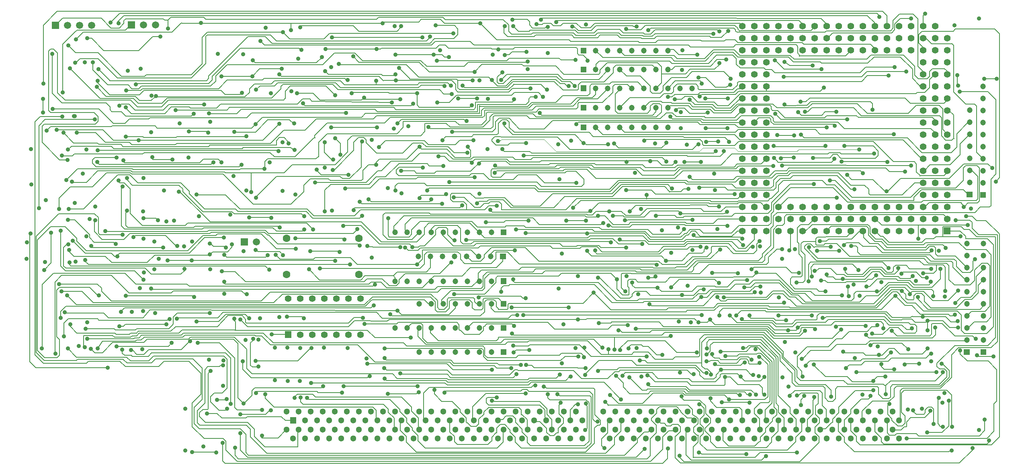
<source format=gbr>
%FSLAX34Y34*%
%MOMM*%
%LNCOPPER_BOTTOM*%
G71*
G01*
%ADD10C, 1.520*%
%ADD11C, 1.200*%
%ADD12C, 1.600*%
%ADD13C, 1.400*%
%ADD14C, 1.300*%
%ADD15C, 0.150*%
%ADD16C, 0.900*%
%ADD17C, 0.100*%
%LPD*%
G36*
X-1053612Y68725D02*
X-1038412Y68725D01*
X-1038412Y53525D01*
X-1053612Y53525D01*
X-1053612Y68725D01*
G37*
X-1020612Y61125D02*
G54D10*
D03*
X-995212Y61125D02*
G54D10*
D03*
X-969812Y61125D02*
G54D10*
D03*
G36*
X-893425Y69638D02*
X-878225Y69638D01*
X-878225Y54438D01*
X-893425Y54438D01*
X-893425Y69638D01*
G37*
X-860425Y62038D02*
G54D10*
D03*
X-835025Y62038D02*
G54D10*
D03*
G36*
X60675Y14062D02*
X72675Y14062D01*
X72675Y2062D01*
X60675Y2062D01*
X60675Y14062D01*
G37*
X92075Y8062D02*
G54D11*
D03*
X117475Y8062D02*
G54D11*
D03*
X142875Y8062D02*
G54D11*
D03*
X168275Y8062D02*
G54D11*
D03*
X193675Y8062D02*
G54D11*
D03*
X219075Y8062D02*
G54D11*
D03*
X244475Y8062D02*
G54D11*
D03*
G36*
X60675Y-25625D02*
X72675Y-25625D01*
X72675Y-37625D01*
X60675Y-37625D01*
X60675Y-25625D01*
G37*
X92075Y-31625D02*
G54D11*
D03*
X117475Y-31625D02*
G54D11*
D03*
X142875Y-31625D02*
G54D11*
D03*
X168275Y-31625D02*
G54D11*
D03*
X193675Y-31625D02*
G54D11*
D03*
X219075Y-31625D02*
G54D11*
D03*
X244475Y-31625D02*
G54D11*
D03*
G36*
X60675Y-65312D02*
X72675Y-65312D01*
X72675Y-77312D01*
X60675Y-77312D01*
X60675Y-65312D01*
G37*
X92075Y-71312D02*
G54D11*
D03*
X117475Y-71312D02*
G54D11*
D03*
X142875Y-71312D02*
G54D11*
D03*
X168275Y-71312D02*
G54D11*
D03*
X193675Y-71312D02*
G54D11*
D03*
X219075Y-71312D02*
G54D11*
D03*
X244475Y-71312D02*
G54D11*
D03*
X269875Y-71312D02*
G54D11*
D03*
X295275Y-71312D02*
G54D11*
D03*
G36*
X60675Y-106588D02*
X72675Y-106588D01*
X72675Y-118588D01*
X60675Y-118588D01*
X60675Y-106588D01*
G37*
X92075Y-112588D02*
G54D11*
D03*
X117475Y-112588D02*
G54D11*
D03*
X142875Y-112588D02*
G54D11*
D03*
X168275Y-112588D02*
G54D11*
D03*
X193675Y-112588D02*
G54D11*
D03*
X219075Y-112588D02*
G54D11*
D03*
X244475Y-112588D02*
G54D11*
D03*
G36*
X60675Y-147862D02*
X72675Y-147862D01*
X72675Y-159862D01*
X60675Y-159862D01*
X60675Y-147862D01*
G37*
X92075Y-153862D02*
G54D11*
D03*
X117475Y-153862D02*
G54D11*
D03*
X142875Y-153862D02*
G54D11*
D03*
X168275Y-153862D02*
G54D11*
D03*
X193675Y-153862D02*
G54D11*
D03*
X219075Y-153862D02*
G54D11*
D03*
X244475Y-153862D02*
G54D11*
D03*
G36*
X-95600Y-380525D02*
X-107600Y-380525D01*
X-107600Y-368525D01*
X-95600Y-368525D01*
X-95600Y-380525D01*
G37*
X-127000Y-374525D02*
G54D11*
D03*
X-152400Y-374525D02*
G54D11*
D03*
X-177800Y-374525D02*
G54D11*
D03*
X-203200Y-374525D02*
G54D11*
D03*
X-228600Y-374525D02*
G54D11*
D03*
X-254000Y-374525D02*
G54D11*
D03*
X-279400Y-374525D02*
G54D11*
D03*
X-304800Y-374525D02*
G54D11*
D03*
X-330200Y-374525D02*
G54D11*
D03*
G36*
X-95600Y-483712D02*
X-107600Y-483712D01*
X-107600Y-471712D01*
X-95600Y-471712D01*
X-95600Y-483712D01*
G37*
X-127000Y-477712D02*
G54D11*
D03*
X-152400Y-477712D02*
G54D11*
D03*
X-177800Y-477712D02*
G54D11*
D03*
X-203200Y-477712D02*
G54D11*
D03*
X-228600Y-477712D02*
G54D11*
D03*
X-254000Y-477712D02*
G54D11*
D03*
X-279400Y-477712D02*
G54D11*
D03*
X-304800Y-477712D02*
G54D11*
D03*
X-330200Y-477712D02*
G54D11*
D03*
G36*
X-95600Y-582138D02*
X-107600Y-582138D01*
X-107600Y-570138D01*
X-95600Y-570138D01*
X-95600Y-582138D01*
G37*
X-127000Y-576138D02*
G54D11*
D03*
X-152400Y-576138D02*
G54D11*
D03*
X-177800Y-576138D02*
G54D11*
D03*
X-203200Y-576138D02*
G54D11*
D03*
X-228600Y-576138D02*
G54D11*
D03*
X-254000Y-576138D02*
G54D11*
D03*
X-279400Y-576138D02*
G54D11*
D03*
X-304800Y-576138D02*
G54D11*
D03*
X-330200Y-576138D02*
G54D11*
D03*
G36*
X-97188Y-431325D02*
X-109188Y-431325D01*
X-109188Y-419325D01*
X-97188Y-419325D01*
X-97188Y-431325D01*
G37*
X-128588Y-425325D02*
G54D11*
D03*
X-153988Y-425325D02*
G54D11*
D03*
X-179388Y-425325D02*
G54D11*
D03*
X-204788Y-425325D02*
G54D11*
D03*
X-230188Y-425325D02*
G54D11*
D03*
X-255588Y-425325D02*
G54D11*
D03*
X-280988Y-425325D02*
G54D11*
D03*
G36*
X-95600Y-531338D02*
X-107600Y-531338D01*
X-107600Y-519338D01*
X-95600Y-519338D01*
X-95600Y-531338D01*
G37*
X-127000Y-525338D02*
G54D11*
D03*
X-152400Y-525338D02*
G54D11*
D03*
X-177800Y-525338D02*
G54D11*
D03*
X-203200Y-525338D02*
G54D11*
D03*
X-228600Y-525338D02*
G54D11*
D03*
X-254000Y-525338D02*
G54D11*
D03*
X-279400Y-525338D02*
G54D11*
D03*
G36*
X-95600Y-632938D02*
X-107600Y-632938D01*
X-107600Y-620938D01*
X-95600Y-620938D01*
X-95600Y-632938D01*
G37*
X-127000Y-626938D02*
G54D11*
D03*
X-152400Y-626938D02*
G54D11*
D03*
X-177800Y-626938D02*
G54D11*
D03*
X-203200Y-626938D02*
G54D11*
D03*
X-228600Y-626938D02*
G54D11*
D03*
X-254000Y-626938D02*
G54D11*
D03*
X-279400Y-626938D02*
G54D11*
D03*
X-406400Y-463425D02*
G54D12*
D03*
X-558800Y-463425D02*
G54D12*
D03*
X-558800Y-387225D02*
G54D12*
D03*
X-406400Y-387225D02*
G54D12*
D03*
G36*
X-562625Y-583425D02*
X-548625Y-583425D01*
X-548625Y-597425D01*
X-562625Y-597425D01*
X-562625Y-583425D01*
G37*
X-530225Y-590425D02*
G54D13*
D03*
X-504825Y-590425D02*
G54D13*
D03*
X-479425Y-590425D02*
G54D13*
D03*
X-454025Y-590425D02*
G54D13*
D03*
X-428625Y-590425D02*
G54D13*
D03*
X-403225Y-590425D02*
G54D13*
D03*
X-403225Y-514225D02*
G54D13*
D03*
X-428625Y-514225D02*
G54D13*
D03*
X-454025Y-514225D02*
G54D13*
D03*
X-479425Y-514225D02*
G54D13*
D03*
X-504825Y-514225D02*
G54D13*
D03*
X-530225Y-514225D02*
G54D13*
D03*
X-555625Y-514225D02*
G54D13*
D03*
G36*
X867919Y-633063D02*
X867919Y-621063D01*
X879919Y-621063D01*
X879919Y-633063D01*
X867919Y-633063D01*
G37*
X873919Y-601663D02*
G54D11*
D03*
X873919Y-576263D02*
G54D11*
D03*
X873919Y-550863D02*
G54D11*
D03*
X873919Y-525463D02*
G54D11*
D03*
X873919Y-500063D02*
G54D11*
D03*
X873919Y-474663D02*
G54D11*
D03*
X873919Y-449263D02*
G54D11*
D03*
X873919Y-423863D02*
G54D11*
D03*
X873919Y-398463D02*
G54D11*
D03*
G36*
X903241Y-633460D02*
X903241Y-621460D01*
X915241Y-621460D01*
X915241Y-633460D01*
X903241Y-633460D01*
G37*
X909241Y-602060D02*
G54D11*
D03*
X909241Y-576660D02*
G54D11*
D03*
X909241Y-551260D02*
G54D11*
D03*
X909241Y-525860D02*
G54D11*
D03*
X909241Y-500460D02*
G54D11*
D03*
X909241Y-475060D02*
G54D11*
D03*
X909241Y-449660D02*
G54D11*
D03*
X909241Y-424260D02*
G54D11*
D03*
X909241Y-398860D02*
G54D11*
D03*
G36*
X902447Y-302069D02*
X902447Y-290069D01*
X914447Y-290069D01*
X914447Y-302069D01*
X902447Y-302069D01*
G37*
X908447Y-270669D02*
G54D11*
D03*
X908447Y-245269D02*
G54D11*
D03*
X908447Y-219869D02*
G54D11*
D03*
X908447Y-194469D02*
G54D11*
D03*
X908447Y-169069D02*
G54D11*
D03*
X908447Y-143669D02*
G54D11*
D03*
X908447Y-118269D02*
G54D11*
D03*
X908447Y-92869D02*
G54D11*
D03*
X908447Y-67469D02*
G54D11*
D03*
G36*
X873872Y-301276D02*
X873872Y-289276D01*
X885872Y-289276D01*
X885872Y-301276D01*
X873872Y-301276D01*
G37*
X879872Y-269876D02*
G54D11*
D03*
X879872Y-244476D02*
G54D11*
D03*
X879872Y-219076D02*
G54D11*
D03*
X879872Y-193676D02*
G54D11*
D03*
X879872Y-168276D02*
G54D11*
D03*
X879872Y-142876D02*
G54D11*
D03*
X879872Y-117476D02*
G54D11*
D03*
G36*
X-655300Y-387291D02*
X-640100Y-387291D01*
X-640100Y-402491D01*
X-655300Y-402491D01*
X-655300Y-387291D01*
G37*
X-622300Y-394891D02*
G54D10*
D03*
X400844Y59928D02*
G54D13*
D03*
X426244Y59928D02*
G54D13*
D03*
X451644Y59928D02*
G54D13*
D03*
X477044Y59928D02*
G54D13*
D03*
X502444Y59928D02*
G54D13*
D03*
X527844Y59928D02*
G54D13*
D03*
X553244Y59928D02*
G54D13*
D03*
X578644Y59928D02*
G54D13*
D03*
X604044Y59928D02*
G54D13*
D03*
X629444Y59928D02*
G54D13*
D03*
X654844Y59928D02*
G54D13*
D03*
X680244Y59928D02*
G54D13*
D03*
X705644Y59928D02*
G54D13*
D03*
X731044Y59928D02*
G54D13*
D03*
X756444Y59928D02*
G54D13*
D03*
X781845Y59928D02*
G54D13*
D03*
X807245Y59928D02*
G54D13*
D03*
X400844Y34528D02*
G54D13*
D03*
X426244Y34528D02*
G54D13*
D03*
X451644Y34528D02*
G54D13*
D03*
X477044Y34528D02*
G54D13*
D03*
X502444Y34528D02*
G54D13*
D03*
X527844Y34528D02*
G54D13*
D03*
X553244Y34528D02*
G54D13*
D03*
X578644Y34528D02*
G54D13*
D03*
X604044Y34528D02*
G54D13*
D03*
X629444Y34528D02*
G54D13*
D03*
X654844Y34528D02*
G54D13*
D03*
X680244Y34528D02*
G54D13*
D03*
X705644Y34528D02*
G54D13*
D03*
X731044Y34528D02*
G54D13*
D03*
X756444Y34528D02*
G54D13*
D03*
X781845Y34528D02*
G54D13*
D03*
X807245Y34528D02*
G54D13*
D03*
X832645Y34528D02*
G54D13*
D03*
X400844Y9128D02*
G54D13*
D03*
X426244Y9128D02*
G54D13*
D03*
X451644Y9128D02*
G54D13*
D03*
X477044Y9128D02*
G54D13*
D03*
X502444Y9128D02*
G54D13*
D03*
X527844Y9128D02*
G54D13*
D03*
X553244Y9128D02*
G54D13*
D03*
X578644Y9128D02*
G54D13*
D03*
X604044Y9128D02*
G54D13*
D03*
X629444Y9128D02*
G54D13*
D03*
X654844Y9128D02*
G54D13*
D03*
X680244Y9128D02*
G54D13*
D03*
X705644Y9128D02*
G54D13*
D03*
X731044Y9128D02*
G54D13*
D03*
X756444Y9128D02*
G54D13*
D03*
X781845Y9128D02*
G54D13*
D03*
X807245Y9128D02*
G54D13*
D03*
X832645Y9128D02*
G54D13*
D03*
X400844Y-16272D02*
G54D13*
D03*
X426244Y-16272D02*
G54D13*
D03*
X451644Y-16272D02*
G54D13*
D03*
X781845Y-16272D02*
G54D13*
D03*
X807245Y-16272D02*
G54D13*
D03*
X832645Y-16272D02*
G54D13*
D03*
X400844Y-41672D02*
G54D13*
D03*
X426244Y-41672D02*
G54D13*
D03*
X451644Y-41672D02*
G54D13*
D03*
X781845Y-41672D02*
G54D13*
D03*
X807245Y-41672D02*
G54D13*
D03*
X832645Y-41672D02*
G54D13*
D03*
X400844Y-67072D02*
G54D13*
D03*
X426244Y-67072D02*
G54D13*
D03*
X451644Y-67072D02*
G54D13*
D03*
X781845Y-67072D02*
G54D13*
D03*
X807245Y-67072D02*
G54D13*
D03*
X832645Y-67072D02*
G54D13*
D03*
X400844Y-92472D02*
G54D13*
D03*
X426244Y-92472D02*
G54D13*
D03*
X451644Y-92472D02*
G54D13*
D03*
X781845Y-92472D02*
G54D13*
D03*
X807245Y-92472D02*
G54D13*
D03*
X832645Y-92472D02*
G54D13*
D03*
X400844Y-117872D02*
G54D13*
D03*
X426244Y-117872D02*
G54D13*
D03*
X451644Y-117872D02*
G54D13*
D03*
X781845Y-117872D02*
G54D13*
D03*
X807245Y-117872D02*
G54D13*
D03*
X832645Y-117872D02*
G54D13*
D03*
X400844Y-143272D02*
G54D13*
D03*
X426244Y-143272D02*
G54D13*
D03*
X451644Y-143272D02*
G54D13*
D03*
X781845Y-143272D02*
G54D13*
D03*
X807245Y-143272D02*
G54D13*
D03*
X832645Y-143272D02*
G54D13*
D03*
X400844Y-168672D02*
G54D13*
D03*
X426244Y-168672D02*
G54D13*
D03*
X451644Y-168672D02*
G54D13*
D03*
X781845Y-168672D02*
G54D13*
D03*
X807245Y-168672D02*
G54D13*
D03*
X832645Y-168672D02*
G54D13*
D03*
X400844Y-194072D02*
G54D13*
D03*
X426244Y-194072D02*
G54D13*
D03*
X451644Y-194072D02*
G54D13*
D03*
X781845Y-194072D02*
G54D13*
D03*
X807245Y-194072D02*
G54D13*
D03*
X832645Y-194072D02*
G54D13*
D03*
X400844Y-219472D02*
G54D13*
D03*
X426244Y-219472D02*
G54D13*
D03*
X451644Y-219472D02*
G54D13*
D03*
X781845Y-219472D02*
G54D13*
D03*
X807245Y-219472D02*
G54D13*
D03*
X832645Y-219472D02*
G54D13*
D03*
X400844Y-244872D02*
G54D13*
D03*
X426244Y-244872D02*
G54D13*
D03*
X451644Y-244872D02*
G54D13*
D03*
X781845Y-244872D02*
G54D13*
D03*
X807245Y-244872D02*
G54D13*
D03*
X832645Y-244872D02*
G54D13*
D03*
X400844Y-270272D02*
G54D13*
D03*
X426244Y-270272D02*
G54D13*
D03*
X451644Y-270272D02*
G54D13*
D03*
X781845Y-270272D02*
G54D13*
D03*
X807245Y-270272D02*
G54D13*
D03*
X832645Y-270272D02*
G54D13*
D03*
X400844Y-295672D02*
G54D13*
D03*
X426244Y-295672D02*
G54D13*
D03*
X451644Y-295672D02*
G54D13*
D03*
X781845Y-295672D02*
G54D13*
D03*
X807245Y-295672D02*
G54D13*
D03*
X832645Y-295672D02*
G54D13*
D03*
X400844Y-321072D02*
G54D13*
D03*
X426244Y-321072D02*
G54D13*
D03*
X451644Y-321072D02*
G54D13*
D03*
X477044Y-321072D02*
G54D13*
D03*
X502444Y-321072D02*
G54D13*
D03*
X527844Y-321072D02*
G54D13*
D03*
X553244Y-321072D02*
G54D13*
D03*
X578644Y-321072D02*
G54D13*
D03*
X604044Y-321072D02*
G54D13*
D03*
X629444Y-321072D02*
G54D13*
D03*
X654844Y-321072D02*
G54D13*
D03*
X680244Y-321072D02*
G54D13*
D03*
X705644Y-321072D02*
G54D13*
D03*
X731044Y-321072D02*
G54D13*
D03*
X756444Y-321072D02*
G54D13*
D03*
X781845Y-321072D02*
G54D13*
D03*
X807245Y-321072D02*
G54D13*
D03*
X832645Y-321072D02*
G54D13*
D03*
X400844Y-346472D02*
G54D13*
D03*
X426244Y-346472D02*
G54D13*
D03*
X451644Y-346472D02*
G54D13*
D03*
X477044Y-346472D02*
G54D13*
D03*
X502444Y-346472D02*
G54D13*
D03*
X527844Y-346472D02*
G54D13*
D03*
X553244Y-346472D02*
G54D13*
D03*
X578644Y-346472D02*
G54D13*
D03*
X604044Y-346472D02*
G54D13*
D03*
X629444Y-346472D02*
G54D13*
D03*
X654844Y-346472D02*
G54D13*
D03*
X680244Y-346472D02*
G54D13*
D03*
X705644Y-346472D02*
G54D13*
D03*
X731044Y-346472D02*
G54D13*
D03*
X756444Y-346472D02*
G54D13*
D03*
X781845Y-346472D02*
G54D13*
D03*
X807245Y-346472D02*
G54D13*
D03*
X832645Y-346472D02*
G54D13*
D03*
X400844Y-371872D02*
G54D13*
D03*
X426244Y-371872D02*
G54D13*
D03*
X451644Y-371872D02*
G54D13*
D03*
X477044Y-371872D02*
G54D13*
D03*
X502444Y-371872D02*
G54D13*
D03*
X527844Y-371872D02*
G54D13*
D03*
X553244Y-371872D02*
G54D13*
D03*
X578644Y-371872D02*
G54D13*
D03*
X604044Y-371872D02*
G54D13*
D03*
X629444Y-371872D02*
G54D13*
D03*
X654844Y-371872D02*
G54D13*
D03*
X680244Y-371872D02*
G54D13*
D03*
X705644Y-371872D02*
G54D13*
D03*
X731044Y-371872D02*
G54D13*
D03*
X756444Y-371872D02*
G54D13*
D03*
X781845Y-371872D02*
G54D13*
D03*
X807245Y-371872D02*
G54D13*
D03*
G36*
X825645Y-364872D02*
X839645Y-364872D01*
X839645Y-378872D01*
X825645Y-378872D01*
X825645Y-364872D01*
G37*
X-558800Y-752079D02*
G54D14*
D03*
X-533400Y-752079D02*
G54D14*
D03*
X-508000Y-752079D02*
G54D14*
D03*
X-482600Y-752079D02*
G54D14*
D03*
X-457200Y-752079D02*
G54D14*
D03*
X-431800Y-752079D02*
G54D14*
D03*
X-406400Y-752079D02*
G54D14*
D03*
X-381000Y-752079D02*
G54D14*
D03*
X-355600Y-752079D02*
G54D14*
D03*
X-330200Y-752079D02*
G54D14*
D03*
X-304800Y-752079D02*
G54D14*
D03*
X-279400Y-752079D02*
G54D14*
D03*
X-254000Y-752079D02*
G54D14*
D03*
X-228600Y-752079D02*
G54D14*
D03*
X-203200Y-752079D02*
G54D14*
D03*
X-177800Y-752079D02*
G54D14*
D03*
X-152400Y-752079D02*
G54D14*
D03*
X-127000Y-752079D02*
G54D14*
D03*
X-101600Y-752079D02*
G54D14*
D03*
X-76200Y-752079D02*
G54D14*
D03*
X-50800Y-752079D02*
G54D14*
D03*
X-25400Y-752079D02*
G54D14*
D03*
X0Y-752079D02*
G54D14*
D03*
X25400Y-752079D02*
G54D14*
D03*
X50800Y-752079D02*
G54D14*
D03*
X-558800Y-790579D02*
G54D14*
D03*
X-533400Y-790579D02*
G54D14*
D03*
X-508000Y-790579D02*
G54D14*
D03*
X-482600Y-790579D02*
G54D14*
D03*
X-457200Y-790579D02*
G54D14*
D03*
X-431800Y-790579D02*
G54D14*
D03*
X-406400Y-790579D02*
G54D14*
D03*
X-381000Y-790579D02*
G54D14*
D03*
X-355600Y-790579D02*
G54D14*
D03*
X-330200Y-790579D02*
G54D14*
D03*
X-304800Y-790579D02*
G54D14*
D03*
X-279400Y-790579D02*
G54D14*
D03*
X-254000Y-790579D02*
G54D14*
D03*
X-228600Y-790579D02*
G54D14*
D03*
X-203200Y-790579D02*
G54D14*
D03*
X-177800Y-790579D02*
G54D14*
D03*
X-152400Y-790579D02*
G54D14*
D03*
X-127000Y-790579D02*
G54D14*
D03*
X-101600Y-790579D02*
G54D14*
D03*
X-76200Y-790579D02*
G54D14*
D03*
X-50800Y-790579D02*
G54D14*
D03*
X-25400Y-790579D02*
G54D14*
D03*
X0Y-790579D02*
G54D14*
D03*
X25400Y-790579D02*
G54D14*
D03*
X50800Y-790579D02*
G54D14*
D03*
G36*
X-551730Y-764436D02*
X-538730Y-764436D01*
X-538730Y-777436D01*
X-551730Y-777436D01*
X-551730Y-764436D01*
G37*
X-519830Y-770936D02*
G54D14*
D03*
X-494430Y-770936D02*
G54D14*
D03*
X-469030Y-770936D02*
G54D14*
D03*
X-443630Y-770936D02*
G54D14*
D03*
X-418230Y-770936D02*
G54D14*
D03*
X-392830Y-770936D02*
G54D14*
D03*
X-367430Y-770936D02*
G54D14*
D03*
X-342030Y-770936D02*
G54D14*
D03*
X-316630Y-770936D02*
G54D14*
D03*
X-291230Y-770936D02*
G54D14*
D03*
X-265830Y-770936D02*
G54D14*
D03*
X-240430Y-770936D02*
G54D14*
D03*
X-215030Y-770936D02*
G54D14*
D03*
X-189630Y-770936D02*
G54D14*
D03*
X-164230Y-770936D02*
G54D14*
D03*
X-138830Y-770936D02*
G54D14*
D03*
X-113430Y-770936D02*
G54D14*
D03*
X-88030Y-770936D02*
G54D14*
D03*
X-62631Y-770936D02*
G54D14*
D03*
X-37230Y-770936D02*
G54D14*
D03*
X-11830Y-770936D02*
G54D14*
D03*
X13570Y-770936D02*
G54D14*
D03*
X38970Y-770936D02*
G54D14*
D03*
X64370Y-770936D02*
G54D14*
D03*
X-545230Y-809436D02*
G54D14*
D03*
X-519830Y-809436D02*
G54D14*
D03*
X-494430Y-809436D02*
G54D14*
D03*
X-469030Y-809436D02*
G54D14*
D03*
X-443630Y-809436D02*
G54D14*
D03*
X-418230Y-809436D02*
G54D14*
D03*
X-392830Y-809436D02*
G54D14*
D03*
X-367430Y-809436D02*
G54D14*
D03*
X-342030Y-809436D02*
G54D14*
D03*
X-316630Y-809436D02*
G54D14*
D03*
X-291230Y-809436D02*
G54D14*
D03*
X-265830Y-809436D02*
G54D14*
D03*
X-240430Y-809436D02*
G54D14*
D03*
X-215030Y-809436D02*
G54D14*
D03*
X-189630Y-809436D02*
G54D14*
D03*
X-164230Y-809436D02*
G54D14*
D03*
X-138830Y-809436D02*
G54D14*
D03*
X-113430Y-809436D02*
G54D14*
D03*
X-88030Y-809436D02*
G54D14*
D03*
X-62631Y-809436D02*
G54D14*
D03*
X-37230Y-809436D02*
G54D14*
D03*
X-11830Y-809436D02*
G54D14*
D03*
X13570Y-809436D02*
G54D14*
D03*
X38970Y-809436D02*
G54D14*
D03*
X64370Y-809436D02*
G54D14*
D03*
X107950Y-752079D02*
G54D14*
D03*
X133350Y-752079D02*
G54D14*
D03*
X158750Y-752079D02*
G54D14*
D03*
X184150Y-752079D02*
G54D14*
D03*
X209550Y-752079D02*
G54D14*
D03*
X234950Y-752079D02*
G54D14*
D03*
X260350Y-752079D02*
G54D14*
D03*
X285750Y-752079D02*
G54D14*
D03*
X311150Y-752079D02*
G54D14*
D03*
X336550Y-752079D02*
G54D14*
D03*
X361950Y-752079D02*
G54D14*
D03*
X387350Y-752079D02*
G54D14*
D03*
X412750Y-752079D02*
G54D14*
D03*
X438150Y-752079D02*
G54D14*
D03*
X463550Y-752079D02*
G54D14*
D03*
X488950Y-752079D02*
G54D14*
D03*
X514350Y-752079D02*
G54D14*
D03*
X539750Y-752079D02*
G54D14*
D03*
X565150Y-752079D02*
G54D14*
D03*
X590550Y-752079D02*
G54D14*
D03*
X615950Y-752079D02*
G54D14*
D03*
X641350Y-752079D02*
G54D14*
D03*
X666750Y-752079D02*
G54D14*
D03*
X692150Y-752079D02*
G54D14*
D03*
X717550Y-752079D02*
G54D14*
D03*
X107950Y-790579D02*
G54D14*
D03*
X133350Y-790579D02*
G54D14*
D03*
X158750Y-790579D02*
G54D14*
D03*
X184150Y-790579D02*
G54D14*
D03*
X209550Y-790579D02*
G54D14*
D03*
X234950Y-790579D02*
G54D14*
D03*
X260350Y-790579D02*
G54D14*
D03*
X285750Y-790579D02*
G54D14*
D03*
X311150Y-790579D02*
G54D14*
D03*
X336550Y-790579D02*
G54D14*
D03*
X361950Y-790579D02*
G54D14*
D03*
X387350Y-790579D02*
G54D14*
D03*
X412750Y-790579D02*
G54D14*
D03*
X438150Y-790579D02*
G54D14*
D03*
X463550Y-790579D02*
G54D14*
D03*
X488950Y-790579D02*
G54D14*
D03*
X514350Y-790579D02*
G54D14*
D03*
X539750Y-790579D02*
G54D14*
D03*
X565150Y-790579D02*
G54D14*
D03*
X590550Y-790579D02*
G54D14*
D03*
X615950Y-790579D02*
G54D14*
D03*
X641350Y-790579D02*
G54D14*
D03*
X666750Y-790579D02*
G54D14*
D03*
X692150Y-790579D02*
G54D14*
D03*
X717550Y-790579D02*
G54D14*
D03*
X121520Y-770936D02*
G54D14*
D03*
X146920Y-770936D02*
G54D14*
D03*
X172320Y-770936D02*
G54D14*
D03*
X197720Y-770936D02*
G54D14*
D03*
X223120Y-770936D02*
G54D14*
D03*
X248520Y-770936D02*
G54D14*
D03*
X273920Y-770936D02*
G54D14*
D03*
X299320Y-770936D02*
G54D14*
D03*
X324720Y-770936D02*
G54D14*
D03*
X350120Y-770936D02*
G54D14*
D03*
X375520Y-770936D02*
G54D14*
D03*
X400920Y-770936D02*
G54D14*
D03*
X426320Y-770936D02*
G54D14*
D03*
X451720Y-770936D02*
G54D14*
D03*
X477120Y-770936D02*
G54D14*
D03*
X502520Y-770936D02*
G54D14*
D03*
X527919Y-770936D02*
G54D14*
D03*
X553319Y-770936D02*
G54D14*
D03*
X578719Y-770936D02*
G54D14*
D03*
X604119Y-770936D02*
G54D14*
D03*
X629519Y-770936D02*
G54D14*
D03*
X654919Y-770936D02*
G54D14*
D03*
X680319Y-770936D02*
G54D14*
D03*
X705719Y-770936D02*
G54D14*
D03*
X731120Y-770936D02*
G54D14*
D03*
X121520Y-809436D02*
G54D14*
D03*
X146920Y-809436D02*
G54D14*
D03*
X172320Y-809436D02*
G54D14*
D03*
X197720Y-809436D02*
G54D14*
D03*
X223120Y-809436D02*
G54D14*
D03*
X248520Y-809436D02*
G54D14*
D03*
X273920Y-809436D02*
G54D14*
D03*
X299320Y-809436D02*
G54D14*
D03*
X324720Y-809436D02*
G54D14*
D03*
X350120Y-809436D02*
G54D14*
D03*
X375520Y-809436D02*
G54D14*
D03*
X400920Y-809436D02*
G54D14*
D03*
X426320Y-809436D02*
G54D14*
D03*
X451720Y-809436D02*
G54D14*
D03*
X477120Y-809436D02*
G54D14*
D03*
X502520Y-809436D02*
G54D14*
D03*
X527919Y-809436D02*
G54D14*
D03*
X553319Y-809436D02*
G54D14*
D03*
X578719Y-809436D02*
G54D14*
D03*
X604119Y-809436D02*
G54D14*
D03*
X629519Y-809436D02*
G54D14*
D03*
X654919Y-809436D02*
G54D14*
D03*
X680319Y-809436D02*
G54D14*
D03*
X705719Y-809436D02*
G54D14*
D03*
X731120Y-809436D02*
G54D14*
D03*
G54D15*
X396875Y65484D02*
X90488Y65484D01*
X80962Y55959D01*
X61119Y55959D01*
X51594Y65484D01*
X23812Y65484D01*
X18653Y60324D01*
X2778Y60324D01*
X-2381Y65484D01*
X-17859Y65484D01*
X-20241Y63103D01*
X-29766Y63103D01*
X-32147Y63500D02*
G54D16*
D03*
X-79772Y-94854D02*
G54D16*
D03*
G54D15*
X-79772Y-94854D02*
X-79772Y-97235D01*
X-82947Y-100410D01*
X-160338Y-100410D01*
X-160734Y-100807D01*
X-160734Y-112316D01*
X-164703Y-116285D01*
X-329009Y-116285D01*
X-333375Y-111919D01*
X-679053Y-111919D01*
X-684609Y-117476D01*
X-792559Y-117476D01*
X-792956Y-117079D01*
X-792559Y-117476D02*
G54D16*
D03*
X354806Y-411162D02*
G54D16*
D03*
G54D15*
X354806Y-411162D02*
X354013Y-411162D01*
X332978Y-430610D01*
X300038Y-430610D01*
X282972Y-447676D01*
X262334Y-447676D01*
X259953Y-450057D01*
X214312Y-450057D01*
X212725Y-448469D01*
X-63897Y-448469D01*
X-69453Y-454026D01*
X-148431Y-454026D01*
X-155575Y-461169D01*
X-155575Y-472950D01*
X-152400Y-476125D01*
X-155450Y-476125D01*
X-168672Y-489347D01*
X-240903Y-489347D01*
X-246856Y-495300D01*
X-842566Y-495300D01*
X-844550Y-493316D01*
X-844550Y-493316D02*
G54D16*
D03*
X371078Y49609D02*
G54D16*
D03*
G54D15*
X371078Y49609D02*
X357188Y35718D01*
X334566Y35718D01*
X332184Y38100D01*
X221059Y38100D01*
X215900Y32940D01*
X189706Y32940D01*
X187722Y34924D01*
X143669Y34924D01*
X138112Y40481D01*
X101203Y40481D01*
X96044Y35321D01*
X46434Y35321D01*
X46434Y35718D01*
X41672Y40481D01*
X-34131Y40481D01*
X-37306Y37306D01*
X-93266Y37306D01*
X-100806Y44846D01*
X-100806Y57943D01*
X-99219Y59531D01*
X-99219Y59531D02*
G54D16*
D03*
X-256778Y37306D02*
G54D16*
D03*
G54D15*
X-256778Y37306D02*
X-256778Y35718D01*
X-264716Y27781D01*
X-579834Y27781D01*
X-593328Y41274D01*
X-726281Y41274D01*
X-729456Y38100D01*
X-729456Y-19447D01*
X-759619Y-49610D01*
X-915591Y-49610D01*
X-956469Y-8732D01*
X-994569Y-8732D01*
X-1002109Y-16272D01*
X-1004094Y-17859D02*
G54D16*
D03*
G54D15*
X527844Y59928D02*
X527844Y63896D01*
X520700Y71040D01*
X11509Y71040D01*
X8731Y68262D01*
X8731Y68262D02*
G54D16*
D03*
X-33734Y-89694D02*
G54D16*
D03*
G54D15*
X-33734Y-89694D02*
X-44846Y-89694D01*
X-48816Y-93663D01*
X-48816Y-99616D01*
X-54769Y-105569D01*
X-157162Y-105569D01*
X-157162Y-120650D01*
X-157559Y-121047D01*
X-367506Y-121047D01*
X-373062Y-115491D01*
X-654844Y-115491D01*
X-664369Y-125016D01*
X-722312Y-125016D01*
X-722709Y-124619D01*
X-722709Y-124619D02*
G54D16*
D03*
G54D15*
X553244Y59928D02*
X553244Y57944D01*
X545703Y50403D01*
X396875Y50403D01*
X396081Y49609D01*
X395288Y49609D01*
X391319Y53578D01*
X391319Y55165D01*
X384969Y61515D01*
X197247Y61515D01*
X187325Y51593D01*
X157956Y51593D01*
X155972Y53578D01*
X155972Y53578D02*
G54D16*
D03*
X-49212Y-350441D02*
G54D16*
D03*
G54D15*
X-49212Y-350441D02*
X-98028Y-350441D01*
X-101203Y-353616D01*
X-138906Y-353616D01*
X-139700Y-352822D01*
X-138906Y-353616D02*
G54D16*
D03*
G54D15*
X578644Y59928D02*
X578644Y63896D01*
X567134Y75406D01*
X389731Y75406D01*
X388541Y76596D01*
X-20241Y76596D01*
X-23416Y73421D01*
X-23416Y73422D02*
G54D16*
D03*
X-50800Y-14684D02*
G54D16*
D03*
G54D15*
X-50800Y-14684D02*
X-52784Y-14684D01*
X-55166Y-17066D01*
X-176609Y-17066D01*
X-184944Y-25400D01*
X-263922Y-25400D01*
X-276225Y-13097D01*
X-398859Y-13097D01*
X-415131Y3174D01*
X-457994Y3174D01*
X-482600Y-21432D01*
X-684609Y-21432D01*
X-708422Y-45244D01*
X-708422Y-56357D01*
X-718741Y-66676D01*
X-864791Y-66676D01*
X-870347Y-72232D01*
X-884634Y-72232D01*
X-892969Y-63897D01*
X-936228Y-63897D01*
X-967581Y-32544D01*
X-967581Y-16669D01*
X-966788Y-15876D01*
X-967581Y-16669D02*
G54D16*
D03*
X-9128Y57547D02*
G54D16*
D03*
G54D15*
X-9128Y57547D02*
X-12303Y57547D01*
X-14288Y55562D01*
X-40878Y55562D01*
X-47228Y61912D01*
X-47228Y69056D01*
X-51991Y73818D01*
X-82550Y73818D01*
X-82947Y73421D01*
X-82947Y73422D02*
G54D16*
D03*
X-245269Y61119D02*
G54D16*
D03*
G54D15*
X-245269Y61119D02*
X-205582Y61119D01*
X-198438Y53974D01*
X-198438Y41671D01*
X-206772Y33337D01*
X-247253Y33337D01*
X-257175Y23415D01*
X-589756Y23415D01*
X-603647Y37306D01*
X-640159Y37306D01*
X-723106Y-45641D01*
X-723106Y-50800D01*
X-727869Y-55563D01*
X-931862Y-55563D01*
X-931862Y-54372D01*
X-955278Y-30957D01*
X-955278Y-30956D02*
G54D16*
D03*
X689372Y79375D02*
G54D16*
D03*
G54D15*
X689372Y79375D02*
X689372Y81756D01*
X684609Y86518D01*
X-910828Y86518D01*
X-930275Y67071D01*
X-930275Y67072D02*
G54D16*
D03*
G54D15*
X680244Y59928D02*
X680244Y65880D01*
X664369Y81756D01*
X-901700Y81756D01*
X-914400Y69056D01*
X-914400Y67071D01*
X-912812Y65484D01*
X-912812Y65484D02*
G54D16*
D03*
G54D15*
X705644Y59928D02*
X705644Y81358D01*
X696516Y90487D01*
X-1042194Y90487D01*
X-1071166Y61515D01*
X-1071166Y-61913D01*
X-1071166Y-61912D02*
G54D16*
D03*
X339725Y43656D02*
G54D16*
D03*
G54D15*
X339725Y43656D02*
X217091Y43656D01*
X211534Y38100D01*
X192484Y38100D01*
X190500Y40084D01*
X146447Y40084D01*
X141288Y45243D01*
X96044Y45243D01*
X90884Y40084D01*
X50403Y40084D01*
X45244Y45243D01*
X-40481Y45243D01*
X-43259Y42465D01*
X-85328Y42465D01*
X-91281Y48418D01*
X-91281Y62309D01*
X-102394Y73421D01*
X-225028Y73421D01*
X-229394Y77787D01*
X-365125Y77787D01*
X-369094Y73818D01*
X-729059Y73818D01*
X-733425Y78184D01*
X-802878Y78184D01*
X-809228Y71834D01*
X-809228Y55562D01*
X-808434Y54768D01*
X-808434Y54769D02*
G54D16*
D03*
G54D15*
X-809228Y71834D02*
X-815578Y71834D01*
X-818753Y75009D01*
X-898128Y75009D01*
X-901700Y71437D01*
X-901700Y65087D01*
X-911225Y55562D01*
X-928688Y55562D01*
X-949325Y76200D01*
X-1030938Y76200D01*
X-1046012Y61125D01*
G54D15*
X781845Y59928D02*
X781845Y81360D01*
X786209Y85724D01*
X786209Y85725D02*
G54D16*
D03*
X510381Y-170656D02*
G54D16*
D03*
G54D15*
X510381Y-170656D02*
X475853Y-170656D01*
X475059Y-169863D01*
X475059Y-169862D02*
G54D16*
D03*
X313928Y-226616D02*
G54D16*
D03*
G54D15*
X313928Y-226616D02*
X279400Y-226616D01*
X279400Y-226616D02*
G54D16*
D03*
X252809Y-282575D02*
G54D16*
D03*
G54D15*
X252809Y-282575D02*
X252412Y-282575D01*
X244078Y-274241D01*
X146050Y-274241D01*
X127000Y-293291D01*
X1191Y-293291D01*
X-25003Y-319485D01*
X-81756Y-319485D01*
X-99616Y-301626D01*
X-142478Y-301626D01*
X-144066Y-303213D01*
X-161131Y-303213D01*
X-171847Y-292497D01*
X-210741Y-292497D01*
X-213916Y-295672D01*
X-213916Y-305594D01*
X-208756Y-310754D01*
X-185341Y-310754D01*
X-184944Y-310357D01*
X-184944Y-311547D01*
X-179784Y-316707D01*
X-179784Y-327422D01*
X-180181Y-327819D01*
X-142081Y-327819D01*
X-133350Y-319088D01*
X-116681Y-319088D01*
X-115888Y-318294D01*
X-116681Y-319088D02*
G54D16*
D03*
G54D15*
X-179784Y-327422D02*
X-403225Y-327422D01*
X-416322Y-340519D01*
X-501253Y-340519D01*
X-515938Y-325835D01*
X-657622Y-325835D01*
X-687784Y-295672D01*
X-748506Y-295672D01*
X-748903Y-295276D01*
X-748903Y-295275D02*
G54D16*
D03*
X549275Y-23812D02*
G54D16*
D03*
G54D15*
X549275Y-23812D02*
X501253Y-23812D01*
X489744Y-15876D01*
X489744Y-15875D02*
G54D16*
D03*
X-53975Y5159D02*
G54D16*
D03*
G54D15*
X-53975Y5159D02*
X-84137Y5159D01*
X-89694Y-397D01*
X-98425Y-397D01*
X-99616Y-1588D01*
X-99616Y-1588D02*
G54D16*
D03*
X-210741Y-83344D02*
G54D16*
D03*
G54D15*
X-210741Y-83344D02*
X-227807Y-83344D01*
X-236538Y-74613D01*
X-450453Y-74613D01*
X-461566Y-63500D01*
X-566341Y-63500D01*
X-570706Y-67866D01*
X-570706Y-72232D01*
X-590550Y-92076D01*
X-810419Y-92076D01*
X-821531Y-103188D01*
X-871141Y-103188D01*
X-881856Y-92472D01*
X-952103Y-92472D01*
X-1015206Y-29369D01*
X-1015206Y-29369D02*
G54D16*
D03*
G54D15*
X578644Y34528D02*
X580628Y34528D01*
X591344Y45243D01*
X715962Y45243D01*
X722312Y51593D01*
X722312Y63896D01*
X733822Y75406D01*
X756444Y75406D01*
X756841Y75803D01*
X756841Y75803D02*
G54D16*
D03*
X-45244Y-71438D02*
G54D16*
D03*
G54D15*
X-45244Y-71438D02*
X-83343Y-71438D01*
X-90884Y-78979D01*
X-198041Y-78979D01*
X-202803Y-74216D01*
X-202803Y-63104D01*
X-210741Y-55166D01*
X-354409Y-55166D01*
X-354806Y-55563D01*
X-364331Y-46038D01*
X-329009Y-55166D02*
G54D16*
D03*
G54D15*
X-364331Y-46038D02*
X-569912Y-46038D01*
X-574278Y-41672D01*
X-574278Y-41672D02*
G54D16*
D03*
X-1071959Y-94059D02*
G54D16*
D03*
G54D15*
X-1071959Y-94059D02*
X-1071959Y-122238D01*
X-1071959Y-122238D02*
G54D16*
D03*
X-1042988Y-158750D02*
G54D16*
D03*
G54D15*
X-1042988Y-158750D02*
X-946150Y-158750D01*
X-923925Y-180976D01*
X-609203Y-180976D01*
X-574278Y-146050D01*
X-870347Y-180975D02*
G54D16*
D03*
X-574278Y-146050D02*
G54D16*
D03*
X-860425Y-345281D02*
G54D16*
D03*
G54D15*
X-860425Y-345281D02*
X-834232Y-345281D01*
X-830262Y-349250D01*
X-830262Y-349250D02*
G54D16*
D03*
X352822Y48419D02*
G54D16*
D03*
G54D15*
X352822Y48419D02*
X351631Y48419D01*
X348456Y51593D01*
X217091Y51593D01*
X207962Y42465D01*
X195659Y42465D01*
X192881Y45243D01*
X150019Y45243D01*
X142478Y52784D01*
X96044Y52784D01*
X88503Y45243D01*
X54769Y45243D01*
X49212Y50800D01*
X-45641Y50800D01*
X-48022Y48418D01*
X-70247Y48418D01*
X-81756Y59928D01*
X-81756Y59928D02*
G54D16*
D03*
X910431Y-51197D02*
G54D16*
D03*
G54D15*
X910431Y-51197D02*
X936626Y-51197D01*
X937022Y-50800D01*
X936626Y-51196D02*
G54D16*
D03*
G54D15*
X781845Y34528D02*
X788194Y34528D01*
X800100Y22621D01*
X841772Y22621D01*
X842169Y23018D01*
X842566Y23018D01*
X846534Y19050D01*
X846534Y-78979D01*
X871934Y-104379D01*
X890588Y-104379D01*
X894953Y-108744D01*
X894953Y-206376D01*
X908447Y-219869D01*
X636984Y-284162D02*
G54D16*
D03*
G54D15*
X636984Y-284162D02*
X629840Y-284162D01*
X601266Y-255588D01*
X507603Y-255588D01*
X502047Y-261144D01*
X481806Y-261144D01*
X471884Y-271066D01*
X471884Y-280988D01*
X467122Y-285750D01*
X370284Y-285750D01*
X364728Y-280194D01*
X311150Y-280194D01*
X310356Y-280988D01*
X310356Y-280988D02*
G54D16*
D03*
X469900Y-12303D02*
G54D16*
D03*
G54D15*
X469900Y-12303D02*
X470296Y-12303D01*
X488950Y-30957D01*
X567531Y-30957D01*
X567928Y-30560D01*
X567531Y-30956D02*
G54D16*
D03*
X402828Y-402034D02*
G54D16*
D03*
G54D15*
X402828Y-402034D02*
X390922Y-390129D01*
X282575Y-390129D01*
X278209Y-394494D01*
X203994Y-394494D01*
X192088Y-382588D01*
X79772Y-382588D01*
X75406Y-386954D01*
X-141684Y-386954D01*
X-173038Y-355600D01*
X-259556Y-355600D01*
X-269081Y-365126D01*
X-269081Y-379413D01*
X-284956Y-394891D01*
G54D15*
X-284956Y-394891D02*
X-359172Y-394891D01*
X-401241Y-352822D01*
X-720328Y-352822D01*
X-787400Y-285750D01*
X-785812Y-289322D02*
G54D16*
D03*
X-10716Y-74612D02*
G54D16*
D03*
G54D15*
X-10716Y-74612D02*
X-12304Y-74612D01*
X-23416Y-63500D01*
X-80169Y-63500D01*
X-80962Y-62707D01*
X-80962Y-63897D01*
X-91678Y-74613D01*
X-192881Y-74613D01*
X-193278Y-74216D01*
X-194469Y-74216D01*
X-198041Y-70644D01*
X-198041Y-54769D01*
X-200819Y-51991D01*
X-299244Y-51991D01*
X-299641Y-51594D01*
X-299641Y-50800D01*
X-321866Y-28576D01*
G54D15*
X-167084Y-55166D02*
X-197644Y-55166D01*
X-198041Y-54769D01*
X-167084Y-55166D02*
G54D16*
D03*
X-321866Y-28575D02*
G54D16*
D03*
X-317500Y59134D02*
G54D16*
D03*
G54D15*
X-317500Y59134D02*
X-317500Y57546D01*
X-326628Y48418D01*
X-406400Y48418D01*
X-418306Y60324D01*
X-531416Y60324D01*
X-530225Y56753D02*
G54D16*
D03*
G54D15*
X-885825Y62038D02*
X-887287Y62038D01*
X-898525Y50800D01*
X-1000919Y50800D01*
X-1002109Y49609D01*
X-1002506Y49609D01*
X-1030288Y21828D01*
X-1030288Y-79772D01*
X-1030684Y-80169D01*
X-1030684Y-80169D02*
G54D16*
D03*
G54D15*
X629444Y9128D02*
X629444Y7937D01*
X618728Y-2779D01*
X522288Y-2779D01*
X521494Y-3572D01*
X521494Y-1588D01*
X517525Y2381D01*
X517525Y15874D01*
X517128Y16271D01*
X517128Y17859D01*
X514747Y20240D01*
X386556Y20240D01*
X386159Y19843D01*
X386159Y19050D01*
X382191Y15081D01*
X292100Y15081D01*
X287338Y19843D01*
X-163512Y19843D01*
X-164306Y20637D01*
X-165497Y20637D01*
X-171847Y26987D01*
X-246062Y26987D01*
X-253206Y19843D01*
X-605631Y19843D01*
X-613966Y28178D01*
X-613966Y28178D02*
G54D16*
D03*
X-624681Y-412353D02*
G54D16*
D03*
G54D15*
X-624681Y-412353D02*
X-622697Y-412353D01*
X-619522Y-415529D01*
X-573881Y-415529D01*
X-566738Y-422672D01*
X-566738Y-422672D02*
G54D16*
D03*
G54D15*
X680244Y9128D02*
X680244Y12302D01*
X670719Y21828D01*
X530225Y21828D01*
X527050Y25003D01*
X391319Y25003D01*
X385762Y30559D01*
X365919Y30559D01*
X363141Y27781D01*
X315119Y27781D01*
X312738Y30162D01*
X223441Y30162D01*
X218281Y25003D01*
X184150Y25003D01*
X182166Y26987D01*
X39688Y26987D01*
X36116Y30559D01*
X-115888Y30559D01*
X-150812Y65484D01*
X-150812Y65484D02*
G54D16*
D03*
G54D15*
X-150812Y65484D02*
X-226219Y65484D01*
X-234553Y73818D01*
X-275034Y73818D01*
X-280591Y68262D01*
X-355600Y68262D01*
X-356791Y65088D02*
G54D16*
D03*
G54D15*
X-356791Y65088D02*
X-779066Y65088D01*
X-780256Y66278D01*
X-780653Y66278D01*
X-800497Y46434D01*
X-987822Y46434D01*
X-1002903Y31353D01*
X-1002903Y31353D02*
G54D16*
D03*
X-739378Y66278D02*
G54D16*
D03*
X-550069Y51197D02*
G54D16*
D03*
G54D15*
X-549672Y65484D02*
X-549672Y51594D01*
X-550069Y51197D01*
X-764778Y-162719D02*
G54D16*
D03*
G54D15*
X-764778Y-162719D02*
X-726282Y-162719D01*
X-723900Y-165100D01*
X-723900Y-165100D02*
G54D16*
D03*
X-721122Y-544909D02*
G54D16*
D03*
X-721122Y-398859D02*
G54D16*
D03*
G54D15*
X-721122Y-398859D02*
X-719138Y-398859D01*
X-713184Y-404813D01*
X-688975Y-404813D01*
X-686991Y-406797D01*
X-686991Y-406797D02*
G54D16*
D03*
G54D15*
X-721122Y-544909D02*
X-789781Y-544909D01*
X-798116Y-553244D01*
X-798116Y-567532D01*
X-798512Y-567929D01*
X-798512Y-569913D01*
X-806847Y-578247D01*
X-875109Y-578247D01*
X-877491Y-580629D01*
X-919956Y-580629D01*
X-922338Y-578247D01*
X-982662Y-578247D01*
X-983456Y-577454D01*
X-982662Y-578247D02*
G54D16*
D03*
G54D15*
X781845Y9128D02*
X781845Y14683D01*
X772716Y23812D01*
X772716Y41671D01*
X779462Y48418D01*
X845344Y48418D01*
X850106Y53181D01*
X931862Y53181D01*
X933053Y54371D01*
X933053Y53578D01*
X942975Y43656D01*
X942975Y-259954D01*
X936625Y-266304D01*
X935038Y-268288D02*
G54D16*
D03*
X886222Y-829866D02*
G54D16*
D03*
G54D15*
X886222Y-829866D02*
X886222Y-833438D01*
X858441Y-861219D01*
X271066Y-861219D01*
X259556Y-849710D01*
X259556Y-804069D01*
X261541Y-804069D01*
X271066Y-794544D01*
X271066Y-785019D01*
X265509Y-779463D01*
X253603Y-779463D01*
X250031Y-783035D01*
X242094Y-783035D01*
X239712Y-780654D01*
X239712Y-779860D01*
X236934Y-777082D01*
X229266Y-777082D01*
X223120Y-770936D01*
X853678Y-43656D02*
G54D16*
D03*
G54D15*
X853678Y-43656D02*
X853678Y-63500D01*
X855662Y-65485D01*
X855662Y-65484D02*
G54D16*
D03*
X744141Y-247253D02*
G54D16*
D03*
G54D15*
X744141Y-247253D02*
X711200Y-247253D01*
X703659Y-239713D01*
X499269Y-239713D01*
X494109Y-244872D01*
X469503Y-244872D01*
X457597Y-256779D01*
X389334Y-256779D01*
X382588Y-263526D01*
X295672Y-263526D01*
X290116Y-257969D01*
X290116Y-257969D02*
G54D16*
D03*
X287734Y-283766D02*
G54D16*
D03*
G54D15*
X287734Y-283766D02*
X277019Y-283766D01*
X271462Y-289322D01*
X248444Y-289322D01*
X247650Y-290116D01*
X247650Y-288926D01*
X237331Y-278607D01*
X148034Y-278607D01*
X147638Y-278210D01*
X147638Y-279400D01*
X127397Y-299641D01*
X26988Y-299641D01*
X3572Y-323057D01*
X-86122Y-323057D01*
X-102791Y-306388D01*
X-133350Y-306388D01*
X-136525Y-309563D01*
X-153194Y-309563D01*
X-157559Y-313929D01*
X-157559Y-313928D02*
G54D16*
D03*
X370284Y-92869D02*
G54D16*
D03*
X323056Y-93266D02*
G54D16*
D03*
G54D15*
X370284Y-92869D02*
X323453Y-92869D01*
X323056Y-93266D01*
X315119Y-61913D02*
G54D16*
D03*
G54D15*
X315119Y-61913D02*
X315119Y-59135D01*
X311944Y-55960D01*
X259828Y-55960D01*
X244475Y-71312D01*
X34925Y-66676D02*
G54D16*
D03*
G54D15*
X34925Y-66676D02*
X31750Y-66676D01*
X26988Y-61913D01*
X17462Y-61913D01*
X8334Y-52785D01*
X-82947Y-52785D01*
X-96441Y-66279D01*
X-114697Y-66279D01*
X-133350Y-47626D01*
X-280194Y-47626D01*
X-306388Y-21432D01*
X-448072Y-21432D01*
X-449262Y-20241D01*
X-449262Y-20241D02*
G54D16*
D03*
X-126206Y-53976D02*
G54D16*
D03*
X-554434Y-188119D02*
G54D16*
D03*
G54D15*
X-554434Y-188119D02*
X-554434Y-184944D01*
X-563959Y-175419D01*
X-574278Y-175419D01*
X-580231Y-181372D01*
X-580231Y-190897D01*
X-579834Y-191294D01*
X-720725Y-191294D01*
X-723503Y-194072D01*
X-903288Y-194072D01*
X-907653Y-189707D01*
X-954881Y-189707D01*
X-958056Y-186532D01*
X-1007666Y-186532D01*
X-1029097Y-165100D01*
X-1029097Y-165100D02*
G54D16*
D03*
X352822Y-18257D02*
G54D16*
D03*
G54D15*
X352822Y-18257D02*
X352822Y-21432D01*
X342900Y-31354D01*
X290909Y-31354D01*
X281384Y-40879D01*
X230584Y-40879D01*
X230584Y-59803D01*
X219075Y-71312D01*
G54D15*
X230584Y-40879D02*
X230584Y-26194D01*
X222250Y-17860D01*
X116681Y-17860D01*
X101600Y-32941D01*
X101600Y-38497D01*
X98425Y-41672D01*
X25003Y-41672D01*
X7938Y-24607D01*
X-59928Y-24607D01*
X-63500Y-21035D01*
X-147241Y-21035D01*
X-163116Y-36910D01*
X-258762Y-36910D01*
X-279400Y-16272D01*
X-406797Y-16272D01*
X-418703Y-4366D01*
X-418703Y-4366D02*
G54D16*
D03*
X-163116Y-36910D02*
G54D16*
D03*
X-542131Y-201216D02*
G54D16*
D03*
G54D15*
X-542131Y-201216D02*
X-544116Y-201216D01*
X-550466Y-196454D01*
X-650478Y-196454D01*
X-652462Y-198438D01*
X-923131Y-198438D01*
X-928291Y-193279D01*
X-1012428Y-193279D01*
X-1019969Y-200819D01*
X-1019969Y-200819D02*
G54D16*
D03*
G54D15*
X400844Y-67072D02*
X395684Y-72232D01*
X390922Y-72232D01*
X383381Y-79772D01*
X312215Y-79772D01*
X307975Y-84012D01*
X258888Y-84012D01*
X253206Y-89694D01*
X244475Y-89694D01*
X244475Y-89694D02*
G54D16*
D03*
G54D15*
X193675Y-71312D02*
X193550Y-71312D01*
X180578Y-58341D01*
X126206Y-58341D01*
X121841Y-62707D01*
X83344Y-62707D01*
X79772Y-66279D01*
X79772Y-82550D01*
X75009Y-87313D01*
X22622Y-87313D01*
X8334Y-101600D01*
X-42862Y-101600D01*
X-50800Y-109538D01*
X-150812Y-109538D01*
X-152400Y-107950D01*
X-152400Y-124222D01*
X-152003Y-124619D01*
X-392906Y-124619D01*
X-400844Y-132557D01*
X-609997Y-132557D01*
X-632619Y-155179D01*
X-831850Y-155179D01*
X-836216Y-150813D01*
X-926703Y-150813D01*
X-928291Y-152400D01*
X-1056084Y-152400D01*
X-1064419Y-160735D01*
X-1064419Y-160735D02*
G54D16*
D03*
X-624681Y-147241D02*
G54D16*
D03*
G54D15*
X451644Y-67072D02*
X451644Y-77391D01*
X452041Y-77788D01*
X565150Y-77788D01*
X573088Y-69850D01*
G54D15*
X451644Y-77391D02*
X393700Y-77391D01*
X386556Y-84535D01*
X315912Y-84535D01*
X311547Y-88900D01*
X311547Y-88900D02*
G54D16*
D03*
X573088Y-69850D02*
G54D16*
D03*
X551656Y-273447D02*
G54D16*
D03*
G54D15*
X551656Y-273447D02*
X501650Y-273447D01*
X463153Y-311944D01*
X463153Y-327819D01*
X455612Y-335360D01*
X384969Y-335360D01*
X379412Y-340916D01*
X279003Y-340916D01*
X276622Y-343297D01*
X263128Y-343297D01*
X258762Y-338932D01*
X219869Y-338932D01*
X218678Y-340122D01*
X218678Y-340122D02*
G54D16*
D03*
X260350Y-227013D02*
G54D16*
D03*
G54D15*
X260350Y-227013D02*
X254000Y-233363D01*
X231775Y-233363D01*
X222250Y-223838D01*
X-22225Y-223838D01*
X-25400Y-227013D01*
X-88900Y-227013D01*
X-95250Y-220663D01*
X-161925Y-220663D01*
X-168275Y-227013D01*
G54D15*
X-166291Y-224631D02*
X-216297Y-224631D01*
X-226219Y-214709D01*
X-238919Y-214709D01*
X-169069Y-228203D02*
G54D16*
D03*
X-238919Y-214709D02*
G54D16*
D03*
X157559Y-227012D02*
G54D16*
D03*
X206772Y-225028D02*
G54D16*
D03*
X203200Y-694531D02*
G54D16*
D03*
X205184Y-526256D02*
G54D16*
D03*
G54D15*
X205184Y-526256D02*
X206772Y-526256D01*
X209947Y-529431D01*
X318691Y-529431D01*
X343694Y-504428D01*
X423466Y-504428D01*
X427038Y-500856D01*
X427038Y-500856D02*
G54D16*
D03*
G54D15*
X203200Y-694531D02*
X203200Y-695325D01*
X207566Y-699691D01*
X282575Y-699691D01*
X290512Y-707628D01*
X419894Y-707628D01*
X429419Y-717153D01*
X429419Y-717153D02*
G54D16*
D03*
X823119Y-784622D02*
G54D16*
D03*
G54D15*
X823119Y-784622D02*
X819059Y-784622D01*
X816119Y-781682D01*
X816119Y-780400D01*
X813594Y-777875D01*
X813594Y-725091D01*
X815181Y-723503D01*
X815181Y-723503D02*
G54D16*
D03*
X641350Y-669131D02*
G54D16*
D03*
X810022Y-669131D02*
G54D16*
D03*
G54D15*
X641350Y-669131D02*
X810022Y-669131D01*
X-668734Y-556816D02*
G54D16*
D03*
G54D15*
X-668734Y-556816D02*
X-668734Y-560784D01*
X-666750Y-562769D01*
X-666750Y-580628D01*
X-667147Y-581025D01*
G54D15*
X-666750Y-580628D02*
X-779462Y-580628D01*
X-786209Y-587375D01*
X-869553Y-587375D01*
X-875109Y-592931D01*
X-884311Y-592931D01*
X-887318Y-595938D01*
X-921712Y-595938D01*
X-925512Y-592138D01*
X-986234Y-592138D01*
X-987028Y-592931D01*
X-986631Y-614362D01*
X-987425Y-615156D01*
X-983853Y-616744D02*
G54D16*
D03*
G54D15*
X-667147Y-581025D02*
X-388541Y-581025D01*
X-373062Y-596503D01*
X-297259Y-596503D01*
X-297259Y-596503D02*
G54D16*
D03*
X-279003Y-302816D02*
G54D16*
D03*
G54D15*
X-279003Y-302816D02*
X-279003Y-300831D01*
X-275431Y-297259D01*
X-226219Y-297259D01*
X-223044Y-294084D01*
X-223044Y-294084D02*
G54D16*
D03*
G54D15*
X400844Y-92472D02*
X396478Y-92472D01*
X375841Y-113109D01*
X345678Y-113109D01*
X338534Y-105966D01*
X300831Y-105966D01*
X290512Y-95647D01*
X290512Y-95647D02*
G54D16*
D03*
G54D15*
X168275Y-71312D02*
X166959Y-71312D01*
X158750Y-63103D01*
X132556Y-63103D01*
X128191Y-67469D01*
X128191Y-79772D01*
X106362Y-101600D01*
X56356Y-101600D01*
X54372Y-103584D01*
X54372Y-111919D01*
X51197Y-115094D01*
X-26988Y-115094D01*
X-33338Y-121444D01*
X-135500Y-121444D01*
X-137875Y-123819D01*
X-137875Y-138669D01*
X-148034Y-148828D01*
X-195262Y-148828D01*
X-203200Y-140891D01*
X-313531Y-140891D01*
X-313531Y-153988D01*
X-326628Y-167084D01*
X-473472Y-167084D01*
X-491728Y-185341D01*
X-491728Y-214948D01*
X-491407Y-215269D01*
X-491891Y-215269D01*
X-496888Y-220266D01*
X-599281Y-220266D01*
X-604838Y-225822D01*
X-604838Y-240506D01*
X-605631Y-241300D01*
X-656034Y-241300D01*
X-657622Y-242888D01*
X-881856Y-242888D01*
X-883841Y-240903D01*
X-998934Y-240903D01*
X-1023144Y-265112D01*
X-1023144Y-265112D02*
G54D16*
D03*
X-605631Y-241300D02*
G54D16*
D03*
G54D15*
X400844Y-117872D02*
X400446Y-117872D01*
X384969Y-133350D01*
X323453Y-133350D01*
X321072Y-130969D01*
X261898Y-130969D01*
X254104Y-123174D01*
X240760Y-123174D01*
X228600Y-135334D01*
X-46831Y-135334D01*
X-52784Y-129381D01*
X-121444Y-129381D01*
X-124222Y-132159D01*
X-124222Y-152003D01*
X-128588Y-156369D01*
X-256778Y-156369D01*
X-260350Y-152797D01*
X-260350Y-152797D02*
G54D16*
D03*
G54D15*
X-255588Y-425325D02*
X-255588Y-449262D01*
X-264716Y-458391D01*
X-326231Y-458391D01*
X-334169Y-466328D01*
X-393700Y-466328D01*
X-402828Y-475456D01*
X-489347Y-475456D01*
X-511969Y-452834D01*
X-511969Y-452834D02*
G54D16*
D03*
X-508794Y-414338D02*
G54D16*
D03*
G54D15*
X-508794Y-414338D02*
X-449659Y-414338D01*
X-447675Y-416322D01*
X-447675Y-416322D02*
G54D16*
D03*
X-445294Y-211138D02*
G54D16*
D03*
G54D15*
X-445294Y-211138D02*
X-445294Y-187722D01*
X-456406Y-176609D01*
X-456406Y-176609D02*
G54D16*
D03*
X-456406Y-86519D02*
G54D16*
D03*
G54D15*
X-456406Y-86519D02*
X-456406Y-86122D01*
X-475853Y-66675D01*
X-551259Y-66675D01*
X-561975Y-77391D01*
X-561975Y-93266D01*
X-562372Y-93266D01*
X-565150Y-96044D01*
X-807641Y-96044D01*
X-822325Y-110728D01*
X-873125Y-110728D01*
X-887412Y-96441D01*
X-1025922Y-96441D01*
X-1041400Y-80962D01*
X-1041400Y2381D01*
X-1050131Y11112D01*
X-1056084Y11112D01*
X-1060450Y6747D01*
X-1060450Y-117872D01*
X-1055688Y-122634D01*
X-964803Y-122634D01*
X-956072Y-131366D01*
X-956072Y-141288D01*
X-962025Y-147241D01*
X-1069578Y-147241D01*
X-1073944Y-151606D01*
X-1073944Y-185341D01*
X-1037034Y-222250D01*
X-1020366Y-222250D01*
X-1020366Y-222250D02*
G54D16*
D03*
G54D15*
X400844Y-143272D02*
X316707Y-143272D01*
X312738Y-139303D01*
X1588Y-139303D01*
X-16272Y-157162D01*
X-69056Y-157162D01*
X-89919Y-134368D01*
G54D15*
X-89919Y-134368D02*
X-110952Y-134368D01*
X-118666Y-142081D01*
X-118666Y-156641D01*
X-125412Y-163388D01*
X-210219Y-163388D01*
X-210741Y-163909D01*
X-210219Y-163388D02*
G54D16*
D03*
X-204788Y-392112D02*
G54D16*
D03*
G54D15*
X-204788Y-392112D02*
X-207566Y-392112D01*
X-219472Y-380206D01*
X-219472Y-367903D01*
X-223044Y-364331D01*
X-239316Y-364331D01*
X-244872Y-369888D01*
X-244872Y-379809D01*
X-268684Y-403622D01*
X-278606Y-403622D01*
X-280988Y-406003D01*
X-293688Y-406003D01*
X-300038Y-399653D01*
X-363141Y-399653D01*
X-402034Y-360759D01*
X-438944Y-360759D01*
X-439341Y-361156D01*
X-439341Y-361156D02*
G54D16*
D03*
X-293688Y-406003D02*
G54D16*
D03*
G54D15*
X-330200Y-476125D02*
X-330200Y-470297D01*
X-334169Y-466328D01*
X-433388Y-123428D02*
G54D16*
D03*
G54D15*
X-433388Y-123428D02*
X-633016Y-123428D01*
X-642938Y-133350D01*
X-847328Y-133350D01*
X-849709Y-135731D01*
X-890191Y-135731D01*
X-899716Y-145256D01*
X-923925Y-145256D01*
X-954088Y-115094D01*
X-1051719Y-115094D01*
X-1052116Y-114697D01*
X-1052116Y-114697D02*
G54D16*
D03*
G54D15*
X426244Y-143272D02*
X435769Y-133747D01*
X458391Y-133747D01*
X461566Y-136922D01*
X461566Y-141684D01*
X466725Y-146844D01*
X595709Y-146844D01*
X596503Y-147638D01*
X595709Y-150416D02*
G54D16*
D03*
X599281Y-121047D02*
G54D16*
D03*
G54D15*
X599281Y-121047D02*
X575866Y-121047D01*
X568722Y-128191D01*
X525462Y-128191D01*
X519112Y-121841D01*
X519112Y-121841D02*
G54D16*
D03*
G54D15*
X142875Y-71312D02*
X142875Y-74216D01*
X133747Y-83344D01*
X133747Y-119062D01*
X138509Y-123825D01*
X201216Y-123825D01*
X207566Y-117475D01*
X207566Y-109141D01*
X213122Y-103584D01*
X227012Y-103584D01*
X230981Y-107553D01*
X230981Y-121444D01*
X220266Y-132159D01*
X-33338Y-132159D01*
X-40481Y-125016D01*
X-123825Y-125016D01*
X-130969Y-132159D01*
X-130969Y-138906D01*
X-145256Y-153194D01*
X-214709Y-153194D01*
X-222647Y-145256D01*
X-266700Y-145256D01*
X-267494Y-146050D01*
X-267494Y-162719D01*
X-276622Y-171847D01*
X-421084Y-171847D01*
X-430212Y-180975D01*
X-430212Y-205581D01*
X-456803Y-232172D01*
X-546894Y-232172D01*
X-564356Y-249634D01*
X-688181Y-249634D01*
X-689769Y-248047D01*
X-884238Y-248047D01*
X-886619Y-245666D01*
X-956866Y-245666D01*
X-980678Y-269478D01*
X-1009650Y-269478D01*
X-1010841Y-268288D01*
X-1010841Y-268288D02*
G54D16*
D03*
G54D15*
X-633809Y-249634D02*
X-633809Y-290512D01*
X-633809Y-290512D02*
G54D16*
D03*
X362347Y-203994D02*
G54D16*
D03*
G54D15*
X362347Y-203994D02*
X362347Y-206772D01*
X354409Y-214709D01*
X286147Y-214709D01*
X284559Y-213122D01*
X-59134Y-213122D01*
X-59531Y-212725D01*
X-59134Y-213122D02*
G54D16*
D03*
X-78581Y-412750D02*
G54D16*
D03*
G54D15*
X-78581Y-412750D02*
X-121222Y-412750D01*
X-130204Y-421732D01*
G54D15*
X-103188Y-425325D02*
X-103188Y-435372D01*
X-117475Y-449659D01*
X-171847Y-449659D01*
X-189309Y-467122D01*
X-248736Y-467122D01*
X-256489Y-474875D01*
G54D15*
X-254000Y-476125D02*
X-257447Y-476125D01*
X-272653Y-491331D01*
X-348456Y-491331D01*
X-360362Y-479425D01*
X-381000Y-479425D01*
X-385762Y-484188D01*
X-688975Y-484188D01*
X-692547Y-480616D01*
X-689920Y-479210D02*
G54D16*
D03*
X466725Y-192484D02*
G54D16*
D03*
G54D15*
X466725Y-192484D02*
X469503Y-192484D01*
X471488Y-194469D01*
X574675Y-194469D01*
X576262Y-192881D01*
X576262Y-192881D02*
G54D16*
D03*
X437356Y-393303D02*
G54D16*
D03*
G54D15*
X437356Y-393303D02*
X431403Y-399256D01*
X431403Y-412750D01*
X424656Y-419497D01*
X382588Y-419497D01*
X367903Y-404812D01*
X337741Y-404812D01*
X335756Y-406797D01*
X335756Y-417116D01*
X326231Y-426641D01*
X295672Y-426641D01*
X279400Y-442912D01*
X232569Y-442912D01*
X225028Y-435372D01*
X-27781Y-435372D01*
X-55959Y-407194D01*
X-127397Y-407194D01*
X-142478Y-422275D01*
X-142478Y-427831D01*
X-143272Y-428625D01*
X-143272Y-429022D01*
X-150019Y-435769D01*
X-168944Y-435769D01*
X-179388Y-425325D01*
G54D15*
X-153988Y-425325D02*
X-157288Y-425325D01*
X-170656Y-411956D01*
X-272256Y-411956D01*
X-272653Y-412353D01*
X-272653Y-431800D01*
X-283766Y-442912D01*
X-409972Y-442912D01*
X-424656Y-428228D01*
X-499269Y-428228D01*
X-502444Y-431403D01*
X-572691Y-431403D01*
X-581819Y-422275D01*
X-581819Y-422275D02*
G54D16*
D03*
X-283766Y-442912D02*
G54D16*
D03*
X373459Y-184150D02*
G54D16*
D03*
G54D15*
X373459Y-184150D02*
X373459Y-183753D01*
X364331Y-174625D01*
X278606Y-174625D01*
X277019Y-173038D01*
X86916Y-173038D01*
X78184Y-164306D01*
X-79375Y-164306D01*
X-90091Y-153591D01*
X-90091Y-142875D01*
X-94853Y-138112D01*
X-105569Y-138112D01*
X-112712Y-145256D01*
X-112712Y-166291D01*
X-115888Y-169466D01*
X-165100Y-169466D01*
X-169069Y-173434D01*
X-223441Y-173434D01*
X-230981Y-180975D01*
X-230981Y-180975D02*
G54D16*
D03*
X-228997Y-234950D02*
G54D16*
D03*
G54D15*
X-228997Y-234950D02*
X-258366Y-234950D01*
X-263128Y-230188D01*
X-322262Y-230188D01*
X-350441Y-258366D01*
X-369888Y-258366D01*
X-385366Y-273844D01*
X-466328Y-273844D01*
X-478631Y-286147D01*
X-478631Y-330994D01*
X-478631Y-330994D02*
G54D16*
D03*
X-438944Y-698897D02*
G54D16*
D03*
G54D15*
X-438944Y-698897D02*
X-283766Y-698897D01*
X-283369Y-699294D01*
X-283369Y-699294D02*
G54D16*
D03*
X466328Y-235347D02*
G54D16*
D03*
G54D15*
X466328Y-235347D02*
X393303Y-235347D01*
X387747Y-240903D01*
X271066Y-240903D01*
X257175Y-254794D01*
X190500Y-254794D01*
X177800Y-242094D01*
X82550Y-242094D01*
X77788Y-237331D01*
X18129Y-237331D01*
X14169Y-241291D01*
X-125404Y-241291D01*
X-128191Y-244078D01*
X-128191Y-255984D01*
X-125016Y-259159D01*
X-107416Y-259159D01*
X-98098Y-249842D01*
X27552Y-249842D01*
X31270Y-246124D01*
X50465Y-246124D01*
X67469Y-263128D01*
X67469Y-273050D01*
X62309Y-278209D01*
X-22225Y-278209D01*
X-31750Y-268684D01*
X-216297Y-268684D01*
X-217091Y-267891D01*
X-216297Y-268684D02*
G54D16*
D03*
G54D15*
X451644Y-219472D02*
X451644Y-220266D01*
X440928Y-230981D01*
X390128Y-230981D01*
X383778Y-237331D01*
X267494Y-237331D01*
X259556Y-245269D01*
X193278Y-245269D01*
X186134Y-238125D01*
X88503Y-238125D01*
X83741Y-233362D01*
X10319Y-233362D01*
X6350Y-237331D01*
X-116681Y-237331D01*
X-119459Y-234553D01*
X-119459Y-234553D02*
G54D16*
D03*
G54D15*
X400844Y-244872D02*
X275431Y-244872D01*
X258762Y-261541D01*
X93266Y-261541D01*
X73422Y-241697D01*
X27147Y-241697D01*
X23835Y-245009D01*
X-116024Y-245009D01*
X-120650Y-249634D01*
X-120650Y-249634D02*
G54D16*
D03*
X306388Y-794D02*
G54D16*
D03*
X-17066Y-700088D02*
G54D16*
D03*
G54D15*
X-17066Y-700088D02*
X-14684Y-700088D01*
X-11509Y-703262D01*
X88106Y-703262D01*
X90488Y-705644D01*
X90488Y-759619D01*
X101997Y-771128D01*
X101997Y-779859D01*
X100806Y-781050D01*
X96044Y-781050D01*
X89694Y-787400D01*
X89694Y-819547D01*
X71041Y-838200D01*
X-285353Y-838200D01*
X-306784Y-816769D01*
X-306784Y-804862D01*
X-319484Y-792162D01*
X-319484Y-773790D01*
X-316630Y-770936D01*
G54D15*
X306388Y-794D02*
X267494Y-794D01*
X256381Y10319D01*
X246731Y10319D01*
X244475Y8062D01*
X49609Y-11906D02*
G54D16*
D03*
G54D15*
X49609Y-11906D02*
X19050Y-11906D01*
X15081Y-7938D01*
X-89694Y-7938D01*
X-94853Y-13097D01*
X-242491Y-13097D01*
X-242491Y-13097D02*
G54D16*
D03*
X-280194Y-711994D02*
G54D16*
D03*
G54D15*
X-280194Y-711994D02*
X-282178Y-711994D01*
X-285750Y-715566D01*
X-346075Y-715566D01*
X-346869Y-714772D01*
X-346075Y-715566D02*
G54D16*
D03*
X352028Y-320675D02*
G54D16*
D03*
G54D15*
X352028Y-320675D02*
X329803Y-320675D01*
X326231Y-317103D01*
X291306Y-317103D01*
X290116Y-318294D01*
X177006Y-318294D01*
X164306Y-330994D01*
X164306Y-330994D02*
G54D16*
D03*
X155972Y-406797D02*
G54D16*
D03*
G54D15*
X155972Y-406797D02*
X102791Y-406797D01*
X98822Y-402828D01*
X53578Y-402828D01*
X51594Y-404812D01*
X22622Y-404812D01*
X16669Y-398859D01*
X-159544Y-398859D01*
X-164306Y-403622D01*
X-207566Y-403622D01*
X-230584Y-380603D01*
X-230584Y-376509D01*
X-228600Y-374525D01*
X509588Y-217091D02*
G54D16*
D03*
G54D15*
X509588Y-217091D02*
X484188Y-217091D01*
X482600Y-218678D01*
X482600Y-218678D02*
G54D16*
D03*
X369491Y-155575D02*
G54D16*
D03*
G54D15*
X369491Y-155575D02*
X324247Y-155575D01*
X324247Y-155575D02*
G54D16*
D03*
X240903Y-186134D02*
G54D16*
D03*
G54D15*
X240903Y-186134D02*
X240903Y-187325D01*
X230981Y-197247D01*
X140097Y-197247D01*
X130572Y-187722D01*
X130572Y-187722D02*
G54D16*
D03*
G54D15*
X-254000Y-374525D02*
X-254000Y-368300D01*
X-246459Y-360759D01*
X-199628Y-360759D01*
X-192881Y-367506D01*
X-192881Y-394097D01*
X-187325Y-399653D01*
X-170259Y-399653D01*
X-164703Y-394097D01*
X122238Y-394097D01*
X123825Y-395684D01*
X123825Y-395684D02*
G54D16*
D03*
G54D15*
X400844Y-295672D02*
X399653Y-295672D01*
X391319Y-304006D01*
X52388Y-304006D01*
X28972Y-327422D01*
X-106362Y-327422D01*
X-106362Y-315912D01*
X-111522Y-310753D01*
X-130175Y-310753D01*
X-133350Y-313928D01*
X-142478Y-313928D01*
X-150812Y-322262D01*
X-163116Y-322262D01*
X-184547Y-300831D01*
X-206772Y-300831D01*
X-207169Y-300434D01*
X-206772Y-300831D02*
G54D16*
D03*
X199628Y-295672D02*
G54D16*
D03*
G54D15*
X199628Y-304403D02*
X199628Y-295672D01*
X579225Y-154092D02*
G54D16*
D03*
G54D15*
X579225Y-154092D02*
X392614Y-154092D01*
X386159Y-147638D01*
X311944Y-147638D01*
X307181Y-142875D01*
X55959Y-142875D01*
X51594Y-147241D01*
X51594Y-147241D02*
G54D16*
D03*
X108347Y-355203D02*
G54D16*
D03*
G54D15*
X108347Y-355203D02*
X106362Y-355203D01*
X103188Y-358378D01*
X-26194Y-358378D01*
X-40084Y-344488D01*
X-295672Y-344488D01*
X-309166Y-357981D01*
X-309166Y-370159D01*
X-304800Y-374525D01*
G54D15*
X781845Y-41672D02*
X781845Y-36117D01*
X771128Y-25400D01*
X771128Y75009D01*
X761206Y84931D01*
X732258Y84931D01*
X718838Y71512D01*
X718838Y54867D01*
X713184Y49212D01*
X577850Y49212D01*
X575072Y46434D01*
X389731Y46434D01*
X386556Y49609D01*
X386556Y51991D01*
X382984Y55562D01*
X208756Y55562D01*
X202803Y51197D01*
X202803Y51197D02*
G54D16*
D03*
G54D15*
X117475Y-71312D02*
X117475Y-72628D01*
X96044Y-94059D01*
X59134Y-94059D01*
X44450Y-108744D01*
X-33338Y-108744D01*
X-41672Y-117078D01*
X-141732Y-117078D01*
X-142031Y-117377D01*
X-142031Y-128934D01*
X-146050Y-132953D01*
X-340916Y-132953D01*
X-352822Y-144859D01*
X-473472Y-144859D01*
X-499666Y-171053D01*
X-499666Y-175419D01*
X-498872Y-176212D01*
X-501349Y-176212D01*
X-541065Y-215928D01*
X-584569Y-215928D01*
X-593725Y-206772D01*
X-858838Y-206772D01*
X-862012Y-209947D01*
X-1006078Y-209947D01*
X-1010444Y-214312D01*
X-1031875Y-214312D01*
X-1032669Y-213518D01*
X-1032669Y-213518D02*
G54D16*
D03*
G54D15*
X807245Y-41672D02*
X806846Y-41672D01*
X795338Y-53181D01*
X795338Y-69850D01*
X785019Y-80169D01*
X769144Y-80169D01*
X766762Y-82550D01*
X396875Y-82550D01*
X371078Y-108347D01*
X349422Y-108347D01*
X341544Y-100469D01*
X306844Y-100469D01*
X294878Y-88503D01*
X279797Y-88503D01*
X273447Y-94853D01*
X258762Y-94853D01*
X257969Y-94059D01*
X258762Y-94853D02*
G54D16*
D03*
G54D15*
X92075Y-71312D02*
X92075Y-84138D01*
X84931Y-91281D01*
X52784Y-91281D01*
X39291Y-104775D01*
X-40481Y-104775D01*
X-48816Y-113109D01*
X-143272Y-113109D01*
X-148828Y-118666D01*
X-148828Y-128588D01*
X-148431Y-128984D01*
X-369491Y-128984D01*
X-376238Y-135731D01*
X-496094Y-135731D01*
X-519906Y-159544D01*
X-565150Y-159544D01*
X-592931Y-187325D01*
X-790575Y-187325D01*
X-793750Y-190500D01*
X-885031Y-190500D01*
X-890191Y-185341D01*
X-940991Y-185341D01*
X-961231Y-165100D01*
X-1000919Y-165100D01*
X-1001316Y-165497D01*
X-1000919Y-165100D02*
G54D16*
D03*
G54D15*
X832645Y-41672D02*
X832645Y-35720D01*
X827088Y-30162D01*
X801291Y-30162D01*
X795338Y-36116D01*
X795338Y-46434D01*
X790178Y-51594D01*
X771922Y-51594D01*
X763984Y-43656D01*
X763984Y-25003D01*
X740569Y-1588D01*
X672306Y-1588D01*
X663575Y-10319D01*
X509984Y-10319D01*
X501650Y-1984D01*
X396081Y-1984D01*
X384175Y9922D01*
X340122Y9922D01*
X321469Y-8731D01*
X263922Y-8731D01*
X257175Y-1984D01*
X152922Y-1984D01*
X142875Y8062D01*
X-65484Y-654447D02*
G54D16*
D03*
G54D15*
X-65484Y-654447D02*
X-111125Y-654447D01*
X-115094Y-650478D01*
X-206772Y-650478D01*
X-213122Y-644128D01*
X-348853Y-644128D01*
X-352822Y-640159D01*
X-352822Y-640159D02*
G54D16*
D03*
G54D15*
X781845Y-67072D02*
X775097Y-67072D01*
X774303Y-66278D01*
X774303Y-65484D01*
X759619Y-50800D01*
X759619Y-31353D01*
X733822Y-5556D01*
X678656Y-5556D01*
X665559Y-18653D01*
X567928Y-18653D01*
X565150Y-15875D01*
X508397Y-15875D01*
X498078Y-5556D01*
X391716Y-5556D01*
X381794Y4366D01*
X341312Y4366D01*
X323056Y-13891D01*
X257969Y-13891D01*
X250825Y-6747D01*
X106884Y-6747D01*
X92075Y8062D01*
X-34925Y-697309D02*
G54D16*
D03*
G54D15*
X-34925Y-697309D02*
X-39291Y-697309D01*
X-43259Y-701278D01*
X-258366Y-701278D01*
X-270669Y-713581D01*
X-270669Y-766097D01*
X-265830Y-770936D01*
X746522Y-36116D02*
G54D16*
D03*
G54D15*
X746522Y-36116D02*
X663575Y-36116D01*
X652859Y-46831D01*
X488156Y-46831D01*
X488156Y-46831D02*
G54D16*
D03*
X367109Y-11112D02*
G54D16*
D03*
G54D15*
X367109Y-11112D02*
X347559Y-11112D01*
X333796Y-24875D01*
X259684Y-24875D01*
X252809Y-31750D01*
X244600Y-31750D01*
X244475Y-31625D01*
G54D15*
X219075Y-31625D02*
X219075Y-29766D01*
X211534Y-22225D01*
X135334Y-22225D01*
X129381Y-28178D01*
X129381Y-38497D01*
X109934Y-57944D01*
X61912Y-57944D01*
X55562Y-64294D01*
X55562Y-73422D01*
X53578Y-75406D01*
X23019Y-75406D01*
X4762Y-57150D01*
X-82153Y-57150D01*
X-94853Y-69850D01*
X-184150Y-69850D01*
X-188516Y-65484D01*
X-188516Y-65484D02*
G54D16*
D03*
G54D15*
X832645Y-92472D02*
X832645Y-96042D01*
X825897Y-102791D01*
X755253Y-102791D01*
X744141Y-91678D01*
X542925Y-91678D01*
X534591Y-100012D01*
X523875Y-100012D01*
X523875Y-100012D02*
G54D16*
D03*
X375444Y-64294D02*
G54D16*
D03*
G54D15*
X375444Y-64294D02*
X373062Y-64294D01*
X370284Y-67072D01*
X369888Y-67072D01*
X367506Y-69453D01*
X344488Y-69453D01*
X323850Y-48816D01*
X308769Y-48816D01*
X308769Y-48816D02*
G54D16*
D03*
X11906Y-715962D02*
G54D16*
D03*
G54D15*
X11906Y-715962D02*
X13097Y-715962D01*
X16272Y-719138D01*
X79772Y-719138D01*
X82550Y-721916D01*
X82550Y-819150D01*
X71834Y-829866D01*
X-64691Y-829866D01*
X-77391Y-817166D01*
X-77391Y-806053D01*
X-77788Y-805656D01*
X-78581Y-805656D01*
X-88503Y-795734D01*
X-88503Y-791369D01*
X-88106Y-790972D01*
X-99616Y-779462D01*
X-108347Y-779462D01*
X-116284Y-787400D01*
X-116284Y-796925D01*
X-117078Y-797719D01*
X-117872Y-797719D01*
X-126603Y-806450D01*
X-126603Y-814388D01*
X-127000Y-814784D01*
X-127794Y-814784D01*
X-134938Y-821928D01*
X-199231Y-821928D01*
X-205581Y-815578D01*
X-205581Y-805259D01*
X-215503Y-795338D01*
X-215503Y-771409D01*
X-215030Y-770936D01*
G54D15*
X832645Y-117872D02*
X836613Y-117872D01*
X846138Y-127397D01*
X846138Y-176609D01*
X846931Y-177403D01*
X845344Y-177403D01*
X842169Y-180578D01*
X829866Y-180578D01*
X820738Y-171450D01*
X820738Y-133350D01*
X816372Y-128984D01*
X652066Y-128984D01*
X635397Y-112316D01*
X547291Y-112316D01*
X538956Y-120650D01*
X533003Y-120650D01*
X533003Y-120650D02*
G54D16*
D03*
X376238Y-51594D02*
G54D16*
D03*
G54D15*
X376238Y-51594D02*
X376238Y-50403D01*
X362347Y-36512D01*
X295275Y-36512D01*
X282972Y-48816D01*
X251619Y-48816D01*
X234156Y-66278D01*
X234156Y-76200D01*
X228203Y-82153D01*
X211534Y-82153D01*
X206772Y-77391D01*
X206772Y-66278D01*
X186134Y-45641D01*
X156891Y-45641D01*
X142875Y-31625D01*
G54D15*
X117475Y-31625D02*
X117475Y-33734D01*
X98425Y-52784D01*
X23019Y-52784D01*
X12303Y-42069D01*
X-95250Y-42069D01*
X-106759Y-53578D01*
X-106759Y-53578D02*
G54D16*
D03*
G54D15*
X807245Y-143272D02*
X807245Y-138907D01*
X801291Y-132953D01*
X645319Y-132953D01*
X641350Y-128984D01*
X579041Y-128984D01*
X574675Y-133350D01*
X490934Y-133350D01*
X475456Y-117872D01*
X464741Y-117872D01*
X461962Y-115094D01*
X461962Y-109934D01*
X459184Y-107156D01*
X393700Y-107156D01*
X377428Y-123428D01*
X341312Y-123428D01*
X333375Y-115491D01*
X294852Y-115491D01*
X287357Y-107996D01*
X249067Y-107996D01*
X244475Y-112588D01*
G54D15*
X219075Y-112588D02*
X219075Y-121047D01*
X211931Y-128191D01*
X-21034Y-128191D01*
X-25797Y-123428D01*
X-25797Y-123428D02*
G54D16*
D03*
X-47625Y-622697D02*
G54D16*
D03*
G54D15*
X-47625Y-622697D02*
X-75406Y-622697D01*
X-80962Y-628253D01*
X-80962Y-628253D02*
G54D16*
D03*
X722312Y-26988D02*
G54D16*
D03*
G54D15*
X722312Y-26988D02*
X660797Y-26988D01*
X648891Y-38894D01*
X469900Y-38894D01*
X462756Y-31750D01*
X450056Y-31750D01*
X446881Y-28575D01*
X396478Y-28575D01*
X388541Y-20638D01*
X388541Y-9128D01*
X381000Y-1588D01*
X346798Y-1588D01*
X329511Y-18875D01*
X252634Y-18875D01*
X247650Y-13891D01*
X99616Y-13891D01*
X92472Y-21034D01*
X92472Y-31228D01*
X92075Y-31625D01*
X-55166Y-714375D02*
G54D16*
D03*
G54D15*
X-55166Y-714375D02*
X-139303Y-714375D01*
X-167481Y-742553D01*
X-167481Y-767685D01*
X-164230Y-770936D01*
G54D15*
X807245Y-168672D02*
X807245Y-164704D01*
X798512Y-155972D01*
X615950Y-155972D01*
X602456Y-142478D01*
X469106Y-142478D01*
X465931Y-139303D01*
X465931Y-134541D01*
X460772Y-129381D01*
X398859Y-129381D01*
X389334Y-138906D01*
X319088Y-138906D01*
X315912Y-135731D01*
X253603Y-135731D01*
X249238Y-131366D01*
X249238Y-131366D02*
G54D16*
D03*
X-86122Y-660797D02*
G54D16*
D03*
G54D15*
X-86122Y-660797D02*
X-115888Y-660797D01*
X-121047Y-655638D01*
X-207962Y-655638D01*
X-215503Y-648097D01*
X-372666Y-648097D01*
X-409178Y-611584D01*
X-593328Y-611584D01*
X-611584Y-593328D01*
X-624284Y-593328D01*
X-625872Y-591741D01*
X-773509Y-591741D01*
X-777478Y-595709D01*
X-858838Y-595709D01*
X-865188Y-602059D01*
X-875109Y-602059D01*
X-877491Y-604441D01*
X-946547Y-604441D01*
X-957262Y-619125D01*
X-957262Y-619125D02*
G54D16*
D03*
G54D15*
X832645Y-168672D02*
X832645Y-167880D01*
X823119Y-158353D01*
X823119Y-114697D01*
X823912Y-113903D01*
X822325Y-113903D01*
X815975Y-107553D01*
X767556Y-107553D01*
X750888Y-124222D01*
X663972Y-124222D01*
X643334Y-103584D01*
X548084Y-103584D01*
X538956Y-112712D01*
X473472Y-112712D01*
X465138Y-104378D01*
X390525Y-104378D01*
X377031Y-117872D01*
X343694Y-117872D01*
X336153Y-110331D01*
X296862Y-110331D01*
X289719Y-103188D01*
X253206Y-103188D01*
X251222Y-101203D01*
X232172Y-101203D01*
X230188Y-99219D01*
X209153Y-99219D01*
X208756Y-99616D01*
X206647Y-99616D01*
X193675Y-112588D01*
X-8731Y-716359D02*
G54D16*
D03*
G54D15*
X-8731Y-716359D02*
X-8731Y-723503D01*
X-4366Y-727869D01*
X71834Y-727869D01*
X78184Y-734219D01*
X78184Y-814784D01*
X68659Y-824309D01*
X-45244Y-824309D01*
X-51991Y-817562D01*
X-51991Y-806450D01*
X-62706Y-795734D01*
X-62706Y-789384D01*
X-76597Y-775494D01*
X-76597Y-767953D01*
X-82550Y-762000D01*
X-96838Y-762000D01*
X-97234Y-762397D01*
X-97234Y-762794D01*
X-103981Y-769541D01*
X-112035Y-769541D01*
X-113430Y-770936D01*
X709612Y-44847D02*
G54D16*
D03*
G54D15*
X709612Y-44847D02*
X664766Y-44847D01*
X652462Y-57150D01*
X393303Y-57150D01*
X390525Y-59928D01*
X390525Y-64691D01*
X380603Y-74612D01*
X310356Y-74612D01*
X307975Y-72231D01*
X307975Y-67072D01*
X303609Y-62706D01*
X263525Y-62706D01*
X256381Y-69850D01*
X256381Y-78184D01*
X251619Y-82947D01*
X236141Y-82947D01*
X227806Y-91281D01*
X164181Y-91281D01*
X142875Y-112588D01*
G54D15*
X781845Y-219472D02*
X779066Y-219472D01*
X739378Y-179784D01*
X396081Y-179784D01*
X385366Y-169069D01*
X107281Y-169069D01*
X92075Y-153862D01*
X71834Y-350044D02*
G54D16*
D03*
G54D15*
X71834Y-350044D02*
X30162Y-350044D01*
X30162Y-350044D02*
G54D16*
D03*
X67866Y-638175D02*
G54D16*
D03*
X54769Y-737394D02*
G54D16*
D03*
G54D15*
X54769Y-737394D02*
X50006Y-737394D01*
X38497Y-748903D01*
X38497Y-770463D01*
X38970Y-770936D01*
G54D15*
X67866Y-638175D02*
X67866Y-635794D01*
X61912Y-629841D01*
X20457Y-629841D01*
X16148Y-634150D01*
X-70587Y-634150D01*
X-75803Y-639366D01*
X-136128Y-639366D01*
X-141288Y-634206D01*
X-141288Y-618728D01*
X-145256Y-614759D01*
X-305991Y-614759D01*
X-312738Y-608012D01*
X-587375Y-608012D01*
X-608012Y-587375D01*
X-776288Y-587375D01*
X-780653Y-591741D01*
X-864394Y-591741D01*
X-869950Y-597297D01*
X-879475Y-597297D01*
X-881459Y-599281D01*
X-978694Y-599281D01*
X-979091Y-598884D01*
X-978694Y-599281D02*
G54D16*
D03*
X756444Y-234156D02*
G54D16*
D03*
G54D15*
X756444Y-234156D02*
X485378Y-233759D01*
X484981Y-234156D01*
X484981Y-234156D02*
G54D16*
D03*
X16272Y-674291D02*
G54D16*
D03*
G54D15*
X16272Y-674291D02*
X16272Y-674688D01*
X8731Y-682228D01*
X-48022Y-682228D01*
X-51197Y-685403D01*
X-218281Y-685403D01*
X-221059Y-682625D01*
X-326231Y-682625D01*
X-335756Y-673100D01*
X-631825Y-673100D01*
X-642938Y-661988D01*
X-642938Y-621506D01*
X-668734Y-595709D01*
X-761603Y-595709D01*
X-765969Y-600075D01*
X-852884Y-600075D01*
X-860028Y-607219D01*
X-925512Y-607219D01*
X-946944Y-628650D01*
X-963216Y-628650D01*
X-971550Y-620316D01*
X-971550Y-620316D02*
G54D16*
D03*
G54D15*
X781845Y-244872D02*
X784224Y-244872D01*
X796528Y-232569D01*
X838597Y-232569D01*
X859631Y-211534D01*
X859631Y-188516D01*
X879872Y-168276D01*
X858838Y-78184D02*
G54D16*
D03*
G54D15*
X858838Y-78184D02*
X918766Y-78184D01*
X919956Y-79375D01*
X919956Y-79772D01*
X935434Y-95250D01*
X935434Y-252412D01*
X925116Y-262731D01*
X925116Y-318691D01*
X921941Y-321866D01*
X902494Y-321866D01*
X891381Y-332978D01*
X474662Y-332978D01*
X466328Y-341312D01*
X466328Y-361156D01*
X461169Y-366316D01*
X461169Y-402431D01*
X443309Y-420291D01*
X443309Y-426244D01*
X434975Y-434578D01*
X304800Y-434578D01*
X284956Y-454422D01*
X188119Y-454422D01*
X185738Y-452041D01*
X-33734Y-452041D01*
X-40481Y-458788D01*
X-136525Y-458788D01*
X-145256Y-467519D01*
X-145256Y-489347D01*
X-149225Y-493316D01*
X-232966Y-493316D01*
X-240903Y-501253D01*
X-594122Y-501253D01*
X-612775Y-519906D01*
X-928291Y-519906D01*
X-948928Y-499269D01*
X-948928Y-492919D01*
X-958056Y-483791D01*
X-1038622Y-483791D01*
X-1038622Y-483791D02*
G54D16*
D03*
G54D15*
X832645Y-244872D02*
X832645Y-248442D01*
X825897Y-255191D01*
X776288Y-255191D01*
X775097Y-256381D01*
X775097Y-254794D01*
X767953Y-247650D01*
X767953Y-230584D01*
X763588Y-226219D01*
X719534Y-226219D01*
X677069Y-183753D01*
X393303Y-183753D01*
X385366Y-191691D01*
X319881Y-191691D01*
X317500Y-189309D01*
X317500Y-184547D01*
X312341Y-179388D01*
X193675Y-179388D01*
X194469Y-181769D02*
G54D16*
D03*
G54D15*
X-11830Y-770936D02*
X-11830Y-767632D01*
X-15081Y-764381D01*
X-15081Y-749300D01*
X-25400Y-738981D01*
X-132953Y-738981D01*
X-138112Y-733822D01*
X-138112Y-725091D01*
X-135731Y-722709D01*
X-116681Y-722709D01*
X-116681Y-722709D02*
G54D16*
D03*
X-126603Y-664369D02*
G54D16*
D03*
G54D15*
X-126603Y-664369D02*
X-208756Y-664369D01*
X-221456Y-651669D01*
X-388144Y-651669D01*
X-388541Y-651272D01*
X-388541Y-651272D02*
G54D16*
D03*
X-384175Y-678259D02*
G54D16*
D03*
G54D15*
X-384175Y-678259D02*
X-385366Y-678259D01*
X-388541Y-681434D01*
X-633412Y-681434D01*
X-651272Y-663575D01*
X-651272Y-646906D01*
X-651272Y-646906D02*
G54D16*
D03*
X-642541Y-505619D02*
G54D16*
D03*
G54D15*
X-642541Y-505619D02*
X-646509Y-505619D01*
X-653653Y-498475D01*
X-797719Y-498475D01*
X-801688Y-502444D01*
X-890984Y-502444D01*
X-927894Y-465534D01*
X-1033066Y-465534D01*
X-1046956Y-479425D01*
X-1046956Y-629444D01*
X-1045766Y-630634D01*
X-1045766Y-630634D02*
G54D16*
D03*
G54D15*
X781845Y-270272D02*
X763984Y-270272D01*
X738188Y-296069D01*
X670322Y-296069D01*
X667544Y-293291D01*
X667544Y-284559D01*
X658812Y-275828D01*
X629841Y-275828D01*
X603250Y-249238D01*
X503634Y-249238D01*
X497284Y-255588D01*
X476647Y-255588D01*
X467122Y-265112D01*
X467122Y-276225D01*
X461566Y-281781D01*
X387747Y-281781D01*
X379412Y-273447D01*
X283138Y-273447D01*
X279664Y-269974D01*
X142379Y-269974D01*
X122634Y-289719D01*
X-28972Y-289719D01*
X-36909Y-281781D01*
X-258366Y-281781D01*
X-263128Y-286544D01*
X-263128Y-286544D02*
G54D16*
D03*
X-247650Y-706438D02*
G54D16*
D03*
G54D15*
X-247650Y-706438D02*
X-247650Y-715566D01*
X-232172Y-731044D01*
X-210344Y-731044D01*
X-193278Y-748109D01*
X-193278Y-753666D01*
X-180578Y-766366D01*
X-180578Y-774700D01*
X-179388Y-775891D01*
X-177800Y-775891D01*
X-170259Y-783431D01*
X-159147Y-783431D01*
X-153988Y-778272D01*
X-153988Y-768747D01*
X-143272Y-758031D01*
X-143272Y-753666D01*
X-133350Y-743744D01*
X-69850Y-743744D01*
X-64294Y-749300D01*
X-64294Y-758428D01*
X-64691Y-758825D01*
X-62706Y-758825D01*
X-51991Y-769541D01*
X-51991Y-789388D01*
X-50800Y-790579D01*
G54D15*
X-254000Y-525338D02*
X-260475Y-525338D01*
X-269081Y-516731D01*
X-378222Y-516731D01*
X-379412Y-517922D01*
X-380206Y-517922D01*
X-392906Y-530622D01*
X-1023938Y-530622D01*
X-1035050Y-541734D01*
X-1035050Y-555228D01*
X-1035050Y-555228D02*
G54D16*
D03*
G54D15*
X879872Y-244476D02*
X884635Y-244476D01*
X896938Y-256778D01*
X896938Y-304403D01*
X893762Y-307578D01*
X782241Y-307578D01*
X778272Y-311547D01*
X623094Y-311547D01*
X592534Y-280988D01*
X502444Y-280988D01*
X467122Y-316309D01*
X467122Y-330994D01*
X461962Y-336153D01*
X461962Y-355203D01*
X456406Y-360759D01*
X394097Y-360759D01*
X378222Y-376634D01*
X319088Y-376634D01*
X311547Y-369094D01*
X291306Y-369094D01*
X283369Y-377031D01*
X279797Y-377031D01*
X271859Y-384969D01*
X208360Y-384969D01*
X196453Y-373062D01*
X89297Y-373062D01*
X84931Y-368697D01*
X-75803Y-368697D01*
X-75803Y-368697D02*
G54D16*
D03*
X-73025Y-548878D02*
G54D16*
D03*
G54D15*
X-73025Y-548878D02*
X-84534Y-548878D01*
X-91678Y-556022D01*
X-357188Y-556022D01*
X-369491Y-543719D01*
X-692547Y-543719D01*
X-704056Y-555228D01*
X-788591Y-555228D01*
X-790178Y-556816D01*
X-790178Y-556816D02*
G54D16*
D03*
X-805276Y-557386D02*
G54D16*
D03*
G54D15*
X-805276Y-557386D02*
X-808212Y-557386D01*
X-810816Y-559991D01*
X-954088Y-559991D01*
X-957262Y-556816D01*
X-1018778Y-556816D01*
X-1027906Y-565944D01*
X-1027906Y-594122D01*
X-1027906Y-594122D02*
G54D16*
D03*
X719931Y-167878D02*
G54D16*
D03*
G54D15*
X719931Y-167878D02*
X564753Y-167878D01*
X555228Y-158353D01*
X392509Y-158353D01*
X386556Y-164306D01*
X153319Y-164306D01*
X142875Y-153862D01*
X-684212Y-746919D02*
G54D16*
D03*
G54D15*
X-684212Y-746919D02*
X-684609Y-746919D01*
X-687784Y-750094D01*
X-701278Y-750094D01*
X-719138Y-732234D01*
X-719138Y-721519D01*
X-711200Y-713581D01*
X-694928Y-713581D01*
X-684609Y-703262D01*
X-684609Y-642144D01*
X-691356Y-635397D01*
X-838994Y-635397D01*
X-849709Y-646112D01*
X-887809Y-646112D01*
X-895747Y-638175D01*
X-1001712Y-638175D01*
X-1019969Y-619919D01*
X-1019969Y-619919D02*
G54D16*
D03*
X675084Y-116681D02*
G54D16*
D03*
G54D15*
X675084Y-116681D02*
X675084Y-103981D01*
X670719Y-99616D01*
X544909Y-99616D01*
X536972Y-107553D01*
X492834Y-108432D01*
X490056Y-105654D01*
X490056Y-105654D02*
G54D16*
D03*
X350044Y-183753D02*
G54D16*
D03*
G54D15*
X350044Y-183753D02*
X325834Y-183753D01*
X325041Y-184547D01*
X325041Y-184547D02*
G54D16*
D03*
X190103Y-399653D02*
G54D16*
D03*
G54D15*
X190103Y-399653D02*
X140097Y-399653D01*
X128588Y-388144D01*
X80962Y-388144D01*
X78581Y-390525D01*
X-178594Y-390525D01*
X-180578Y-390525D02*
G54D16*
D03*
X-126603Y-729853D02*
G54D16*
D03*
G54D15*
X-126603Y-729853D02*
X-122634Y-729853D01*
X-121047Y-731441D01*
X-25400Y-731441D01*
X-10716Y-746125D01*
X-10716Y-758428D01*
X0Y-769144D01*
X0Y-790579D01*
G54D15*
X-152400Y-525338D02*
X-158875Y-525338D01*
X-162719Y-521494D01*
X-162719Y-515541D01*
X-165100Y-513159D01*
X-217884Y-513159D01*
X-220662Y-515938D01*
X-220662Y-531019D01*
X-227012Y-537369D01*
X-236934Y-537369D01*
X-240903Y-533400D01*
X-240903Y-518716D01*
X-254794Y-504825D01*
X-567531Y-504825D01*
X-585788Y-523081D01*
X-966391Y-523081D01*
X-990203Y-499269D01*
X-1033462Y-499269D01*
X-1033859Y-498872D01*
X-1033462Y-499269D02*
G54D16*
D03*
G54D15*
X879872Y-142876D02*
X877093Y-142876D01*
X852884Y-167084D01*
X852884Y-195262D01*
X841375Y-206772D01*
X779859Y-206772D01*
X748903Y-175816D01*
X531416Y-175816D01*
X525066Y-169466D01*
X525066Y-169466D02*
G54D16*
D03*
X177976Y58349D02*
G54D16*
D03*
G54D15*
X177976Y58349D02*
X172235Y58349D01*
X169862Y60722D01*
X93266Y60722D01*
X82550Y50006D01*
X55562Y50006D01*
X45641Y59928D01*
X43259Y58341D02*
G54D16*
D03*
X-18653Y-89694D02*
G54D16*
D03*
G54D15*
X-18653Y-89694D02*
X-19447Y-89694D01*
X-28575Y-80566D01*
X-79375Y-80566D01*
X-84931Y-86122D01*
X-200819Y-86122D01*
X-215900Y-101203D01*
X-239712Y-101203D01*
X-240903Y-100012D01*
X-241697Y-101203D02*
G54D16*
D03*
X-254397Y-305197D02*
G54D16*
D03*
G54D15*
X-254397Y-305197D02*
X-254397Y-307578D01*
X-257572Y-310753D01*
X-380603Y-310753D01*
X-386159Y-305197D01*
X-386159Y-305197D02*
G54D16*
D03*
X-373062Y-484981D02*
G54D16*
D03*
G54D15*
X-373062Y-484981D02*
X-373459Y-484981D01*
X-377031Y-488553D01*
X-763984Y-488553D01*
X-768747Y-483791D01*
X-876300Y-483791D01*
X-899319Y-460772D01*
X-1050131Y-460772D01*
X-1073944Y-484584D01*
X-1073944Y-618728D01*
X-1074341Y-619125D01*
X-1074341Y-619125D02*
G54D16*
D03*
G54D15*
X400844Y-321072D02*
X365918Y-321072D01*
X356394Y-330597D01*
X319484Y-330597D01*
X313928Y-325041D01*
X200025Y-325041D01*
X185738Y-339328D01*
X155178Y-339328D01*
X146447Y-330597D01*
X93266Y-330597D01*
X85328Y-338534D01*
X75009Y-338534D01*
X73025Y-336550D01*
X-255588Y-336550D01*
X-258366Y-333772D01*
X-351234Y-333772D01*
X-355600Y-338138D01*
X-355600Y-379809D01*
X-345678Y-389731D01*
X-294606Y-389731D01*
X-279400Y-374525D01*
X121047Y-330597D02*
G54D16*
D03*
G54D15*
X451644Y-321072D02*
X448866Y-321072D01*
X440134Y-312341D01*
X393303Y-312341D01*
X390922Y-314722D01*
X332581Y-314722D01*
X330597Y-312738D01*
X98822Y-312738D01*
X79375Y-332184D01*
X-125412Y-332184D01*
X-129778Y-327819D01*
X-129778Y-327819D02*
G54D16*
D03*
X81359Y-330200D02*
G54D16*
D03*
G54D15*
X477044Y-321072D02*
X478234Y-321072D01*
X497681Y-301625D01*
X600075Y-301625D01*
X600075Y-301625D02*
G54D16*
D03*
X623888Y-488950D02*
G54D16*
D03*
X605234Y-413941D02*
G54D16*
D03*
G54D15*
X605234Y-413941D02*
X558800Y-413941D01*
X558800Y-413941D02*
G54D16*
D03*
X484584Y-409972D02*
G54D16*
D03*
G54D15*
X484584Y-409972D02*
X473472Y-409972D01*
X456009Y-427434D01*
X456009Y-438150D01*
X451644Y-442516D01*
X330597Y-442516D01*
X311150Y-461962D01*
X167481Y-461962D01*
X166291Y-460772D01*
X148431Y-460772D01*
X146447Y-462756D01*
X146447Y-491728D01*
X152797Y-498078D01*
X154384Y-498872D02*
G54D16*
D03*
X159544Y-570309D02*
G54D16*
D03*
G54D15*
X159544Y-570309D02*
X127000Y-570309D01*
X118666Y-578644D01*
X5556Y-578644D01*
X-8731Y-564356D01*
X-166019Y-564356D01*
X-177800Y-576138D01*
G54D15*
X623888Y-488950D02*
X623888Y-508000D01*
X625475Y-509588D01*
X625475Y-509588D02*
G54D16*
D03*
X737394Y-498078D02*
G54D16*
D03*
G54D15*
X737394Y-498078D02*
X745728Y-506412D01*
X745728Y-514350D01*
X746522Y-515144D01*
X748506Y-515144D01*
X750094Y-516731D01*
X761603Y-516731D01*
X762794Y-515541D01*
X762794Y-508794D01*
X767953Y-503634D01*
X778272Y-503634D01*
X784225Y-509588D01*
X784225Y-520700D01*
X797719Y-534194D01*
X852091Y-534194D01*
X869950Y-516334D01*
X884238Y-516334D01*
X898128Y-502444D01*
X898128Y-486172D01*
X909241Y-475060D01*
G54D15*
X737394Y-498078D02*
X734616Y-498078D01*
X732631Y-496094D01*
X715169Y-496094D01*
X681038Y-530225D01*
X515541Y-530225D01*
X501253Y-515938D01*
X498475Y-515938D01*
X486966Y-504428D01*
X465534Y-504428D01*
X453628Y-516334D01*
X369491Y-516334D01*
X365919Y-519906D01*
X356394Y-519906D01*
X349647Y-513159D01*
X348456Y-510778D02*
G54D16*
D03*
G54D15*
X781845Y-321072D02*
X785812Y-321072D01*
X794544Y-312341D01*
X862012Y-312341D01*
X862806Y-311547D01*
X862806Y-313928D01*
X870744Y-321866D01*
X870744Y-318691D01*
X876300Y-313134D01*
X896541Y-313134D01*
X900509Y-309166D01*
X900509Y-239316D01*
X895350Y-234156D01*
X871934Y-234156D01*
X866775Y-239316D01*
X866775Y-265906D01*
X850900Y-281781D01*
X775494Y-281781D01*
X756047Y-301228D01*
X632222Y-301228D01*
X596503Y-265509D01*
X585788Y-265509D01*
X585391Y-265112D01*
X585788Y-265509D02*
G54D16*
D03*
X892969Y-598884D02*
G54D16*
D03*
G54D15*
X892969Y-598884D02*
X891778Y-598884D01*
X886222Y-593328D01*
X848519Y-593328D01*
X821928Y-566738D01*
X801688Y-566738D01*
X799703Y-568722D01*
X799703Y-589359D01*
X796131Y-592931D01*
X727075Y-592931D01*
X716359Y-582216D01*
X716359Y-582216D02*
G54D16*
D03*
X761206Y-749697D02*
G54D16*
D03*
G54D15*
X761206Y-749697D02*
X761206Y-752078D01*
X767556Y-758428D01*
X783431Y-758428D01*
X786606Y-755253D01*
X786606Y-748903D01*
X792162Y-743347D01*
X800100Y-743347D01*
X804466Y-747712D01*
X804466Y-778669D01*
X804466Y-778669D02*
G54D16*
D03*
X929878Y-636191D02*
G54D16*
D03*
G54D15*
X929878Y-636191D02*
X896144Y-636191D01*
X895747Y-636588D01*
X337741Y-631031D02*
G54D16*
D03*
G54D15*
X337741Y-631031D02*
X337741Y-635397D01*
X342503Y-640159D01*
X352425Y-640159D01*
X355600Y-643334D01*
X389731Y-643334D01*
X396081Y-636984D01*
X413941Y-636984D01*
X420291Y-643334D01*
X420291Y-643334D02*
G54D16*
D03*
X550069Y-217884D02*
G54D16*
D03*
G54D15*
X550069Y-217884D02*
X585391Y-217884D01*
X592534Y-210741D01*
X600472Y-210741D01*
X608409Y-218678D01*
X681434Y-218678D01*
X687388Y-212725D01*
X687388Y-203597D01*
X676672Y-192881D01*
X615950Y-192881D01*
X615553Y-193278D01*
X615950Y-192881D02*
G54D16*
D03*
X867966Y-321072D02*
G54D16*
D03*
G54D15*
X879872Y-295276D02*
X876697Y-295276D01*
X866775Y-285353D01*
X778669Y-285353D01*
X762794Y-301228D01*
X762794Y-307578D01*
X628650Y-307578D01*
X596106Y-275034D01*
X579041Y-275034D01*
X569516Y-265509D01*
X487362Y-265509D01*
X477044Y-275828D01*
X477044Y-288528D01*
X461962Y-303609D01*
X459581Y-303609D01*
X454819Y-308372D01*
X392906Y-308372D01*
X390922Y-310356D01*
X336153Y-310356D01*
X333375Y-307578D01*
X60325Y-307578D01*
X44847Y-323056D01*
X44847Y-323056D02*
G54D16*
D03*
X34925Y-533003D02*
G54D16*
D03*
G54D15*
X-85328Y-533400D02*
X34528Y-533400D01*
X34925Y-533003D01*
X-85328Y-533400D02*
G54D16*
D03*
X-79772Y-572294D02*
G54D16*
D03*
X-1014725Y-568638D02*
G54D16*
D03*
G54D15*
X-1014725Y-568638D02*
X-1014725Y-573172D01*
X-1000919Y-586978D01*
X-920750Y-586978D01*
X-917972Y-589756D01*
X-890228Y-589756D01*
X-887632Y-587161D01*
X-875061Y-587161D01*
X-871346Y-583446D01*
X-802918Y-583446D01*
X-792956Y-573484D01*
X-704453Y-573484D01*
X-683022Y-550069D01*
X-667941Y-549672D01*
X-652066Y-550069D01*
X-645319Y-558403D01*
X-645319Y-564753D01*
X-643731Y-566341D01*
X-428625Y-566341D01*
X-416719Y-554434D01*
X-398462Y-554434D01*
X-398066Y-554831D01*
X-398066Y-554831D02*
G54D16*
D03*
X-394891Y-567928D02*
G54D16*
D03*
G54D15*
X-394891Y-567928D02*
X-327025Y-567928D01*
X-323850Y-564753D01*
X-200422Y-564753D01*
X-195659Y-569516D01*
X-195659Y-579438D01*
X-194072Y-581025D01*
X-192881Y-581025D01*
X-184150Y-589756D01*
X-152400Y-589756D01*
X-144066Y-581422D01*
X-144066Y-573484D01*
X-143272Y-572691D01*
X-142081Y-572691D01*
X-137319Y-567928D01*
X-84138Y-567928D01*
X-79772Y-572294D01*
G54D15*
X400844Y-346472D02*
X349647Y-346472D01*
X340122Y-355997D01*
X283369Y-355997D01*
X280988Y-353616D01*
X165894Y-353616D01*
X161131Y-358378D01*
X129381Y-358378D01*
X111522Y-340519D01*
X97234Y-340519D01*
X94853Y-342900D01*
X72231Y-342900D01*
X69850Y-340519D01*
X-311547Y-340519D01*
X-333375Y-362347D01*
X-333375Y-371350D01*
X-330200Y-374525D01*
X97234Y-340519D02*
G54D16*
D03*
X430609Y-459184D02*
G54D16*
D03*
G54D15*
X430609Y-459184D02*
X432991Y-459184D01*
X434975Y-461169D01*
X472281Y-461169D01*
X472281Y-461566D01*
X509984Y-499269D01*
X545306Y-499269D01*
X554038Y-508000D01*
X611188Y-508000D01*
X612378Y-509191D01*
X611188Y-508000D02*
G54D16*
D03*
G54D15*
X430609Y-459184D02*
X430609Y-460772D01*
X422672Y-468709D01*
X382984Y-468709D01*
X381794Y-469900D01*
X248444Y-469900D01*
X238919Y-479425D01*
X180975Y-479425D01*
X175816Y-474266D01*
X162719Y-474266D01*
X159941Y-477044D01*
X159941Y-489347D01*
X161925Y-491331D01*
X161925Y-506412D01*
X161528Y-506809D01*
X148828Y-506809D01*
X136525Y-494506D01*
X136525Y-473472D01*
X124222Y-461169D01*
X20241Y-461169D01*
X13891Y-467519D01*
X-114300Y-467519D01*
X-117872Y-471091D01*
X-117872Y-481012D01*
X-141684Y-504825D01*
X-206375Y-504825D01*
X-206375Y-504825D02*
G54D16*
D03*
X136525Y-473472D02*
G54D16*
D03*
G54D15*
X553244Y-346472D02*
X552450Y-346472D01*
X540544Y-358378D01*
X523875Y-358378D01*
X516731Y-365522D01*
X516731Y-394891D01*
X520303Y-398462D01*
X520303Y-420688D01*
X527447Y-427831D01*
X527447Y-466328D01*
X525066Y-468709D01*
X506412Y-468709D01*
X502444Y-472678D01*
X502444Y-484188D01*
X512366Y-494109D01*
X558006Y-494109D01*
X562769Y-498872D01*
X576659Y-498872D01*
X577056Y-499269D01*
X576659Y-498872D02*
G54D16*
D03*
X554434Y-578644D02*
G54D16*
D03*
X106362Y-617538D02*
G54D16*
D03*
X98425Y-565944D02*
G54D16*
D03*
G54D15*
X98425Y-565944D02*
X123825Y-565944D01*
X126206Y-563562D01*
X225425Y-563562D01*
X235347Y-573484D01*
X455612Y-573484D01*
X470297Y-588169D01*
X520303Y-588169D01*
X525066Y-583406D01*
X525066Y-577056D01*
X527050Y-575072D01*
X550862Y-575072D01*
X554434Y-578644D01*
G54D15*
X106362Y-617538D02*
X105171Y-617538D01*
X87709Y-600076D01*
X-100410Y-600076D01*
X-107950Y-607616D01*
X-262731Y-607616D01*
X-271859Y-598488D01*
X-271859Y-570706D01*
X-275828Y-566738D01*
X-295400Y-566738D01*
X-304800Y-576138D01*
X526256Y-641350D02*
G54D16*
D03*
X533003Y-582216D02*
G54D16*
D03*
G54D15*
X526256Y-641350D02*
X527844Y-641350D01*
X545306Y-623888D01*
X586978Y-623888D01*
X599678Y-611188D01*
X661988Y-611188D01*
X669925Y-603250D01*
X872332Y-603250D01*
X873919Y-601663D01*
G54D15*
X533003Y-582216D02*
X521891Y-593328D01*
X468709Y-593328D01*
X453231Y-577850D01*
X177006Y-577850D01*
X177006Y-577850D02*
G54D16*
D03*
G54D15*
X680244Y-346472D02*
X681435Y-346472D01*
X694531Y-359569D01*
X876300Y-359569D01*
X876697Y-359172D01*
X876300Y-359569D02*
G54D16*
D03*
X771922Y-388541D02*
G54D16*
D03*
G54D15*
X771922Y-388541D02*
X771922Y-359569D01*
X798512Y-479028D02*
G54D16*
D03*
G54D15*
X798512Y-479028D02*
X798512Y-481806D01*
X794544Y-485775D01*
X763588Y-485775D01*
X754062Y-476250D01*
X728662Y-476250D01*
X725488Y-473075D01*
X685403Y-473075D01*
X669528Y-488950D01*
X662384Y-488950D01*
X661988Y-488553D01*
X662384Y-488950D02*
G54D16*
D03*
X685800Y-570309D02*
G54D16*
D03*
G54D15*
X685800Y-570309D02*
X685800Y-571103D01*
X683022Y-573881D01*
X673894Y-573881D01*
X663972Y-583803D01*
X626666Y-583803D01*
X611188Y-599282D01*
X598884Y-599282D01*
X582216Y-615950D01*
X537766Y-615950D01*
X517128Y-636588D01*
X517128Y-658019D01*
X526653Y-667544D01*
X526653Y-677862D01*
X527844Y-679053D01*
X527844Y-679053D02*
G54D16*
D03*
X531416Y-719138D02*
G54D16*
D03*
G54D15*
X531416Y-719138D02*
X531416Y-720328D01*
X524272Y-727472D01*
X524272Y-738584D01*
X525066Y-739378D01*
X524272Y-738584D02*
G54D16*
D03*
X515938Y-838994D02*
G54D16*
D03*
G54D15*
X515938Y-838994D02*
X438547Y-838994D01*
X428228Y-849312D01*
X298053Y-849312D01*
X297656Y-849709D01*
X297656Y-827088D01*
X307975Y-816769D01*
X307975Y-802878D01*
X308372Y-802481D01*
X305594Y-802481D01*
X298847Y-795734D01*
X298847Y-785812D01*
X299641Y-785812D01*
X307975Y-777478D01*
X307975Y-767556D01*
X302816Y-762397D01*
X300831Y-762397D01*
X296466Y-758031D01*
X296466Y-748506D01*
X286941Y-738981D01*
X118666Y-738981D01*
X118269Y-739378D01*
X118269Y-738188D01*
X112316Y-732234D01*
X112316Y-732234D02*
G54D16*
D03*
G54D15*
X909241Y-449660D02*
X909241Y-452834D01*
X894159Y-467916D01*
X894159Y-499666D01*
X882253Y-511572D01*
X862012Y-511572D01*
X850106Y-523478D01*
X850106Y-523478D02*
G54D16*
D03*
X860028Y-623888D02*
G54D16*
D03*
X848519Y-548084D02*
G54D16*
D03*
G54D15*
X848519Y-548084D02*
X846931Y-548084D01*
X844153Y-550862D01*
X838994Y-550862D01*
X835422Y-547291D01*
X776288Y-547291D01*
X758031Y-529034D01*
X743744Y-529034D01*
X723503Y-508794D01*
X722709Y-508794D01*
X693738Y-537766D01*
X497284Y-537766D01*
X496888Y-537369D01*
X454819Y-537369D01*
X452438Y-534988D01*
X360362Y-534988D01*
X352822Y-542528D01*
X352822Y-550069D01*
X352822Y-550069D02*
G54D16*
D03*
X723503Y-508794D02*
G54D16*
D03*
G54D15*
X860028Y-623888D02*
X860028Y-631031D01*
X875109Y-646112D01*
X919162Y-646112D01*
X937022Y-663972D01*
X937022Y-730647D01*
X931466Y-736203D01*
X931466Y-794147D01*
X916781Y-808831D01*
X747316Y-808831D01*
X747316Y-808831D02*
G54D16*
D03*
G54D15*
X832645Y-346472D02*
X832645Y-344489D01*
X825500Y-337344D01*
X494109Y-337344D01*
X493712Y-337741D01*
X493712Y-338534D01*
X489744Y-342503D01*
X489744Y-356394D01*
X485378Y-360759D01*
X475059Y-360759D01*
X466725Y-369094D01*
X466725Y-406797D01*
X448469Y-425053D01*
X448469Y-433388D01*
X443706Y-438150D01*
X308769Y-438150D01*
X298847Y-448072D01*
X298847Y-453628D01*
X294084Y-458391D01*
X178197Y-458391D01*
X176212Y-456406D01*
X-14288Y-456406D01*
X-20241Y-462359D01*
X-131366Y-462359D01*
X-141288Y-472281D01*
X-141288Y-492522D01*
X-146447Y-497681D01*
X-213122Y-497681D01*
X-232569Y-517128D01*
X-232569Y-521369D01*
X-228600Y-525338D01*
G54D15*
X-203200Y-525338D02*
X-203200Y-534988D01*
X-216694Y-548481D01*
X-317103Y-548481D01*
X-325438Y-540147D01*
X-846730Y-538162D01*
X-861346Y-555161D01*
X-934311Y-555161D01*
X-944562Y-544909D01*
X-1025128Y-544909D01*
X-1026319Y-543719D01*
X-1026319Y-543719D02*
G54D16*
D03*
X-325438Y-540147D02*
G54D16*
D03*
X-319881Y-671909D02*
G54D16*
D03*
G54D15*
X-319881Y-671909D02*
X-318026Y-671909D01*
X-316204Y-673732D01*
X-220824Y-673732D01*
X-213519Y-681038D01*
X-81756Y-681038D01*
X-74612Y-673894D01*
X-74612Y-673894D02*
G54D16*
D03*
G54D15*
X400844Y-371872D02*
X390524Y-371872D01*
X379412Y-382984D01*
X312341Y-382984D01*
X302022Y-372666D01*
X294481Y-372666D01*
X286544Y-380603D01*
X282972Y-380603D01*
X273844Y-389731D01*
X207169Y-389731D01*
X194072Y-376634D01*
X-55166Y-376634D01*
X-55562Y-376238D01*
X73819Y-377428D02*
G54D16*
D03*
X-55562Y-376238D02*
G54D16*
D03*
X-55166Y-513556D02*
G54D16*
D03*
G54D15*
X-55166Y-513556D02*
X-61119Y-513556D01*
X-65484Y-509191D01*
X-153194Y-509191D01*
X-153988Y-509984D01*
X-154384Y-512366D02*
G54D16*
D03*
G54D15*
X426244Y-371872D02*
X426244Y-390128D01*
X407591Y-408781D01*
X393700Y-408781D01*
X379412Y-394494D01*
X284162Y-394494D01*
X278606Y-400050D01*
X203597Y-400050D01*
X196056Y-392509D01*
X144859Y-392509D01*
X142478Y-390128D01*
X142478Y-390128D02*
G54D16*
D03*
X140494Y-581025D02*
G54D16*
D03*
G54D15*
X140494Y-581025D02*
X143272Y-581025D01*
X148034Y-585788D01*
X206375Y-585788D01*
X210344Y-581819D01*
X450850Y-581819D01*
X467122Y-598091D01*
X590947Y-598091D01*
X609600Y-579438D01*
X609600Y-579438D02*
G54D16*
D03*
X594916Y-219472D02*
G54D16*
D03*
G54D15*
X594916Y-219472D02*
X594916Y-221853D01*
X589359Y-227409D01*
X476250Y-227409D01*
X475456Y-226616D01*
X475456Y-225822D01*
X467519Y-217884D01*
X467519Y-217884D02*
G54D16*
D03*
X351631Y-481409D02*
G54D16*
D03*
G54D15*
X351631Y-481409D02*
X350838Y-481409D01*
X342900Y-473472D01*
X268288Y-473472D01*
X250825Y-490934D01*
X250825Y-490934D02*
G54D16*
D03*
X250428Y-592931D02*
G54D16*
D03*
G54D15*
X250428Y-592931D02*
X248047Y-592931D01*
X245269Y-595709D01*
X-112316Y-595709D01*
X-112712Y-596106D01*
X-112712Y-598884D01*
X-117475Y-603647D01*
X-239316Y-603647D01*
X-256381Y-586581D01*
X-256381Y-578519D01*
X-254000Y-576138D01*
X132159Y-622300D02*
G54D16*
D03*
G54D15*
X132159Y-622300D02*
X132159Y-595709D01*
X588169Y-721122D02*
G54D16*
D03*
G54D15*
X588169Y-721122D02*
X588169Y-707628D01*
X576659Y-696119D01*
X519906Y-696119D01*
X511572Y-687784D01*
X511572Y-666353D01*
X484584Y-639366D01*
X484584Y-630238D01*
X445294Y-590947D01*
X320568Y-590947D01*
X311298Y-600216D01*
X311298Y-634455D01*
X308769Y-636984D01*
X259953Y-636984D01*
X254794Y-642144D01*
X217488Y-642144D01*
X202803Y-627459D01*
X172244Y-627459D01*
X167878Y-631825D01*
X103584Y-631825D01*
X75009Y-603250D01*
X-48419Y-603250D01*
X-51197Y-606028D01*
X-93266Y-606028D01*
X-98425Y-611188D01*
X-265509Y-611188D01*
X-282575Y-594122D01*
X-282575Y-579312D01*
X-279400Y-576138D01*
X119062Y-621506D02*
G54D16*
D03*
G54D15*
X119062Y-621506D02*
X119062Y-631825D01*
X119459Y-632222D01*
G54D15*
X502444Y-371872D02*
X502444Y-409178D01*
X500856Y-410766D01*
X500062Y-412750D02*
G54D16*
D03*
X477441Y-550466D02*
G54D16*
D03*
X489347Y-523081D02*
G54D16*
D03*
G54D15*
X489347Y-523081D02*
X486966Y-523081D01*
X484981Y-525066D01*
X349647Y-525066D01*
X340519Y-534194D01*
X244872Y-534194D01*
X240903Y-538162D01*
X124222Y-538162D01*
X88106Y-502047D01*
X65881Y-524272D01*
X-90091Y-524272D01*
X-92472Y-526653D01*
X-92472Y-535384D01*
X-94059Y-536972D01*
X-113109Y-536972D01*
X-113109Y-535781D01*
X-117475Y-531416D01*
X-117475Y-521097D01*
X-121841Y-516731D01*
X-137319Y-516731D01*
X-142081Y-521494D01*
X-142081Y-542131D01*
X-151209Y-551259D01*
X-336947Y-551259D01*
X-340916Y-547291D01*
X-340916Y-547291D02*
G54D16*
D03*
X88106Y-502047D02*
G54D16*
D03*
G54D15*
X477441Y-550466D02*
X547291Y-550466D01*
X549275Y-552450D01*
X547291Y-550466D02*
G54D16*
D03*
X417116Y-716756D02*
G54D16*
D03*
G54D15*
X417116Y-716756D02*
X411559Y-716756D01*
X406003Y-711200D01*
X287338Y-711200D01*
X281384Y-705247D01*
X201612Y-705247D01*
X199231Y-707628D01*
X190500Y-707628D01*
X163512Y-680641D01*
X163512Y-680641D02*
G54D16*
D03*
G54D15*
X873919Y-576263D02*
X877093Y-576263D01*
X889794Y-563562D01*
X915591Y-563562D01*
X925512Y-553641D01*
X925512Y-422275D01*
X914797Y-411559D01*
X872331Y-411559D01*
X857250Y-396478D01*
X787400Y-396478D01*
X783034Y-400844D01*
X707231Y-400844D01*
X695722Y-389334D01*
X681831Y-389334D01*
X669925Y-377428D01*
X669925Y-363141D01*
X665559Y-358775D01*
X548199Y-358775D01*
X530968Y-376006D01*
X447928Y-679679D02*
G54D16*
D03*
X541734Y-406400D02*
G54D16*
D03*
G54D15*
X541734Y-406400D02*
X541734Y-411438D01*
X560190Y-429894D01*
X783509Y-429894D01*
X793353Y-439738D01*
X831453Y-439738D01*
X836612Y-444897D01*
X836612Y-474662D01*
X847725Y-485775D01*
X881459Y-485775D01*
X890588Y-476647D01*
X890588Y-454819D01*
X905669Y-439738D01*
X917178Y-439738D01*
X922734Y-445294D01*
X922734Y-530622D01*
X912019Y-541338D01*
X883444Y-541338D01*
X873919Y-550863D01*
G54D15*
X447928Y-679679D02*
X447843Y-679679D01*
X439341Y-688181D01*
X406003Y-688181D01*
X390922Y-673100D01*
X357188Y-673100D01*
X354806Y-675481D01*
X354806Y-679847D01*
X344488Y-690166D01*
X295275Y-690166D01*
X288131Y-683022D01*
X223441Y-683022D01*
X211138Y-670719D01*
X154781Y-670719D01*
X148828Y-676672D01*
X148828Y-676672D02*
G54D16*
D03*
X397272Y-679053D02*
G54D16*
D03*
X396182Y-717401D02*
G54D16*
D03*
G54D15*
X396182Y-717401D02*
X392360Y-717401D01*
X388938Y-713978D01*
X282575Y-713978D01*
X278209Y-709612D01*
X208359Y-709612D01*
X203200Y-714772D01*
X164306Y-714772D01*
X150019Y-700484D01*
X150019Y-692150D01*
X136525Y-678656D01*
X134938Y-676672D02*
G54D16*
D03*
X829866Y-407591D02*
G54D16*
D03*
G54D15*
X829866Y-407591D02*
X829866Y-407194D01*
X823912Y-401241D01*
X792559Y-401241D01*
X787003Y-406797D01*
X706041Y-406797D01*
X693738Y-394494D01*
X680641Y-394494D01*
X666750Y-380603D01*
X666750Y-366316D01*
X662781Y-362347D01*
X588170Y-362347D01*
X578644Y-371872D01*
X436562Y-637381D02*
G54D16*
D03*
X609997Y-226219D02*
G54D16*
D03*
G54D15*
X609997Y-226219D02*
X706438Y-226219D01*
X706834Y-226616D01*
X706834Y-226616D02*
G54D16*
D03*
G54D15*
X436562Y-637381D02*
X438547Y-637381D01*
X454819Y-653653D01*
X454819Y-720725D01*
X448866Y-726678D01*
X373062Y-726678D01*
X372666Y-726281D01*
X372269Y-726281D01*
X363934Y-717947D01*
X279797Y-717947D01*
X275431Y-713581D01*
X212725Y-713581D01*
X190897Y-735409D01*
X140494Y-735409D01*
X122634Y-717550D01*
X373062Y-726678D02*
G54D16*
D03*
X122634Y-717550D02*
G54D16*
D03*
G54D15*
X629444Y-371872D02*
X629444Y-375840D01*
X621109Y-384175D01*
X577453Y-384175D01*
X576659Y-384969D01*
X559197Y-384969D01*
X556022Y-388144D01*
X556022Y-400050D01*
X557609Y-401638D01*
X572691Y-401638D01*
X575866Y-398462D01*
X600075Y-398462D01*
X627459Y-425847D01*
X788194Y-425847D01*
X797719Y-435372D01*
X840978Y-435372D01*
X844947Y-439341D01*
X844947Y-448469D01*
X868362Y-471884D01*
X871140Y-471884D01*
X873919Y-474663D01*
G54D15*
X556022Y-394097D02*
X529828Y-394097D01*
X525066Y-398859D01*
X525066Y-413941D01*
X533003Y-421878D01*
X533003Y-476250D01*
X528638Y-480616D01*
X515541Y-480616D01*
X515541Y-480616D02*
G54D16*
D03*
X447278Y-717153D02*
G54D16*
D03*
G54D15*
X447278Y-717153D02*
X446088Y-717153D01*
X443309Y-714375D01*
X443309Y-702469D01*
X436959Y-696119D01*
X392112Y-696119D01*
X375841Y-679847D01*
X364331Y-679847D01*
X364331Y-679847D02*
G54D16*
D03*
X201612Y-676275D02*
G54D16*
D03*
G54D15*
X201612Y-676275D02*
X203597Y-676275D01*
X217488Y-690166D01*
X284956Y-690166D01*
X292497Y-697706D01*
X362700Y-697706D01*
X364728Y-695679D01*
X364728Y-680244D01*
X364331Y-679847D01*
G54D15*
X654844Y-371872D02*
X654844Y-377032D01*
X656828Y-379016D01*
X656828Y-386159D01*
X669131Y-398462D01*
X686991Y-398462D01*
X700881Y-412353D01*
X787797Y-412353D01*
X795338Y-404812D01*
X805259Y-404812D01*
X808038Y-407591D01*
X808038Y-420688D01*
X812403Y-425053D01*
X849709Y-425053D01*
X873919Y-449263D01*
G54D15*
X654844Y-371872D02*
X648096Y-371872D01*
X631031Y-388938D01*
X583009Y-388938D01*
X578247Y-393700D01*
X564753Y-393700D01*
X564356Y-393303D01*
X564356Y-393303D02*
G54D16*
D03*
X424259Y-675084D02*
G54D16*
D03*
G54D15*
X424259Y-675084D02*
X419497Y-675084D01*
X409178Y-664766D01*
X355997Y-664766D01*
X345678Y-675084D01*
X345678Y-679847D01*
X341312Y-684212D01*
X320675Y-684212D01*
X311547Y-675084D01*
X311547Y-669528D01*
X302022Y-660003D01*
X140891Y-660003D01*
X136525Y-664369D01*
X96044Y-664369D01*
X97234Y-666750D02*
G54D16*
D03*
X355997Y-664766D02*
G54D16*
D03*
G54D15*
X680244Y-371872D02*
X681038Y-371872D01*
X692547Y-383381D01*
X697706Y-383381D01*
X710406Y-396081D01*
X779859Y-396081D01*
X787400Y-388541D01*
X804466Y-388541D01*
X808831Y-384175D01*
X859631Y-384175D01*
X860425Y-383381D01*
X860425Y-383381D02*
G54D16*
D03*
G54D15*
X823119Y-384175D02*
X823119Y-363141D01*
X823516Y-362744D01*
X862409Y-362744D01*
X868362Y-368697D01*
X879078Y-368697D01*
X894556Y-384175D01*
X933847Y-384175D01*
X934641Y-384969D01*
X934641Y-596900D01*
X917972Y-613569D01*
X848519Y-613569D01*
X811212Y-650875D01*
X811212Y-657622D01*
X816372Y-662781D01*
X827088Y-662781D01*
X831850Y-667544D01*
X831850Y-679407D01*
X815578Y-695679D01*
X717990Y-695679D01*
X713184Y-700484D01*
X713184Y-721916D01*
X709612Y-725488D01*
X697309Y-725488D01*
X688181Y-716359D01*
X688181Y-702469D01*
X685800Y-700088D01*
X602059Y-700088D01*
X597297Y-704850D01*
X597297Y-725488D01*
X591741Y-731044D01*
X582612Y-731044D01*
X575469Y-723900D01*
X575469Y-703659D01*
X571103Y-699294D01*
X513953Y-699294D01*
X506412Y-691753D01*
X506412Y-672306D01*
X480219Y-646112D01*
X480219Y-633809D01*
X442119Y-595709D01*
X326628Y-595709D01*
X315912Y-606425D01*
X315912Y-656431D01*
X322262Y-662781D01*
X327025Y-662781D01*
X337344Y-673100D01*
X335359Y-674688D02*
G54D16*
D03*
G54D15*
X315912Y-649684D02*
X201216Y-649684D01*
X196056Y-644525D01*
X184944Y-644525D01*
X184944Y-644525D02*
G54D16*
D03*
X802878Y-509588D02*
G54D16*
D03*
X835819Y-729456D02*
G54D16*
D03*
G54D15*
X835819Y-729456D02*
X835819Y-782638D01*
X821928Y-796528D01*
X790575Y-796528D01*
X790575Y-796528D02*
G54D16*
D03*
X405606Y-490538D02*
G54D16*
D03*
G54D15*
X405606Y-490538D02*
X419100Y-490538D01*
X428228Y-481409D01*
X479028Y-481409D01*
X504825Y-507206D01*
X519112Y-507206D01*
X534194Y-522288D01*
X648494Y-522288D01*
X661988Y-508794D01*
X687388Y-508794D01*
X710406Y-485775D01*
X747712Y-485775D01*
X756841Y-494903D01*
X799703Y-494903D01*
X804466Y-499666D01*
X804466Y-508000D01*
X802878Y-509588D01*
X736600Y-461962D02*
G54D16*
D03*
G54D15*
X736600Y-461962D02*
X736600Y-461169D01*
X739378Y-458391D01*
X767556Y-458391D01*
X779462Y-470297D01*
X789781Y-470297D01*
X789781Y-470297D02*
G54D16*
D03*
X791369Y-560784D02*
G54D16*
D03*
G54D15*
X791369Y-560784D02*
X823912Y-560784D01*
X838200Y-575072D01*
X855662Y-575072D01*
G54D15*
X791369Y-560784D02*
X791369Y-581819D01*
X792162Y-582612D01*
G54D15*
X791369Y-560784D02*
X791369Y-561181D01*
X788194Y-564356D01*
X765222Y-564356D01*
X758606Y-557741D01*
X738194Y-557741D01*
X736957Y-558978D01*
X714156Y-558978D01*
X701278Y-546100D01*
X563959Y-546100D01*
X558800Y-551259D01*
X558800Y-558006D01*
X557212Y-559594D01*
X513953Y-559594D01*
X506016Y-567531D01*
X472281Y-567531D01*
X465534Y-560784D01*
X403622Y-560784D01*
X400447Y-557609D01*
X400447Y-557609D02*
G54D16*
D03*
X855662Y-575072D02*
G54D16*
D03*
X791369Y-581819D02*
G54D16*
D03*
X781447Y-552847D02*
G54D16*
D03*
G54D15*
X781447Y-552847D02*
X829072Y-552847D01*
X840184Y-563959D01*
X852884Y-563959D01*
X854869Y-561975D01*
X854869Y-561975D02*
G54D16*
D03*
G54D15*
X781447Y-552847D02*
X759692Y-552847D01*
X759019Y-552174D01*
X758194Y-552174D01*
X756132Y-554236D01*
X717163Y-554236D01*
X705411Y-542483D01*
X451996Y-542483D01*
X449262Y-539750D01*
X398859Y-539750D01*
X388144Y-550466D01*
X388144Y-550466D02*
G54D16*
D03*
G54D15*
X909241Y-525860D02*
X909241Y-529828D01*
X902097Y-536972D01*
X792162Y-536972D01*
X769144Y-513953D01*
X770731Y-510778D02*
G54D16*
D03*
X758031Y-577056D02*
G54D16*
D03*
G54D15*
X758031Y-577056D02*
X757238Y-577056D01*
X754459Y-579834D01*
X746919Y-579834D01*
X737394Y-570309D01*
X710406Y-570309D01*
X698897Y-558800D01*
X582612Y-558800D01*
X576659Y-564753D01*
X515938Y-564753D01*
X507206Y-573484D01*
X471884Y-573484D01*
X463550Y-565150D01*
X389731Y-565150D01*
X375047Y-550466D01*
X375047Y-550466D02*
G54D16*
D03*
X856059Y-497284D02*
G54D16*
D03*
G54D15*
X856059Y-497284D02*
X856059Y-497681D01*
X834628Y-519112D01*
X802481Y-519112D01*
X782638Y-499269D01*
X758825Y-499269D01*
X754856Y-503238D01*
X754856Y-502444D01*
X743347Y-490934D01*
X712788Y-490934D01*
X677862Y-525859D01*
X527844Y-525859D01*
X512762Y-510778D01*
X500856Y-510778D01*
X488553Y-498475D01*
X465534Y-498475D01*
X451644Y-512366D01*
X362744Y-512366D01*
X362347Y-511969D01*
X362347Y-511969D02*
G54D16*
D03*
X754062Y-505619D02*
G54D16*
D03*
G54D15*
X832645Y-371872D02*
X860029Y-371872D01*
X871538Y-383381D01*
X871538Y-388144D01*
X871934Y-388541D01*
X917178Y-388541D01*
X929878Y-401241D01*
X929878Y-573881D01*
X915591Y-588169D01*
X869553Y-588169D01*
X862409Y-581025D01*
X862409Y-548878D01*
X854075Y-540544D01*
X783034Y-540544D01*
X766366Y-523875D01*
X748109Y-523875D01*
X736600Y-512366D01*
X736600Y-510778D01*
X733028Y-507206D01*
X733028Y-506412D01*
X727075Y-500459D01*
X717550Y-500459D01*
X684212Y-533797D01*
X501650Y-533797D01*
X500062Y-532209D01*
X458788Y-532209D01*
X456009Y-529431D01*
X352028Y-529431D01*
X342106Y-539353D01*
X285353Y-539353D01*
X282575Y-542131D01*
X-120650Y-542131D01*
X-128191Y-534591D01*
X-128191Y-526528D01*
X-127000Y-525338D01*
G54D15*
X-101600Y-525338D02*
X-101725Y-525338D01*
X-113109Y-513953D01*
X-142875Y-513953D01*
X-144859Y-515938D01*
X-144859Y-534988D01*
X-148431Y-538559D01*
X-163116Y-538559D01*
X-167878Y-533797D01*
X-167878Y-523081D01*
X-174228Y-516731D01*
X-212328Y-516731D01*
X-216297Y-520700D01*
X-216297Y-534988D01*
X-223838Y-542528D01*
X-241300Y-542528D01*
X-245666Y-538162D01*
X-245666Y-521494D01*
X-255984Y-511175D01*
X-378222Y-511175D01*
X-394494Y-527447D01*
X-1001712Y-527447D01*
X-1021556Y-507603D01*
X-1021556Y-507603D02*
G54D16*
D03*
X75406Y-13097D02*
G54D16*
D03*
G54D15*
X75406Y-13097D02*
X75406Y-11112D01*
X65484Y-1191D01*
X56356Y-1191D01*
X53578Y1588D01*
X53578Y11906D01*
X50800Y14684D01*
X-78210Y14684D01*
X-81770Y11125D01*
X-126219Y11125D01*
X-128191Y13097D01*
X-217884Y13097D01*
X-224631Y19844D01*
X-237728Y19844D01*
X-244475Y13097D01*
X-359172Y13097D01*
X-360759Y11509D01*
X-476647Y11509D01*
X-477044Y11112D01*
X-477044Y11112D02*
G54D16*
D03*
X-369094Y11509D02*
G54D16*
D03*
X-113109Y10716D02*
G54D16*
D03*
X-569516Y-30162D02*
G54D16*
D03*
G54D15*
X-569516Y-30162D02*
X-615553Y-30162D01*
X-631428Y-46038D01*
X-696119Y-46038D01*
X-696516Y-46434D01*
X-631428Y-46038D02*
G54D16*
D03*
X-696516Y-46434D02*
G54D16*
D03*
X-732631Y-105569D02*
G54D16*
D03*
G54D15*
X-732631Y-105569D02*
X-807244Y-105569D01*
X-818753Y-117078D01*
X-878681Y-117078D01*
X-890984Y-104775D01*
X-907653Y-104775D01*
X-911225Y-108347D01*
X-911225Y-108347D02*
G54D16*
D03*
X-988219Y-250825D02*
G54D16*
D03*
X217884Y-468312D02*
G54D16*
D03*
G54D15*
X217884Y-468312D02*
X215900Y-468312D01*
X213519Y-470694D01*
X202803Y-470694D01*
X202803Y-470694D02*
G54D16*
D03*
X327819Y-122634D02*
G54D16*
D03*
G54D15*
X327819Y-122634D02*
X324644Y-122634D01*
X323453Y-123825D01*
X289719Y-123825D01*
X279400Y-113506D01*
X265509Y-113506D01*
X261541Y-117475D01*
X261541Y-117475D02*
G54D16*
D03*
X48022Y-66675D02*
G54D16*
D03*
G54D15*
X48022Y-66675D02*
X38894Y-57547D01*
X20672Y-57547D01*
X10115Y-46990D01*
X-87868Y-46990D01*
X-102791Y-61912D01*
X-111919Y-61912D01*
X-115491Y-58341D01*
X-115491Y-48419D01*
X-104775Y-37703D01*
X-104775Y-37703D02*
G54D16*
D03*
X-207566Y44450D02*
G54D16*
D03*
G54D15*
X-207566Y44450D02*
X-468709Y44450D01*
X-480616Y32544D01*
X-552450Y32544D01*
X-566738Y46831D01*
X-725488Y46831D01*
X-736600Y35719D01*
X-736600Y-19844D01*
X-759619Y-42862D01*
X-854869Y-42862D01*
X-858044Y-46038D01*
X-906859Y-46038D01*
X-956469Y3572D01*
X-1003697Y3572D01*
X-1018778Y18653D01*
X-1018778Y18653D02*
G54D16*
D03*
X-566738Y46831D02*
G54D16*
D03*
X-1067991Y-437753D02*
G54D16*
D03*
X308372Y-189706D02*
G54D16*
D03*
G54D15*
X308372Y-189706D02*
X307181Y-189706D01*
X296069Y-200819D01*
X38100Y-200819D01*
X11509Y-174228D01*
X-107156Y-174228D01*
X-108347Y-173038D01*
X-120253Y-173038D01*
X-126206Y-178991D01*
X-126206Y-182562D01*
X-117872Y-190897D01*
X-92472Y-190897D01*
X-88503Y-186928D01*
X-54372Y-186928D01*
X-54372Y-186928D02*
G54D16*
D03*
X110728Y-829072D02*
G54D16*
D03*
G54D15*
X110728Y-829072D02*
X109141Y-829072D01*
X104775Y-824706D01*
X104775Y-810419D01*
X117475Y-797719D01*
X117475Y-774981D01*
X121520Y-770936D01*
X241300Y-225425D02*
G54D16*
D03*
G54D15*
X241300Y-225425D02*
X232966Y-217091D01*
X-39688Y-217091D01*
X-44450Y-221853D01*
X-77425Y-221853D01*
X-82694Y-216584D01*
X-165784Y-216584D01*
X-170259Y-221059D01*
X-208756Y-221059D01*
X-221853Y-207962D01*
X-278209Y-207962D01*
X-294878Y-224631D01*
X-338931Y-224631D01*
X-359172Y-244872D01*
X-366712Y-244872D01*
X-391716Y-269875D01*
X-498872Y-269875D01*
X-498872Y-269875D02*
G54D16*
D03*
X217091Y-187325D02*
G54D16*
D03*
X51594Y-270669D02*
G54D16*
D03*
G54D15*
X51594Y-270669D02*
X-15478Y-270669D01*
X-32544Y-253603D01*
X-71041Y-253603D01*
X-81359Y-263922D01*
X-131366Y-263922D01*
X-144462Y-250825D01*
X-169466Y-250825D01*
X-174228Y-255588D01*
X-322659Y-255588D01*
X-328216Y-250031D01*
X-328216Y-243681D01*
X-322262Y-237728D01*
X-273050Y-237728D01*
X-271859Y-238919D01*
X-271859Y-238919D02*
G54D16*
D03*
X66675Y-186531D02*
G54D16*
D03*
G54D15*
X66675Y-186531D02*
X68659Y-186531D01*
X72231Y-190103D01*
X117872Y-190103D01*
X118666Y-189309D01*
G54D15*
X66675Y-186531D02*
X65484Y-186531D01*
X48419Y-169466D01*
X-82153Y-169466D01*
X-101203Y-150416D01*
X-101203Y-146447D01*
X-100409Y-145653D01*
X-100409Y-145653D02*
G54D16*
D03*
X118666Y-189309D02*
G54D16*
D03*
X169466Y-480616D02*
G54D16*
D03*
G54D15*
X169466Y-480616D02*
X169466Y-486172D01*
X174625Y-491331D01*
X222250Y-491331D01*
X230584Y-499666D01*
X294878Y-499666D01*
X306388Y-488156D01*
X343297Y-488156D01*
X344884Y-489744D01*
X369888Y-489744D01*
X384175Y-475456D01*
X411559Y-475456D01*
X411559Y-475456D02*
G54D16*
D03*
X222250Y-491331D02*
G54D16*
D03*
X71438Y-735806D02*
G54D16*
D03*
G54D15*
X71438Y-735806D02*
X71438Y-738584D01*
X73819Y-740966D01*
X73819Y-787797D01*
X69850Y-791766D01*
X69850Y-791766D02*
G54D16*
D03*
X384572Y-294481D02*
G54D16*
D03*
G54D15*
X384572Y-294481D02*
X217884Y-294481D01*
X209550Y-286147D01*
X156766Y-286147D01*
X155972Y-285353D01*
X156766Y-286147D02*
G54D16*
D03*
X153988Y-349647D02*
G54D16*
D03*
G54D15*
X153988Y-349647D02*
X159147Y-349647D01*
X160338Y-348456D01*
X298053Y-348456D01*
X298450Y-348853D01*
X296069Y-348456D02*
G54D16*
D03*
X333772Y-724694D02*
G54D16*
D03*
X305594Y-627856D02*
G54D16*
D03*
X298450Y-380603D02*
G54D16*
D03*
G54D15*
X333772Y-724694D02*
X333772Y-730647D01*
X347266Y-744141D01*
X395288Y-744141D01*
X400447Y-749300D01*
X400447Y-770463D01*
X400920Y-770936D01*
G54D15*
X305594Y-627856D02*
X263128Y-627856D01*
X238522Y-603250D01*
X159544Y-603250D01*
X142081Y-620712D01*
X144066Y-622697D02*
G54D16*
D03*
X401241Y-388144D02*
G54D16*
D03*
G54D15*
X401241Y-388144D02*
X400050Y-388144D01*
X397272Y-385366D01*
X303212Y-385366D01*
X298450Y-380603D01*
X128191Y-340519D02*
G54D16*
D03*
G54D15*
X128191Y-340519D02*
X150019Y-340519D01*
X152400Y-342900D01*
X194469Y-342900D01*
X207566Y-329803D01*
X266700Y-329803D01*
X272653Y-335756D01*
X361553Y-335756D01*
X361950Y-335359D01*
X365125Y-335359D01*
X369888Y-330597D01*
X368697Y-331788D02*
G54D16*
D03*
X270669Y-334962D02*
G54D16*
D03*
X309959Y-838597D02*
G54D16*
D03*
G54D15*
X309959Y-838597D02*
X311944Y-838597D01*
X315119Y-841772D01*
X409178Y-841772D01*
X409178Y-841772D02*
G54D16*
D03*
X118754Y-360079D02*
G54D16*
D03*
G54D15*
X118754Y-360079D02*
X123542Y-360079D01*
X127000Y-363538D01*
X164306Y-363538D01*
X169466Y-358378D01*
X279400Y-358378D01*
X281781Y-360759D01*
X369094Y-360759D01*
X369491Y-361156D01*
X369491Y-361156D02*
G54D16*
D03*
X355203Y-625872D02*
G54D16*
D03*
G54D15*
X355203Y-625872D02*
X409575Y-625872D01*
X419100Y-616347D01*
X432197Y-616347D01*
X463550Y-647700D01*
X463550Y-734616D01*
X449262Y-748903D01*
X449262Y-768479D01*
X451720Y-770936D01*
X97234Y-470694D02*
G54D16*
D03*
G54D15*
X97234Y-470694D02*
X100806Y-470694D01*
X144462Y-513953D01*
X164306Y-513953D01*
X168672Y-509588D01*
X168672Y-504825D01*
X174625Y-498872D01*
X198438Y-498872D01*
X207169Y-507603D01*
X298450Y-507603D01*
X311150Y-494903D01*
X319484Y-494903D01*
X319881Y-494506D01*
X319484Y-494903D02*
G54D16*
D03*
X273844Y-506809D02*
G54D16*
D03*
X273237Y-720476D02*
G54D16*
D03*
G54D15*
X273237Y-720476D02*
X274241Y-724694D01*
X278209Y-728662D01*
X311547Y-728662D01*
X323850Y-740966D01*
X323850Y-756444D01*
X334566Y-767159D01*
X334566Y-775891D01*
X322262Y-788194D01*
X322262Y-793353D01*
X333772Y-804862D01*
X333772Y-815578D01*
X346472Y-828278D01*
X451644Y-828278D01*
X463153Y-816769D01*
X463153Y-807641D01*
X476647Y-794147D01*
X476647Y-771409D01*
X477120Y-770936D01*
X91281Y-412750D02*
G54D16*
D03*
G54D15*
X91281Y-412750D02*
X91281Y-416719D01*
X94853Y-420291D01*
X227012Y-420291D01*
X237331Y-409972D01*
X284956Y-409972D01*
X289719Y-405209D01*
X312738Y-405209D01*
X313928Y-406400D01*
X312738Y-405209D02*
G54D16*
D03*
X337741Y-459978D02*
G54D16*
D03*
G54D15*
X337741Y-459978D02*
X390525Y-459978D01*
X391319Y-460772D01*
X391319Y-460772D02*
G54D16*
D03*
X416322Y-550069D02*
G54D16*
D03*
G54D15*
X416322Y-550069D02*
X416322Y-553244D01*
X419100Y-556022D01*
X467122Y-556022D01*
X471091Y-559991D01*
X492919Y-559991D01*
X492919Y-559991D02*
G54D16*
D03*
X73819Y-413544D02*
G54D16*
D03*
G54D15*
X73819Y-413544D02*
X73819Y-415131D01*
X83344Y-424656D01*
X230584Y-424656D01*
X240506Y-434578D01*
X273844Y-434578D01*
X289322Y-419100D01*
X316706Y-419100D01*
X320675Y-415131D01*
X320675Y-411559D01*
X325438Y-406797D01*
X325438Y-406797D02*
G54D16*
D03*
X240506Y-434578D02*
G54D16*
D03*
X310356Y-736997D02*
G54D16*
D03*
G54D15*
X310356Y-736997D02*
X311944Y-736997D01*
X320278Y-745331D01*
X320278Y-760412D01*
X312341Y-768350D01*
X312341Y-778669D01*
X319088Y-785416D01*
X319088Y-799306D01*
X312341Y-806053D01*
X312341Y-819944D01*
X326231Y-833834D01*
X496094Y-833834D01*
X513953Y-815975D01*
X513953Y-806450D01*
X526256Y-794147D01*
X526256Y-772599D01*
X527919Y-770936D01*
X54372Y-558800D02*
G54D16*
D03*
G54D15*
X54372Y-558800D02*
X71438Y-558800D01*
X73422Y-556816D01*
X300434Y-556816D01*
X308372Y-564753D01*
X327025Y-564753D01*
X333375Y-558403D01*
X333375Y-559594D01*
X343297Y-569516D01*
X457994Y-569516D01*
X468709Y-580231D01*
X496491Y-580231D01*
X497284Y-581025D01*
X514350Y-581025D01*
X524669Y-570706D01*
X587772Y-570706D01*
X595709Y-562769D01*
X693341Y-562769D01*
X698103Y-567531D01*
X698103Y-577453D01*
X697309Y-578247D01*
X698103Y-577453D02*
G54D16*
D03*
X517525Y-575866D02*
G54D16*
D03*
X497284Y-581025D02*
G54D16*
D03*
X333375Y-558403D02*
G54D16*
D03*
X308372Y-564753D02*
G54D16*
D03*
G54D15*
X54372Y-558800D02*
X-342106Y-558800D01*
X-347662Y-561578D01*
X-416322Y-561181D01*
X-428625Y-573881D01*
X-641350Y-573881D01*
X-656828Y-558403D01*
X-656828Y-558403D02*
G54D16*
D03*
X55562Y-636191D02*
G54D16*
D03*
G54D15*
X55562Y-636191D02*
X27384Y-636191D01*
X18653Y-644922D01*
X-135334Y-644922D01*
X-144066Y-636191D01*
X-144066Y-623094D01*
X-148034Y-619125D01*
X-352822Y-619125D01*
X-353219Y-618728D01*
X-352822Y-619125D02*
G54D16*
D03*
X-319484Y-406400D02*
G54D16*
D03*
G54D15*
X-319484Y-406400D02*
X-376634Y-406400D01*
X-377428Y-405606D01*
X-386556Y-405606D01*
X-388541Y-403622D01*
X-388541Y-403622D02*
G54D16*
D03*
X68262Y-617934D02*
G54D16*
D03*
G54D15*
X57150Y-611584D02*
X57944Y-611584D01*
X82550Y-636191D01*
X199231Y-636191D01*
X199231Y-636191D02*
G54D16*
D03*
G54D15*
X57944Y-611584D02*
X-46434Y-611584D01*
X-49609Y-614759D01*
X-80566Y-614759D01*
X-81756Y-613569D01*
X-81756Y-613569D02*
G54D16*
D03*
X39688Y-679053D02*
G54D16*
D03*
G54D15*
X39688Y-679053D02*
X37306Y-679053D01*
X29369Y-686991D01*
X-46038Y-686991D01*
X-50006Y-690959D01*
X-219472Y-690959D01*
X-223044Y-687388D01*
X-348059Y-687388D01*
X-352425Y-683022D01*
X-352425Y-683022D02*
G54D16*
D03*
X71041Y-661194D02*
G54D16*
D03*
G54D15*
X71041Y-661194D02*
X55166Y-661194D01*
X53975Y-660003D01*
X-37703Y-660003D01*
X-42466Y-655241D01*
X-54372Y-655241D01*
X-54769Y-654844D01*
X-54676Y-654045D02*
G54D16*
D03*
X232966Y-633016D02*
G54D16*
D03*
G54D15*
X232966Y-633016D02*
X221059Y-633016D01*
X203200Y-615156D01*
X191691Y-615156D01*
X188119Y-611584D01*
X166688Y-611584D01*
X159544Y-618728D01*
X161528Y-619125D02*
G54D16*
D03*
X278606Y-367903D02*
G54D16*
D03*
G54D15*
X278606Y-367903D02*
X278606Y-369094D01*
X268684Y-379016D01*
X211931Y-379016D01*
X202009Y-369094D01*
X104775Y-369094D01*
X100012Y-364331D01*
X-55562Y-364331D01*
X-58738Y-361156D01*
X-96441Y-361156D01*
X-98822Y-363538D01*
X-157162Y-363538D01*
X-169069Y-351631D01*
X-278209Y-351631D01*
X-296069Y-369491D01*
X-296069Y-379412D01*
X-301228Y-384572D01*
X-343297Y-384572D01*
X-344884Y-379809D01*
X-344884Y-345281D01*
X-345281Y-344884D01*
X-344884Y-345281D02*
G54D16*
D03*
X314325Y-510778D02*
G54D16*
D03*
G54D15*
X314325Y-510778D02*
X313928Y-510778D01*
X304403Y-520303D01*
X194072Y-520303D01*
X191691Y-522684D01*
X127000Y-522684D01*
X89297Y-484981D01*
X-88900Y-484981D01*
X-91281Y-487362D01*
X-101997Y-487362D01*
X-107156Y-492522D01*
X-107156Y-500459D01*
X-107156Y-500459D02*
G54D16*
D03*
X438944Y-488950D02*
G54D16*
D03*
G54D15*
X438944Y-488950D02*
X428228Y-488950D01*
X417512Y-499666D01*
X338138Y-499666D01*
X326231Y-511572D01*
X315119Y-511572D01*
X314325Y-510778D01*
X298450Y-673894D02*
G54D16*
D03*
G54D15*
X298450Y-673894D02*
X293688Y-673894D01*
X285353Y-665559D01*
X144066Y-665559D01*
X141288Y-668338D01*
X132556Y-668338D01*
X117475Y-683419D01*
X62706Y-683419D01*
X45641Y-666353D01*
X-71041Y-666353D01*
X-72628Y-664766D01*
X-78581Y-664766D01*
X-89297Y-675481D01*
X-210344Y-675481D01*
X-220266Y-665559D01*
X-348456Y-665559D01*
X-353219Y-660797D01*
X-353219Y-660797D02*
G54D16*
D03*
X315119Y-549275D02*
G54D16*
D03*
X325438Y-646906D02*
G54D16*
D03*
G54D15*
X325438Y-646906D02*
X332184Y-646906D01*
X334169Y-644922D01*
X349250Y-644922D01*
X354806Y-650478D01*
X389334Y-650478D01*
X398066Y-641747D01*
X409972Y-641747D01*
X414734Y-646509D01*
X414734Y-650875D01*
X416322Y-652462D01*
X435769Y-652462D01*
X436166Y-652859D01*
X437728Y-650100D02*
G54D16*
D03*
G54D15*
X315119Y-549275D02*
X-60325Y-549275D01*
X-60325Y-549275D02*
G54D16*
D03*
X325834Y-671116D02*
G54D16*
D03*
G54D15*
X325834Y-671116D02*
X319088Y-671116D01*
X303212Y-655241D01*
X178594Y-655241D01*
X168275Y-644922D01*
X98425Y-644922D01*
X67469Y-675878D01*
X69701Y-675270D02*
G54D16*
D03*
X406436Y-648739D02*
G54D16*
D03*
G54D15*
X406436Y-648739D02*
X403774Y-648739D01*
X397272Y-655241D01*
X346075Y-655241D01*
X343297Y-652462D01*
X343297Y-652462D02*
G54D16*
D03*
X402828Y-618331D02*
G54D16*
D03*
G54D15*
X402828Y-618331D02*
X409178Y-618331D01*
X414338Y-613172D01*
X437753Y-613172D01*
X467519Y-642938D01*
X467519Y-742950D01*
X473472Y-748903D01*
X473472Y-759222D01*
X464741Y-767953D01*
X464741Y-773112D01*
X450056Y-787797D01*
X450056Y-795734D01*
X438944Y-806847D01*
X438944Y-815181D01*
X438547Y-815578D01*
X436562Y-815578D01*
X427038Y-825103D01*
X372269Y-825103D01*
X360362Y-813197D01*
X360362Y-792166D01*
X361950Y-790579D01*
X365522Y-635397D02*
G54D16*
D03*
G54D15*
X365522Y-635397D02*
X390128Y-635397D01*
X394097Y-631428D01*
X431403Y-631428D01*
X432991Y-629841D01*
X439738Y-629841D01*
X440134Y-630238D01*
X440531Y-630238D01*
X459581Y-649288D01*
X459581Y-730250D01*
X456406Y-733425D01*
X439341Y-733425D01*
X426244Y-746522D01*
X426244Y-756982D01*
X437048Y-767786D01*
X437048Y-789477D01*
X438150Y-790579D01*
X358137Y-732787D02*
G54D16*
D03*
G54D15*
X358137Y-732787D02*
X415287Y-732787D01*
X417512Y-735012D01*
X416640Y-733773D02*
G54D16*
D03*
X325834Y-632222D02*
G54D16*
D03*
G54D15*
X325834Y-632222D02*
X326231Y-632222D01*
X333375Y-625078D01*
X333375Y-612775D01*
X339725Y-606425D01*
X438944Y-606425D01*
X471884Y-639366D01*
X471884Y-735012D01*
X477044Y-740172D01*
X477044Y-754459D01*
X488950Y-766366D01*
X488950Y-790579D01*
X326628Y-619125D02*
G54D16*
D03*
G54D15*
X326628Y-619125D02*
X326628Y-606425D01*
X331788Y-601266D01*
X440134Y-601266D01*
X476647Y-637778D01*
X476647Y-718741D01*
X502047Y-744141D01*
X502047Y-756047D01*
X514747Y-768747D01*
X514747Y-790182D01*
X514350Y-790579D01*
X520700Y-459978D02*
G54D16*
D03*
G54D15*
X520700Y-459978D02*
X504825Y-459978D01*
X492919Y-448072D01*
X425450Y-448072D01*
X420688Y-452834D01*
X420688Y-452834D02*
G54D16*
D03*
X423069Y-405606D02*
G54D16*
D03*
G54D15*
X423069Y-405606D02*
X419100Y-405606D01*
X410369Y-414338D01*
X387747Y-414338D01*
X372269Y-398859D01*
X286147Y-398859D01*
X280194Y-404812D01*
X235347Y-404812D01*
X224234Y-415925D01*
X105569Y-415925D01*
X95250Y-405606D01*
X62756Y-405606D01*
X59330Y-409032D01*
X1838Y-409032D01*
X-3572Y-403622D01*
X-150812Y-403622D01*
X-155178Y-407988D01*
X-277019Y-407988D01*
X-282178Y-413147D01*
X-302816Y-413147D01*
X-309166Y-406797D01*
X-309166Y-406797D02*
G54D16*
D03*
X547688Y-467916D02*
G54D16*
D03*
G54D15*
X547688Y-467916D02*
X545703Y-448072D01*
X552053Y-441722D01*
X633016Y-441722D01*
X646112Y-454819D01*
X646112Y-454819D02*
G54D16*
D03*
X622300Y-136922D02*
G54D16*
D03*
G54D15*
X622300Y-136922D02*
X482203Y-136922D01*
X470297Y-125016D01*
X470297Y-125016D02*
G54D16*
D03*
X345281Y-203597D02*
G54D16*
D03*
G54D15*
X345281Y-203597D02*
X345281Y-203994D01*
X340916Y-208359D01*
X-42862Y-208359D01*
X-46831Y-204391D01*
X-100409Y-204391D01*
X-106362Y-198438D01*
X-104378Y-199231D02*
G54D16*
D03*
X615156Y-402034D02*
G54D16*
D03*
G54D15*
X615156Y-402034D02*
X620712Y-396478D01*
X646906Y-396478D01*
X654844Y-404416D01*
X682625Y-404416D01*
X696119Y-417909D01*
X795338Y-417909D01*
X800100Y-413147D01*
X800100Y-413147D02*
G54D16*
D03*
X850503Y-349250D02*
G54D16*
D03*
G54D15*
X850503Y-349250D02*
X880666Y-349250D01*
X885428Y-354012D01*
X885428Y-366316D01*
X898922Y-379809D01*
X938212Y-379809D01*
X938609Y-380206D01*
X938609Y-604838D01*
X925512Y-617934D01*
X856853Y-617934D01*
X841772Y-633016D01*
X841772Y-680641D01*
X818753Y-703659D01*
X738584Y-703659D01*
X733425Y-708819D01*
X733425Y-768630D01*
X731120Y-770936D01*
X617538Y-452041D02*
G54D16*
D03*
G54D15*
X617538Y-452041D02*
X617538Y-458391D01*
X622697Y-463550D01*
X654447Y-463550D01*
X669528Y-448469D01*
X694928Y-448469D01*
X706041Y-459581D01*
X715962Y-459581D01*
X719534Y-456009D01*
X719534Y-448866D01*
X724297Y-444103D01*
X746125Y-444103D01*
X753666Y-451644D01*
X798909Y-451644D01*
X799306Y-452041D01*
X798909Y-451644D02*
G54D16*
D03*
X911622Y-769144D02*
G54D16*
D03*
G54D15*
X911622Y-769144D02*
X911622Y-792604D01*
X900167Y-804058D01*
X773102Y-804058D01*
X767953Y-798909D01*
X726281Y-798909D01*
X723106Y-802084D01*
X710803Y-802084D01*
X706438Y-797719D01*
X706438Y-771654D01*
X705719Y-770936D01*
X621903Y-253603D02*
G54D16*
D03*
G54D15*
X621903Y-253603D02*
X621903Y-254000D01*
X631428Y-263525D01*
X676275Y-263525D01*
X701278Y-288528D01*
X707628Y-288528D01*
X735012Y-261144D01*
X705247Y-288131D02*
G54D16*
D03*
G54D15*
X735012Y-261144D02*
X837406Y-261144D01*
X867966Y-230584D01*
X918766Y-230584D01*
X927497Y-239316D01*
X927497Y-239316D02*
G54D16*
D03*
X920750Y-813594D02*
G54D16*
D03*
G54D15*
X920750Y-813594D02*
X920750Y-816769D01*
X916781Y-820738D01*
X698897Y-820738D01*
X694134Y-815975D01*
X694134Y-808038D01*
X680641Y-794544D01*
X680641Y-771257D01*
X680319Y-770936D01*
X586978Y-405606D02*
G54D16*
D03*
G54D15*
X586978Y-405606D02*
X553641Y-405606D01*
X552450Y-406797D01*
X544909Y-399256D01*
X537369Y-399256D01*
X532209Y-404416D01*
X532209Y-408781D01*
X558006Y-434578D01*
X774303Y-434578D01*
X783431Y-443706D01*
X824309Y-443706D01*
X828675Y-448072D01*
X828675Y-498078D01*
X829072Y-498475D01*
G54D15*
X810022Y-443706D02*
X810022Y-455216D01*
X804466Y-460772D01*
X781844Y-460772D01*
X828675Y-498078D02*
G54D16*
D03*
X781844Y-460772D02*
G54D16*
D03*
X820738Y-652066D02*
G54D16*
D03*
G54D15*
X820738Y-652066D02*
X822722Y-652066D01*
X837009Y-666353D01*
X837009Y-680244D01*
X818356Y-698897D01*
X725884Y-698897D01*
X720725Y-704056D01*
X720725Y-720725D01*
X711200Y-730250D01*
X675084Y-730250D01*
X653653Y-751681D01*
X653653Y-769670D01*
X654919Y-770936D01*
X579041Y-463550D02*
G54D16*
D03*
G54D15*
X579041Y-463550D02*
X579041Y-467916D01*
X579834Y-468709D01*
X592534Y-468709D01*
X597694Y-473869D01*
X659209Y-473869D01*
X675084Y-457994D01*
X689769Y-457994D01*
X700088Y-468312D01*
X729853Y-468312D01*
X733425Y-471884D01*
X755253Y-471884D01*
X759619Y-467519D01*
X759619Y-467519D02*
G54D16*
D03*
X612775Y-473075D02*
G54D16*
D03*
X630634Y-403622D02*
G54D16*
D03*
G54D15*
X630634Y-403622D02*
X640556Y-403622D01*
X643731Y-406797D01*
X643731Y-415925D01*
X649684Y-421878D01*
X796528Y-421878D01*
X806053Y-431403D01*
X847328Y-431403D01*
X852091Y-436166D01*
X852091Y-446881D01*
X864791Y-459581D01*
X881062Y-459581D01*
X887412Y-453231D01*
X887412Y-435372D01*
X890984Y-431800D01*
X890984Y-431800D02*
G54D16*
D03*
X872728Y-340916D02*
G54D16*
D03*
G54D15*
X872728Y-340916D02*
X885428Y-340916D01*
X894556Y-350044D01*
X914400Y-350044D01*
X942578Y-378222D01*
X942578Y-805656D01*
X926306Y-823119D01*
G54D15*
X926306Y-823119D02*
X649288Y-823119D01*
X641350Y-815181D01*
X641350Y-805259D01*
X629444Y-793353D01*
X629444Y-771011D01*
X629519Y-770936D01*
X566738Y-476250D02*
G54D16*
D03*
G54D15*
X566738Y-476250D02*
X575866Y-476250D01*
X580628Y-481012D01*
X618331Y-481012D01*
X620712Y-478631D01*
X661194Y-478631D01*
X666353Y-473472D01*
X674291Y-473472D01*
X682625Y-465138D01*
X682625Y-465138D02*
G54D16*
D03*
X694134Y-652859D02*
G54D16*
D03*
G54D15*
X694134Y-652859D02*
X694134Y-657225D01*
X700088Y-663178D01*
X720725Y-663178D01*
X721519Y-662384D01*
X720725Y-663178D02*
G54D16*
D03*
X710803Y-736203D02*
G54D16*
D03*
G54D15*
X710803Y-736203D02*
X707231Y-739775D01*
X707231Y-758428D01*
X716359Y-767556D01*
X716359Y-770731D01*
X728662Y-783034D01*
X738188Y-783034D01*
X744141Y-777081D01*
X744141Y-761603D01*
X736600Y-754062D01*
X736600Y-713184D01*
X742553Y-707231D01*
X831850Y-707231D01*
X842566Y-717947D01*
X842566Y-781447D01*
X842962Y-785019D02*
G54D16*
D03*
X841772Y-834231D02*
G54D16*
D03*
G54D15*
X841772Y-834231D02*
X839391Y-834231D01*
X836216Y-837406D01*
X637381Y-837406D01*
X616347Y-816372D01*
X616347Y-806847D01*
X603250Y-793750D01*
X603250Y-771805D01*
X604119Y-770936D01*
X501253Y-719534D02*
G54D16*
D03*
G54D15*
X501253Y-719534D02*
X501253Y-718741D01*
X511572Y-708422D01*
X564356Y-708422D01*
X569119Y-713184D01*
X569119Y-739378D01*
X578247Y-748506D01*
X578247Y-770463D01*
X578719Y-770936D01*
X553641Y-456406D02*
G54D16*
D03*
G54D15*
X553641Y-456406D02*
X557212Y-456406D01*
X562769Y-450850D01*
X587375Y-450850D01*
X600075Y-463550D01*
X615156Y-463550D01*
X619919Y-468312D01*
X656828Y-468312D01*
X672306Y-452834D01*
X692547Y-452834D01*
X702866Y-463153D01*
X722312Y-463153D01*
X730647Y-454819D01*
X730647Y-451644D01*
X729456Y-450453D01*
X729456Y-450453D02*
G54D16*
D03*
X540544Y-477838D02*
G54D16*
D03*
G54D15*
X540544Y-477838D02*
X540544Y-442516D01*
X545306Y-437753D01*
X696516Y-437753D01*
X708819Y-450056D01*
X708819Y-450056D02*
G54D16*
D03*
X516334Y-718741D02*
G54D16*
D03*
G54D15*
X516334Y-718741D02*
X519509Y-718741D01*
X525066Y-713184D01*
X558800Y-713184D01*
X560784Y-715169D01*
X560784Y-735409D01*
X555228Y-740966D01*
X555228Y-758428D01*
X563959Y-767159D01*
X563959Y-775891D01*
X554038Y-785812D01*
X554038Y-796925D01*
X563166Y-806053D01*
X563166Y-817562D01*
X522288Y-858441D01*
X278606Y-858441D01*
X267097Y-846931D01*
X269081Y-845344D02*
G54D16*
D03*
X96044Y-773906D02*
G54D16*
D03*
G54D15*
X96044Y-773906D02*
X90884Y-773906D01*
X85725Y-768747D01*
X85725Y-716756D01*
X79375Y-710406D01*
X-48816Y-710406D01*
X-53181Y-706041D01*
X-61912Y-706041D01*
X-65484Y-709612D01*
X-226616Y-709612D01*
X-227806Y-710803D01*
X-226616Y-712391D02*
G54D16*
D03*
X619522Y-661194D02*
G54D16*
D03*
G54D15*
X619522Y-661194D02*
X626666Y-654050D01*
X651669Y-654050D01*
X659209Y-646509D01*
X708422Y-646509D01*
X715169Y-639762D01*
X787797Y-639762D01*
X795734Y-631825D01*
X799306Y-630634D02*
G54D16*
D03*
X796925Y-750888D02*
G54D16*
D03*
G54D15*
X796925Y-750888D02*
X796925Y-753666D01*
X785416Y-765175D01*
X756047Y-765175D01*
X746919Y-774303D01*
X746919Y-783828D01*
X746125Y-784622D01*
X742156Y-784622D01*
X735409Y-791369D01*
X718340Y-791369D01*
X717550Y-790579D01*
X613569Y-626269D02*
G54D16*
D03*
G54D15*
X613569Y-626269D02*
X615553Y-626269D01*
X617934Y-628650D01*
X655638Y-628650D01*
X660797Y-633809D01*
X695325Y-633809D01*
X710009Y-619125D01*
X720328Y-619125D01*
X720725Y-619522D01*
X721122Y-619522D01*
X733028Y-631428D01*
X780256Y-631428D01*
X792956Y-618728D01*
X791766Y-619125D02*
G54D16*
D03*
X688578Y-633412D02*
G54D16*
D03*
X598488Y-573881D02*
G54D16*
D03*
G54D15*
X598488Y-573881D02*
X599678Y-573881D01*
X602456Y-571103D01*
X660797Y-571103D01*
X661988Y-572294D01*
X660797Y-572294D02*
G54D16*
D03*
X661591Y-590947D02*
G54D16*
D03*
G54D15*
X661591Y-590947D02*
X661591Y-591344D01*
X667941Y-597694D01*
X801291Y-597694D01*
X808038Y-590947D01*
X808038Y-575866D01*
X807244Y-575072D01*
X807244Y-575072D02*
G54D16*
D03*
X570706Y-554831D02*
G54D16*
D03*
G54D15*
X570706Y-554831D02*
X575866Y-554831D01*
X578247Y-552450D01*
X700484Y-552450D01*
X713184Y-565150D01*
X751284Y-565150D01*
X754856Y-568722D01*
X763984Y-568722D01*
X768350Y-573088D01*
X768350Y-583406D01*
X764778Y-586978D01*
X741362Y-586978D01*
X729456Y-575072D01*
X711597Y-575072D01*
X696516Y-590153D01*
X677069Y-590153D01*
X674688Y-587772D01*
X674688Y-587772D02*
G54D16*
D03*
X671116Y-612775D02*
G54D16*
D03*
X671512Y-719534D02*
G54D16*
D03*
G54D15*
X671512Y-719534D02*
X671512Y-721916D01*
X667147Y-726281D01*
X651272Y-726281D01*
X629444Y-748109D01*
X629444Y-756841D01*
X616347Y-769938D01*
X616347Y-790181D01*
X615950Y-790579D01*
G54D15*
X671116Y-612775D02*
X672108Y-612775D01*
X676672Y-608211D01*
X737195Y-608211D01*
X750491Y-621506D01*
X750491Y-621506D02*
G54D16*
D03*
X773509Y-651669D02*
G54D16*
D03*
G54D15*
X773509Y-651669D02*
X744538Y-651669D01*
X742950Y-653256D01*
X742950Y-653256D02*
G54D16*
D03*
X552053Y-653256D02*
G54D16*
D03*
G54D15*
X552053Y-653256D02*
X552053Y-654844D01*
X576262Y-679053D01*
X622300Y-679053D01*
X633016Y-689769D01*
X674688Y-689769D01*
X685403Y-679053D01*
X702866Y-679053D01*
X702866Y-679053D02*
G54D16*
D03*
X676672Y-687784D02*
G54D16*
D03*
X676672Y-707231D02*
G54D16*
D03*
G54D15*
X676672Y-707231D02*
X673894Y-707231D01*
X672306Y-708819D01*
X638572Y-708819D01*
X604441Y-742950D01*
X604441Y-755253D01*
X591344Y-768350D01*
X591344Y-775494D01*
X590153Y-775494D01*
X576659Y-788988D01*
X566741Y-788988D01*
X565150Y-790579D01*
X534988Y-655638D02*
G54D16*
D03*
X552847Y-722312D02*
G54D16*
D03*
G54D15*
X534988Y-655638D02*
X534988Y-654050D01*
X543322Y-645716D01*
X650081Y-645716D01*
X654050Y-641747D01*
X700484Y-641747D01*
X713978Y-628253D01*
X713978Y-628253D02*
G54D16*
D03*
G54D15*
X552847Y-722312D02*
X552847Y-726281D01*
X550466Y-728662D01*
X550466Y-757634D01*
X538559Y-769541D01*
X538559Y-789388D01*
X539750Y-790579D01*
X655241Y-250031D02*
G54D16*
D03*
G54D15*
X655241Y-250031D02*
X654050Y-250031D01*
X649684Y-245666D01*
X500459Y-245666D01*
X494903Y-251222D01*
X472281Y-251222D01*
X462756Y-260747D01*
X394891Y-260747D01*
X386556Y-269081D01*
X286941Y-269081D01*
X283766Y-265906D01*
X140097Y-265906D01*
X121841Y-284162D01*
X-27384Y-284162D01*
X-35322Y-276225D01*
X-263922Y-276225D01*
X-268684Y-271462D01*
X-324247Y-271462D01*
X-330200Y-277416D01*
X-330200Y-287338D01*
X-329803Y-287734D01*
X-329406Y-286544D02*
G54D16*
D03*
X703659Y-715962D02*
G54D16*
D03*
G54D15*
X703659Y-715962D02*
X703659Y-697706D01*
X713184Y-688181D01*
X807641Y-688181D01*
X824309Y-671512D01*
X823912Y-669131D02*
G54D16*
D03*
G54D15*
X703659Y-697706D02*
X701145Y-697706D01*
X698597Y-695158D01*
X622530Y-695158D01*
X614759Y-687388D01*
X523478Y-687388D01*
X515938Y-679847D01*
X515938Y-665378D01*
X487602Y-637042D01*
X487602Y-626508D01*
X446881Y-585788D01*
X237331Y-585788D01*
X231775Y-591344D01*
X-80566Y-591344D01*
X-83741Y-588169D01*
X-83741Y-588169D02*
G54D16*
D03*
X-165497Y-180975D02*
G54D16*
D03*
G54D15*
X-165497Y-180975D02*
X-194072Y-180975D01*
X-203597Y-190500D01*
X-260350Y-190500D01*
X-269081Y-181769D01*
X-350838Y-181769D01*
X-364331Y-195262D01*
X-364331Y-195262D02*
G54D16*
D03*
X-484981Y-5953D02*
G54D16*
D03*
G54D15*
X-484981Y-5953D02*
X-484981Y-6350D01*
X-496094Y-17462D01*
X-625078Y-17462D01*
X-629841Y-12700D01*
X-629841Y-12700D02*
G54D16*
D03*
X-643731Y-172244D02*
G54D16*
D03*
G54D15*
X-643731Y-172244D02*
X-646906Y-172244D01*
X-648097Y-173434D01*
X-790178Y-173434D01*
X-792162Y-175419D01*
X-860028Y-175419D01*
X-862409Y-173038D01*
X-897334Y-173038D01*
X-897731Y-173434D01*
X-897731Y-173434D02*
G54D16*
D03*
X-179388Y-140494D02*
G54D16*
D03*
G54D15*
X-179388Y-140494D02*
X-181769Y-140494D01*
X-185738Y-136525D01*
X-316706Y-136525D01*
X-325438Y-145256D01*
X-325438Y-145256D02*
G54D16*
D03*
X-336947Y-101600D02*
G54D16*
D03*
X-897731Y-111125D02*
G54D16*
D03*
G54D15*
X-897731Y-111125D02*
X-897731Y-113109D01*
X-885825Y-125016D01*
X-815975Y-125016D01*
X-801688Y-110728D01*
X-763984Y-110728D01*
X-761603Y-113109D01*
X-706084Y-113109D01*
X-698062Y-105088D01*
X-536094Y-105088D01*
X-525066Y-94059D01*
X-509984Y-94059D01*
X-505619Y-98425D01*
X-336947Y-101600D01*
X-169069Y-107553D02*
G54D16*
D03*
G54D15*
X-169069Y-107553D02*
X-169466Y-107553D01*
X-173038Y-111125D01*
X-279797Y-111125D01*
X-284162Y-106759D01*
X-284162Y-81756D01*
X-285353Y-80566D01*
X-284162Y-81756D02*
G54D16*
D03*
G54D15*
X-284162Y-81756D02*
X-342503Y-81756D01*
X-344488Y-79772D01*
X-419497Y-79772D01*
X-421878Y-82153D01*
X-421878Y-82153D02*
G54D16*
D03*
X-400050Y-340519D02*
G54D16*
D03*
X-1017984Y-325438D02*
G54D16*
D03*
G54D15*
X-1017984Y-325438D02*
X-986234Y-325438D01*
X-914400Y-253603D01*
X-889000Y-253603D01*
X-872331Y-270272D01*
X-781844Y-270272D01*
X-763588Y-288528D01*
X-763588Y-293688D01*
X-731441Y-325834D01*
X-666750Y-325834D01*
X-661591Y-330994D01*
X-517922Y-330994D01*
X-503634Y-345281D01*
X-404812Y-345281D01*
X-400050Y-340519D01*
X-177006Y-194866D02*
G54D16*
D03*
G54D15*
X-177006Y-194866D02*
X-177006Y-196453D01*
X-171450Y-202009D01*
X-171450Y-215503D01*
X-173038Y-217091D01*
X-203994Y-217091D01*
X-221456Y-199628D01*
X-274241Y-199628D01*
X-279003Y-194866D01*
X-279003Y-194866D02*
G54D16*
D03*
G54D15*
X-279003Y-194866D02*
X-279797Y-194866D01*
X-305594Y-220662D01*
X-363141Y-220662D01*
X-370284Y-227806D01*
X-370284Y-232172D01*
X-371078Y-232966D01*
X-370284Y-232172D02*
G54D16*
D03*
G54D15*
X-370284Y-232172D02*
X-386159Y-232172D01*
X-398462Y-244475D01*
X-398462Y-262731D01*
X-401638Y-265906D01*
X-467122Y-265906D01*
X-471091Y-261938D01*
X-508794Y-261938D01*
X-522684Y-275828D01*
X-522684Y-288925D01*
X-549672Y-315912D01*
X-629047Y-315912D01*
X-692547Y-252412D01*
X-885031Y-252412D01*
X-888206Y-249238D01*
X-938212Y-249238D01*
X-968375Y-279400D01*
X-1014809Y-279400D01*
X-1038622Y-303212D01*
X-1038622Y-325834D01*
X-1039812Y-327025D01*
X-1038622Y-325834D02*
G54D16*
D03*
X-177800Y-207566D02*
G54D16*
D03*
G54D15*
X-177800Y-207566D02*
X-206375Y-207566D01*
X-219075Y-194866D01*
X-264716Y-194866D01*
X-272653Y-186928D01*
X-293291Y-186928D01*
X-314722Y-208359D01*
X-369094Y-208359D01*
X-391716Y-185738D01*
X-391716Y-179784D01*
X-396478Y-175022D01*
X-407591Y-175022D01*
X-417909Y-185341D01*
X-417909Y-202406D01*
X-460375Y-244872D01*
X-461962Y-243284D02*
G54D16*
D03*
X-461169Y-221456D02*
G54D16*
D03*
G54D15*
X-461169Y-221456D02*
X-463947Y-221456D01*
X-479425Y-205978D01*
X-479425Y-185341D01*
X-479028Y-184944D01*
X-479028Y-184944D02*
G54D16*
D03*
X-157956Y-93266D02*
G54D16*
D03*
G54D15*
X-157956Y-93266D02*
X-197247Y-93266D01*
X-197644Y-92869D01*
X-197247Y-93266D02*
G54D16*
D03*
X-217091Y-5556D02*
G54D16*
D03*
G54D15*
X-217091Y-5556D02*
X-226219Y-5556D01*
X-231378Y-397D01*
X-329406Y-397D01*
X-249238Y-794D02*
G54D16*
D03*
X-329406Y-397D02*
G54D16*
D03*
X-329406Y-42466D02*
G54D16*
D03*
G54D15*
X-329406Y-42466D02*
X-330994Y-42466D01*
X-333375Y-44847D01*
X-356791Y-44847D01*
X-359172Y-42466D01*
X-470694Y-42466D01*
X-477441Y-35719D01*
X-477441Y-35719D02*
G54D16*
D03*
X-211534Y-438547D02*
G54D16*
D03*
G54D15*
X-211534Y-438547D02*
X-212725Y-438547D01*
X-236538Y-462359D01*
X-309562Y-462359D01*
X-321866Y-474662D01*
X-321866Y-481409D01*
X-328216Y-487759D01*
X-342503Y-487759D01*
X-357584Y-472678D01*
X-389334Y-472678D01*
X-395684Y-479028D01*
X-645716Y-479028D01*
X-667147Y-457597D01*
X-694928Y-457597D01*
X-695722Y-456803D01*
X-695722Y-456803D02*
G54D16*
D03*
X-623094Y-302022D02*
G54D16*
D03*
G54D15*
X-623094Y-302022D02*
X-623094Y-300434D01*
X-579834Y-257175D01*
X-446088Y-257175D01*
X-441722Y-261541D01*
X-425847Y-261541D01*
X-401638Y-237331D01*
X-401638Y-185341D01*
X-400050Y-183753D01*
X-400050Y-183753D02*
G54D16*
D03*
X-673894Y-400050D02*
G54D16*
D03*
G54D15*
X-673894Y-400050D02*
X-673894Y-406400D01*
X-683419Y-415925D01*
X-714772Y-415925D01*
X-721519Y-422672D01*
X-837009Y-422672D01*
X-852884Y-438547D01*
X-927497Y-438547D01*
X-940594Y-425450D01*
X-1007269Y-425450D01*
X-1019572Y-413147D01*
X-720464Y-421585D02*
G54D16*
D03*
X-1017191Y-412353D02*
G54D16*
D03*
X-189309Y-318294D02*
G54D16*
D03*
G54D15*
X-189309Y-318294D02*
X-194469Y-323453D01*
X-416322Y-323453D01*
X-419497Y-326628D01*
X-417512Y-328612D02*
G54D16*
D03*
X-410369Y-367903D02*
G54D16*
D03*
G54D15*
X-410369Y-367903D02*
X-410369Y-368697D01*
X-418703Y-377031D01*
X-596900Y-377031D01*
X-603647Y-370284D01*
X-722312Y-370284D01*
X-725488Y-373459D01*
X-939800Y-373459D01*
X-940594Y-372666D01*
X-940594Y-372666D02*
G54D16*
D03*
X-163116Y-258762D02*
G54D16*
D03*
G54D15*
X-163116Y-258762D02*
X-282575Y-258762D01*
X-286147Y-262334D01*
X-363141Y-262334D01*
X-382588Y-281781D01*
X-435372Y-281781D01*
X-435769Y-282178D01*
X-435769Y-282178D02*
G54D16*
D03*
X-425450Y-442516D02*
G54D16*
D03*
G54D15*
X-425450Y-442516D02*
X-976709Y-442516D01*
X-985441Y-433784D01*
X-983059Y-433388D02*
G54D16*
D03*
X-81756Y-474266D02*
G54D16*
D03*
G54D15*
X-81756Y-474266D02*
X-81756Y-477838D01*
X-78581Y-481012D01*
X98028Y-481012D01*
X136128Y-519112D01*
X179784Y-519112D01*
X183356Y-515541D01*
X296466Y-515541D01*
X307975Y-504031D01*
X324644Y-504031D01*
X332978Y-495697D01*
X374650Y-495697D01*
X386556Y-483791D01*
X416322Y-483791D01*
X424656Y-475456D01*
X479028Y-475456D01*
X506809Y-503238D01*
X533003Y-503238D01*
X548481Y-518716D01*
X631031Y-518716D01*
X636191Y-513556D01*
X636191Y-504031D01*
X641350Y-498872D01*
X685006Y-498872D01*
X685403Y-499269D01*
X690166Y-499269D01*
X708819Y-480616D01*
X685006Y-498872D02*
G54D16*
D03*
G54D15*
X708819Y-480616D02*
X750888Y-480616D01*
X761206Y-490934D01*
X800894Y-490934D01*
X818753Y-473075D01*
X818753Y-451644D01*
X818356Y-451247D01*
X818753Y-451644D02*
G54D16*
D03*
X-292497Y-103981D02*
G54D16*
D03*
G54D15*
X-292497Y-103981D02*
X-296466Y-107950D01*
X-519906Y-107950D01*
X-524669Y-103188D01*
X-524669Y-103188D02*
G54D16*
D03*
X-543322Y-145653D02*
G54D16*
D03*
G54D15*
X-543322Y-145653D02*
X-544909Y-145653D01*
X-552847Y-137716D01*
X-598488Y-137716D01*
X-624681Y-163909D01*
X-668338Y-163909D01*
X-669131Y-163116D01*
X-669131Y-163116D02*
G54D16*
D03*
X-272966Y35406D02*
G54D16*
D03*
G54D15*
X-272966Y35406D02*
X-463466Y35406D01*
X-463947Y34925D01*
X-463466Y35406D02*
G54D16*
D03*
X-465138Y-26590D02*
G54D16*
D03*
X-235347Y9128D02*
G54D16*
D03*
X-213122Y-65881D02*
G54D16*
D03*
G54D15*
X-213122Y-65881D02*
X-213916Y-65881D01*
X-219869Y-59928D01*
X-279400Y-59928D01*
X-283369Y-63897D01*
X-437357Y-63897D01*
X-445294Y-55959D01*
X-584597Y-55959D01*
X-590947Y-62309D01*
X-627063Y-62309D01*
X-637382Y-72628D01*
X-637382Y-79772D01*
X-646907Y-89297D01*
X-836216Y-89297D01*
X-844154Y-97234D01*
X-868760Y-97234D01*
X-877491Y-88503D01*
X-939007Y-88503D01*
X-958850Y-68659D01*
X-958850Y-68659D02*
G54D16*
D03*
X-833835Y-87709D02*
G54D16*
D03*
X-370682Y-55959D02*
G54D16*
D03*
G54D15*
X-370682Y-55959D02*
X-370682Y-63500D01*
X-370285Y-63897D01*
X-226219Y-66675D02*
G54D16*
D03*
G54D15*
X-226219Y-66675D02*
X-228600Y-66675D01*
X-230585Y-64690D01*
X-275432Y-64690D01*
X-280988Y-70247D01*
X-445322Y-70247D01*
X-455978Y-59592D01*
X-577514Y-59592D01*
X-584200Y-66278D01*
X-615157Y-66278D01*
X-623094Y-74215D01*
X-623094Y-74215D02*
G54D16*
D03*
X-915194Y-425450D02*
G54D16*
D03*
G54D15*
X-915194Y-425450D02*
X-921544Y-425450D01*
X-928291Y-418703D01*
X-983060Y-418703D01*
X-1009254Y-392509D01*
X-1009254Y-392509D02*
G54D16*
D03*
G54D15*
X-915194Y-425450D02*
X-915194Y-423068D01*
X-910828Y-418703D01*
X-763985Y-418703D01*
X-731441Y-386159D01*
X-691357Y-386159D01*
X-690960Y-385762D01*
X-690960Y-385762D02*
G54D16*
D03*
X-705644Y-727868D02*
G54D16*
D03*
X-685404Y-725884D02*
G54D16*
D03*
G54D15*
X-705644Y-727868D02*
X-687388Y-727868D01*
X-685404Y-725884D01*
X-788988Y-403622D02*
G54D16*
D03*
G54D15*
X-788988Y-403622D02*
X-792163Y-403622D01*
X-813991Y-381794D01*
X-878682Y-381794D01*
X-881857Y-384968D01*
X-881857Y-384968D02*
G54D16*
D03*
X-231775Y-314722D02*
G54D16*
D03*
G54D15*
X-231775Y-314722D02*
X-400844Y-314722D01*
X-405210Y-310356D01*
X-405210Y-310356D02*
G54D16*
D03*
X-388541Y-403622D02*
G54D16*
D03*
X-404581Y-403045D02*
G54D16*
D03*
G54D15*
X-404581Y-403045D02*
X-404596Y-403045D01*
X-408385Y-399256D01*
X-577850Y-399256D01*
X-596107Y-381000D01*
X-599282Y-381000D01*
X-605632Y-374650D01*
X-717675Y-374650D01*
X-720725Y-377700D01*
X-889669Y-377700D01*
X-901700Y-389731D01*
X-947341Y-389731D01*
X-963613Y-373459D01*
X-963613Y-350440D01*
X-962422Y-349250D01*
X-962422Y-349250D02*
G54D16*
D03*
X-430610Y-53578D02*
G54D16*
D03*
G54D15*
X-430610Y-53578D02*
X-433785Y-53578D01*
X-436563Y-50800D01*
X-606425Y-50800D01*
X-609600Y-53975D01*
X-684213Y-53975D01*
X-702469Y-72231D01*
X-862807Y-72231D01*
X-866775Y-76200D01*
X-896938Y-76200D01*
X-896938Y-76200D02*
G54D16*
D03*
X-319088Y-94456D02*
G54D16*
D03*
G54D15*
X-319088Y-94456D02*
X-399654Y-94456D01*
X-401241Y-96044D01*
X-488950Y-96044D01*
X-502841Y-82153D01*
X-536972Y-82153D01*
X-396082Y-91281D02*
G54D16*
D03*
X-536972Y-82153D02*
G54D16*
D03*
X-368300Y-153988D02*
G54D16*
D03*
G54D15*
X-368300Y-153988D02*
X-465138Y-153988D01*
X-465932Y-154781D01*
X-465138Y-153988D02*
G54D16*
D03*
X-317500Y-245665D02*
G54D16*
D03*
G54D15*
X-317500Y-245665D02*
X-290116Y-245665D01*
X-285354Y-250428D01*
X-247254Y-250428D01*
X-243285Y-246459D01*
X-171054Y-246459D01*
X-149225Y-224631D01*
X-96441Y-224631D01*
X-88107Y-232965D01*
X-6747Y-232965D01*
X-3572Y-229790D01*
X89693Y-229790D01*
X92868Y-232965D01*
X190896Y-232965D01*
X196850Y-238918D01*
X259159Y-238918D01*
X264715Y-233362D01*
X355996Y-233362D01*
X379412Y-209947D01*
X581025Y-209947D01*
X584200Y-206772D01*
X606822Y-206772D01*
X609600Y-209550D01*
X677862Y-209550D01*
X678656Y-208756D01*
X678656Y-208756D02*
G54D16*
D03*
X-153591Y-229790D02*
G54D16*
D03*
X-602854Y55960D02*
G54D16*
D03*
X-704057Y794D02*
G54D16*
D03*
X-650875Y0D02*
G54D16*
D03*
X-527460Y9512D02*
G54D16*
D03*
G54D15*
X-527460Y9512D02*
X-529419Y9512D01*
X-533004Y13097D01*
X-656432Y13097D01*
X-715963Y-46434D01*
X-715963Y-53975D01*
X-723504Y-61515D01*
X-874316Y-61515D01*
X-876300Y-63500D01*
X-876300Y-63500D02*
G54D16*
D03*
X-784225Y-145653D02*
G54D16*
D03*
X-842169Y-216694D02*
G54D16*
D03*
G54D15*
X-842169Y-216694D02*
X-842169Y-220265D01*
X-840978Y-221456D01*
X-799307Y-221456D01*
X-798910Y-221059D01*
X-799307Y-221456D02*
G54D16*
D03*
X-692944Y-654844D02*
G54D16*
D03*
G54D15*
X-692944Y-654844D02*
X-698104Y-654844D01*
X-700882Y-657622D01*
X-724694Y-657622D01*
X-731044Y-663972D01*
X-731044Y-734615D01*
X-747316Y-750887D01*
X-747316Y-775890D01*
X-741760Y-781447D01*
X-643335Y-781447D01*
X-635397Y-789384D01*
X-635397Y-805656D01*
X-600472Y-840581D01*
X113506Y-840581D01*
X132159Y-821928D01*
X132159Y-807640D01*
X145653Y-794147D01*
X145653Y-772203D01*
X146920Y-770936D01*
X-1052910Y794D02*
G54D16*
D03*
G54D15*
X-1052910Y794D02*
X-1052910Y-81756D01*
X-1032272Y-102394D01*
X-939007Y-102394D01*
X-931069Y-110331D01*
X-931069Y-116681D01*
X-927100Y-120650D01*
X-907257Y-120650D01*
X-897732Y-130175D01*
X-760016Y-130175D01*
X-754857Y-125015D01*
X-754857Y-125015D02*
G54D16*
D03*
X-1019175Y-400447D02*
G54D16*
D03*
X-1066007Y-306784D02*
G54D16*
D03*
G54D15*
X-1019175Y-400447D02*
X-1022350Y-400447D01*
X-1028700Y-406797D01*
X-1028700Y-445690D01*
X-1023938Y-450453D01*
X-857250Y-450453D01*
X-844550Y-463153D01*
X-781447Y-463153D01*
X-773510Y-455215D01*
X-773907Y-452040D02*
G54D16*
D03*
X-1031875Y-130968D02*
G54D16*
D03*
G54D15*
X-1031875Y-130968D02*
X-1077913Y-130968D01*
X-1089025Y-142081D01*
X-1089025Y-633015D01*
X-1071166Y-650875D01*
X-981075Y-650875D01*
X-976710Y-646509D01*
X-910035Y-646509D01*
X-898525Y-658018D01*
X-828278Y-658018D01*
X-817166Y-646906D01*
X-764778Y-646906D01*
X-739775Y-671909D01*
X-739775Y-716359D01*
X-758032Y-734615D01*
X-758032Y-784225D01*
X-733028Y-809228D01*
X-692547Y-809228D01*
X-686991Y-814784D01*
X-686991Y-833834D01*
X-663575Y-857250D01*
X208359Y-857250D01*
X233759Y-831850D01*
X233759Y-805656D01*
X246459Y-792956D01*
X257973Y-792956D01*
X260350Y-790579D01*
X-957263Y-55562D02*
G54D16*
D03*
G54D15*
X-957263Y-55562D02*
X-957263Y-59531D01*
X-931466Y-85328D01*
X-868760Y-85328D01*
X-859632Y-76200D01*
X-696913Y-76200D01*
X-688578Y-84534D01*
X-656828Y-84534D01*
X-653257Y-80962D01*
X-653257Y-80962D02*
G54D16*
D03*
X-637778Y-343694D02*
G54D16*
D03*
G54D15*
X-637778Y-343694D02*
X-592138Y-343694D01*
X-591344Y-344487D01*
X-591344Y-344487D02*
G54D16*
D03*
X-591741Y-749697D02*
G54D16*
D03*
G54D15*
X-591741Y-749697D02*
X-594916Y-749697D01*
X-603250Y-758031D01*
X-656035Y-758031D01*
X-656432Y-758428D01*
X-656432Y-758428D02*
G54D16*
D03*
X-656828Y-798115D02*
G54D16*
D03*
G54D15*
X-656828Y-798115D02*
X-656828Y-833437D01*
X-640954Y-849312D01*
X177403Y-849312D01*
X195262Y-831453D01*
X195262Y-831453D02*
G54D16*
D03*
X-904478Y-379809D02*
G54D16*
D03*
G54D15*
X-906066Y-379809D02*
X-952500Y-379809D01*
X-955675Y-376634D01*
X-955675Y-343694D01*
X-963613Y-335756D01*
X-1039416Y-335756D01*
X-1086644Y-382984D01*
X-1086644Y-628253D01*
X-1069578Y-645318D01*
X-1002110Y-645318D01*
X-998935Y-642144D01*
X-903288Y-642144D01*
X-895350Y-650081D01*
X-843757Y-650081D01*
X-835422Y-641747D01*
X-756047Y-641747D01*
X-736600Y-661194D01*
X-736600Y-726678D01*
X-753666Y-743744D01*
X-753666Y-777875D01*
X-742554Y-788987D01*
X-656828Y-788987D01*
X-644922Y-800894D01*
X-644922Y-838994D01*
X-639366Y-844550D01*
X152797Y-844550D01*
X179784Y-817562D01*
X179784Y-809625D01*
X194072Y-795338D01*
X203204Y-795338D01*
X207962Y-790579D01*
X-963216Y-137318D02*
G54D16*
D03*
G54D15*
X-963216Y-137318D02*
X-1067594Y-137318D01*
X-1080691Y-150415D01*
X-1080691Y-324247D01*
X-1080691Y-324247D02*
G54D16*
D03*
X-895350Y-329009D02*
G54D16*
D03*
G54D15*
X-895350Y-329009D02*
X-895350Y-331787D01*
X-897732Y-334168D01*
X-897732Y-360362D01*
X-893763Y-364331D01*
X-754460Y-364331D01*
X-752078Y-361950D01*
X-574278Y-361950D01*
X-573882Y-362347D01*
X-573882Y-364728D02*
G54D16*
D03*
X-904166Y-278125D02*
G54D16*
D03*
G54D15*
X-904166Y-278125D02*
X-904166Y-279881D01*
X-906860Y-282575D01*
X-906860Y-361553D01*
X-900113Y-368300D01*
X-736997Y-368300D01*
X-733822Y-365125D01*
X-587772Y-365125D01*
X-580628Y-372268D01*
X-525066Y-372268D01*
X-521494Y-368697D01*
X-521494Y-368697D02*
G54D16*
D03*
X-913294Y-265425D02*
G54D16*
D03*
G54D15*
X-913294Y-265425D02*
X-913294Y-267806D01*
X-910828Y-270272D01*
X-900907Y-270272D01*
X-888207Y-282972D01*
X-888207Y-334962D01*
X-862807Y-360362D01*
X-772319Y-360362D01*
X-767160Y-355203D01*
X-516335Y-355203D01*
X-502841Y-368697D01*
X-502841Y-368697D02*
G54D16*
D03*
X-442119Y-712390D02*
G54D16*
D03*
G54D15*
X-442119Y-712390D02*
X-492919Y-712390D01*
X-494904Y-710406D01*
X-620713Y-710406D01*
X-623491Y-713184D01*
X-623491Y-713184D02*
G54D16*
D03*
X-693341Y-818356D02*
G54D16*
D03*
G54D15*
X-693341Y-818356D02*
X-693341Y-856853D01*
X-688578Y-861615D01*
X233362Y-861615D01*
X243681Y-851297D01*
X243681Y-831056D01*
X244475Y-830262D01*
X244475Y-830262D02*
G54D16*
D03*
X-895350Y-260747D02*
G54D16*
D03*
G54D15*
X-895350Y-260747D02*
X-895350Y-264318D01*
X-884238Y-275431D01*
X-786210Y-275431D01*
X-777875Y-283765D01*
X-777875Y-288925D01*
X-735410Y-331390D01*
X-673894Y-331390D01*
X-669528Y-335756D01*
X-527447Y-335756D01*
X-521891Y-341312D01*
X-521891Y-341312D02*
G54D16*
D03*
X-488554Y-450850D02*
G54D16*
D03*
G54D15*
X-488554Y-450850D02*
X-278210Y-450850D01*
X-268685Y-441325D01*
X-268685Y-422275D01*
X-262335Y-415925D01*
X-198041Y-415925D01*
X-192882Y-421084D01*
X-192882Y-431403D01*
X-183754Y-440531D01*
X-127793Y-440531D01*
X-117872Y-430610D01*
X-117872Y-416719D01*
X-93662Y-416719D01*
X-68660Y-441722D01*
X219075Y-441722D01*
X220662Y-443309D01*
X220662Y-443309D02*
G54D16*
D03*
G54D15*
X-958057Y-227012D02*
X-953294Y-231775D01*
X-717947Y-231775D01*
X-713582Y-227409D01*
X-713582Y-227409D02*
G54D16*
D03*
X-667544Y-828278D02*
G54D16*
D03*
G54D15*
X-667544Y-828278D02*
X-667544Y-844947D01*
X-660400Y-852090D01*
X200422Y-852090D01*
X207168Y-845344D01*
X207168Y-810418D01*
X219868Y-797718D01*
X219868Y-781447D01*
X209550Y-771128D01*
X209550Y-767159D01*
X220662Y-756047D01*
X220662Y-748109D01*
X226218Y-742553D01*
X263128Y-742553D01*
X271859Y-751284D01*
X271859Y-753268D01*
X284956Y-766366D01*
X294750Y-766366D01*
X299320Y-770936D01*
X-958057Y-227012D02*
G54D16*
D03*
X-917575Y-217487D02*
G54D16*
D03*
G54D15*
X-917575Y-217487D02*
X-963216Y-217487D01*
X-967978Y-222250D01*
X-967978Y-228997D01*
X-960041Y-236934D01*
X-658813Y-236934D01*
X-654050Y-232172D01*
X-654050Y-232172D02*
G54D16*
D03*
X-956866Y-202406D02*
G54D16*
D03*
G54D15*
X-956866Y-202406D02*
X-577454Y-202406D01*
X-575866Y-203994D01*
X-575866Y-203994D02*
G54D16*
D03*
X-495697Y-242887D02*
G54D16*
D03*
G54D15*
X-495697Y-242887D02*
X-495697Y-244475D01*
X-486569Y-253603D01*
X-429022Y-253603D01*
X-429022Y-253603D02*
G54D16*
D03*
X-902891Y-223440D02*
G54D16*
D03*
G54D15*
X-902891Y-223440D02*
X-902891Y-225822D01*
X-900113Y-228600D01*
X-741760Y-228600D01*
X-734219Y-221059D01*
X-702866Y-221059D01*
X-696516Y-227409D01*
X-696516Y-227409D02*
G54D16*
D03*
X-690563Y-422275D02*
G54D16*
D03*
G54D15*
X-690563Y-422275D02*
X-689769Y-422275D01*
X-685007Y-427037D01*
X-602854Y-427037D01*
X-598488Y-422672D01*
X-598488Y-422672D02*
G54D16*
D03*
X-1054894Y-375444D02*
G54D16*
D03*
G54D15*
X-1054894Y-375444D02*
X-1054894Y-439340D01*
X-1069975Y-454422D01*
X-1069975Y-454422D02*
G54D16*
D03*
X-1019572Y-348853D02*
G54D16*
D03*
G54D15*
X-1019572Y-348853D02*
X-1005285Y-348853D01*
X-973932Y-380206D01*
X-973932Y-386159D01*
X-964406Y-395684D01*
X-922734Y-395684D01*
X-919163Y-399256D01*
X-919163Y-399256D02*
G54D16*
D03*
X-867966Y-492125D02*
G54D16*
D03*
X-1035188Y-371612D02*
G54D16*
D03*
G54D15*
X-1035188Y-371612D02*
X-1035188Y-445950D01*
X-1025128Y-456009D01*
X-879078Y-456009D01*
X-860425Y-474662D01*
X-860425Y-474662D02*
G54D16*
D03*
X-1016397Y-438547D02*
G54D16*
D03*
G54D15*
X-1016397Y-438547D02*
X-1016397Y-442912D01*
X-1013619Y-445690D01*
X-603647Y-445690D01*
X-595710Y-453628D01*
X-595710Y-453628D02*
G54D16*
D03*
X-917575Y-615156D02*
G54D16*
D03*
G54D15*
X-917575Y-615156D02*
X-808038Y-615156D01*
X-800894Y-608012D01*
X-800894Y-608012D02*
G54D16*
D03*
X-727075Y-756444D02*
G54D16*
D03*
G54D15*
X-727075Y-756444D02*
X-705247Y-756444D01*
X-695325Y-766365D01*
X-644922Y-766365D01*
X-641747Y-763190D01*
X-569913Y-763190D01*
X-561975Y-771128D01*
X-545422Y-771128D01*
X-545230Y-770936D01*
X-734616Y-826294D02*
G54D16*
D03*
X-887016Y-623094D02*
G54D16*
D03*
G54D15*
X-887016Y-623094D02*
X-883444Y-623094D01*
X-874713Y-631825D01*
X-859235Y-631825D01*
X-849710Y-622300D01*
X-781050Y-622300D01*
X-766763Y-608012D01*
X-762000Y-604440D02*
G54D16*
D03*
G54D15*
X-766763Y-608012D02*
X-766763Y-607615D01*
X-758825Y-599678D01*
X-671116Y-599678D01*
X-661591Y-609203D01*
X-661591Y-723503D01*
X-649685Y-735409D01*
X-649685Y-735409D02*
G54D16*
D03*
G54D15*
X-649685Y-735409D02*
X-648494Y-735409D01*
X-631825Y-718740D01*
X-631825Y-708422D01*
X-626269Y-702865D01*
X-485775Y-702865D01*
X-481807Y-698897D01*
X-481807Y-698897D02*
G54D16*
D03*
X-897335Y-508794D02*
G54D16*
D03*
G54D15*
X-897335Y-508794D02*
X-753666Y-508794D01*
X-754063Y-510778D02*
G54D16*
D03*
X-748501Y-562395D02*
G54D16*
D03*
G54D15*
X-748501Y-562395D02*
X-702096Y-562395D01*
X-686991Y-547290D01*
X-646510Y-547290D01*
X-637778Y-556022D01*
X-637778Y-556022D02*
G54D16*
D03*
X-629444Y-599281D02*
G54D16*
D03*
G54D15*
X-629444Y-599281D02*
X-629444Y-602456D01*
X-635000Y-608012D01*
X-635000Y-654844D01*
X-631032Y-658812D01*
X-620316Y-658812D01*
X-618728Y-657225D01*
X-618728Y-657225D02*
G54D16*
D03*
X-604044Y-716359D02*
G54D16*
D03*
G54D15*
X-604044Y-716359D02*
X-604044Y-724297D01*
X-584994Y-743347D01*
X-376635Y-743347D01*
X-369888Y-750094D01*
X-369888Y-768478D01*
X-367430Y-770936D01*
X-973932Y-346472D02*
G54D16*
D03*
X-970757Y-404018D02*
G54D16*
D03*
G54D15*
X-970757Y-404018D02*
X-970757Y-404937D01*
X-968439Y-407255D01*
X-819212Y-407255D01*
X-818357Y-406400D01*
X-819212Y-407255D02*
G54D16*
D03*
X-905272Y-622300D02*
G54D16*
D03*
G54D15*
X-905272Y-622300D02*
X-905272Y-629444D01*
X-900510Y-634206D01*
X-886222Y-634206D01*
X-884238Y-636190D01*
X-850504Y-636190D01*
X-843360Y-629047D01*
X-687388Y-629047D01*
X-676672Y-639762D01*
X-676672Y-736203D01*
X-676672Y-736203D02*
G54D16*
D03*
X-936188Y-660359D02*
G54D16*
D03*
G54D15*
X-936188Y-660359D02*
X-1087082Y-660359D01*
X-1099741Y-647700D01*
X-1099741Y-378222D01*
X-1098550Y-377031D01*
X-1098550Y-377031D02*
G54D16*
D03*
X-978694Y33735D02*
G54D16*
D03*
G54D15*
X-978694Y33735D02*
X-969963Y33735D01*
X-944166Y7938D01*
X-870744Y7938D01*
X-841375Y37306D01*
X-825104Y37306D01*
X-824707Y36910D01*
X-825104Y37306D02*
G54D16*
D03*
X-907654Y-542528D02*
G54D16*
D03*
G54D15*
X-907654Y-542528D02*
X-907654Y-541734D01*
X-900113Y-534194D01*
X-381000Y-534194D01*
X-375444Y-528637D01*
X-375444Y-528637D02*
G54D16*
D03*
X-954088Y-507999D02*
G54D16*
D03*
G54D15*
X-954088Y-507999D02*
X-956866Y-507999D01*
X-973932Y-490934D01*
X-1037035Y-490934D01*
X-1042988Y-496887D01*
X-1042988Y-595312D01*
X-1037432Y-600868D01*
X-1037432Y-633809D01*
X-1042591Y-638968D01*
X-1068388Y-638968D01*
X-1083866Y-623490D01*
X-1083866Y-390922D01*
X-1056085Y-363140D01*
X-1025922Y-363140D01*
X-1001316Y-387747D01*
X-1001316Y-393303D01*
X-981075Y-413544D01*
X-767160Y-413544D01*
X-735013Y-381397D01*
X-708025Y-381397D01*
X-704454Y-377825D01*
X-612378Y-377825D01*
X-580628Y-409575D01*
X-542925Y-409575D01*
X-542132Y-410368D01*
X-539750Y-409178D02*
G54D16*
D03*
X-515938Y-723900D02*
G54D16*
D03*
G54D15*
X-515938Y-723900D02*
X-515541Y-723900D01*
X-512366Y-727075D01*
X-341313Y-727075D01*
X-320278Y-748109D01*
X-320278Y-752475D01*
X-305991Y-766762D01*
X-305991Y-775097D01*
X-294085Y-787003D01*
X-294085Y-790972D01*
X-282178Y-802878D01*
X-282178Y-813990D01*
X-266700Y-829468D01*
X-115491Y-829468D01*
X-102394Y-816372D01*
X-102394Y-791373D01*
X-101600Y-790579D01*
X-746522Y-608012D02*
G54D16*
D03*
G54D15*
X-558800Y-790579D02*
X-559598Y-790579D01*
X-577057Y-808037D01*
X-610394Y-808037D01*
X-613172Y-805259D01*
X-611118Y-803517D02*
G54D16*
D03*
X-611118Y-749230D02*
G54D16*
D03*
G54D15*
X-611118Y-749230D02*
X-662852Y-749230D01*
X-667941Y-744140D01*
X-667941Y-640159D01*
X-700088Y-608012D01*
X-746522Y-608012D01*
X-812007Y-568722D02*
G54D16*
D03*
G54D15*
X-812007Y-568722D02*
X-898922Y-568722D01*
X-902891Y-572690D01*
X-911622Y-572690D01*
X-912019Y-573087D01*
X-911622Y-572690D02*
G54D16*
D03*
X-758032Y-838200D02*
G54D16*
D03*
G54D15*
X-758032Y-838200D02*
X-708422Y-838200D01*
X-707628Y-838994D01*
X-707628Y-838994D02*
G54D16*
D03*
X-810022Y-433784D02*
G54D16*
D03*
G54D15*
X-810022Y-433784D02*
X-457597Y-433784D01*
X-456407Y-434975D01*
X-456407Y-434975D02*
G54D16*
D03*
X-758825Y-433784D02*
G54D16*
D03*
X451246Y-846137D02*
G54D16*
D03*
G54D15*
X451246Y-846137D02*
X450453Y-846137D01*
X441722Y-854868D01*
X293687Y-854868D01*
X282575Y-843756D01*
X282575Y-793754D01*
X285750Y-790579D01*
X-719138Y-667147D02*
G54D16*
D03*
G54D15*
X-719138Y-667147D02*
X-719138Y-667544D01*
X-723900Y-672306D01*
X-723900Y-746918D01*
X-725091Y-748109D01*
X-735410Y-748109D01*
X-742554Y-755253D01*
X-742554Y-762643D01*
X-730087Y-775110D01*
X-641337Y-775110D01*
X-626666Y-789781D01*
X-626666Y-805259D01*
X-604838Y-827087D01*
X-535385Y-827087D01*
X-534988Y-826690D01*
X-534988Y-792166D01*
X-533400Y-790579D01*
X-775097Y-404415D02*
G54D16*
D03*
X-558007Y-552450D02*
G54D16*
D03*
G54D15*
X-558007Y-552450D02*
X-525860Y-552450D01*
X-522685Y-555625D01*
X-522685Y-555625D02*
G54D16*
D03*
X-541735Y-723900D02*
G54D16*
D03*
G54D15*
X-541735Y-723900D02*
X-541735Y-721122D01*
X-536575Y-715962D01*
X-504032Y-715962D01*
X-498078Y-721915D01*
X-317104Y-721915D01*
X-295672Y-743347D01*
X-295672Y-751681D01*
X-280988Y-766365D01*
X-280988Y-788991D01*
X-279400Y-790579D01*
X-540147Y-387350D02*
G54D16*
D03*
G54D15*
X-540147Y-387350D02*
X-434182Y-387350D01*
X-433388Y-388144D01*
X-436960Y-390128D02*
G54D16*
D03*
X-529432Y-722709D02*
G54D16*
D03*
G54D15*
X-529432Y-722709D02*
X-529432Y-731837D01*
X-524272Y-736997D01*
X-354807Y-736997D01*
X-344488Y-747315D01*
X-344488Y-754459D01*
X-332582Y-766365D01*
X-332582Y-788197D01*
X-330200Y-790579D01*
X-618332Y-601265D02*
G54D16*
D03*
X-624285Y-646112D02*
G54D16*
D03*
G54D15*
X-624285Y-646112D02*
X-535782Y-646112D01*
X-509191Y-619522D01*
X-507207Y-692150D02*
G54D16*
D03*
G54D15*
X-507207Y-692150D02*
X-225425Y-692150D01*
X-220663Y-696912D01*
X-49213Y-696912D01*
X-43260Y-690959D01*
X109934Y-690959D01*
X145653Y-726678D01*
X145653Y-726678D02*
G54D16*
D03*
X-506810Y-618728D02*
G54D16*
D03*
X-645319Y-601662D02*
G54D16*
D03*
X-590154Y-590153D02*
G54D16*
D03*
G54D15*
X-590154Y-590153D02*
X-555897Y-590153D01*
X-555625Y-590425D01*
X899318Y75406D02*
G54D16*
D03*
X343296Y-286147D02*
G54D16*
D03*
X284162Y-190103D02*
G54D16*
D03*
X15875Y-262731D02*
G54D16*
D03*
X187722Y-325437D02*
G54D16*
D03*
X175022Y-249634D02*
G54D16*
D03*
X13890Y-493315D02*
G54D16*
D03*
X182165Y-504825D02*
G54D16*
D03*
X157559Y-467122D02*
G54D16*
D03*
X20637Y-650875D02*
G54D16*
D03*
X188515Y-679053D02*
G54D16*
D03*
X178196Y-618331D02*
G54D16*
D03*
X440134Y-502047D02*
G54D16*
D03*
X438546Y-404812D02*
G54D16*
D03*
X286146Y-487759D02*
G54D16*
D03*
X435768Y-677862D02*
G54D16*
D03*
X428625Y-621506D02*
G54D16*
D03*
X269478Y-670718D02*
G54D16*
D03*
X478234Y-511968D02*
G54D16*
D03*
X648096Y-508794D02*
G54D16*
D03*
X635396Y-484981D02*
G54D16*
D03*
X767159Y-477044D02*
G54D16*
D03*
X827484Y-510381D02*
G54D16*
D03*
X814784Y-413544D02*
G54D16*
D03*
X485309Y-680431D02*
G54D16*
D03*
X654309Y-716606D02*
G54D16*
D03*
X637722Y-639606D02*
G54D16*
D03*
X779309Y-746431D02*
G54D16*
D03*
X827309Y-713431D02*
G54D16*
D03*
X799309Y-646431D02*
G54D16*
D03*
X-557691Y-617431D02*
G54D16*
D03*
X-134691Y-93431D02*
G54D16*
D03*
X-152691Y-293431D02*
G54D16*
D03*
X-152691Y-54431D02*
G54D16*
D03*
X-50691Y-31431D02*
G54D16*
D03*
X-379691Y-180431D02*
G54D16*
D03*
X-345691Y-281431D02*
G54D16*
D03*
X-548691Y-77431D02*
G54D16*
D03*
X-765691Y-217431D02*
G54D16*
D03*
X-843928Y-87018D02*
G54D16*
D03*
X-866691Y-30431D02*
G54D16*
D03*
X-1006691Y-130431D02*
G54D16*
D03*
X-1005691Y-130431D02*
G54D16*
D03*
X-1097691Y-199431D02*
G54D16*
D03*
X-1005691Y-313431D02*
G54D16*
D03*
X-1003691Y-436431D02*
G54D16*
D03*
X-1106866Y-430431D02*
G54D16*
D03*
X-996691Y-614431D02*
G54D16*
D03*
X-862691Y-621431D02*
G54D16*
D03*
X-722691Y-643431D02*
G54D16*
D03*
X-860691Y-388431D02*
G54D16*
D03*
X-719691Y-452431D02*
G54D16*
D03*
X-837691Y-452431D02*
G54D16*
D03*
X-860691Y-260431D02*
G54D16*
D03*
X-743866Y-341018D02*
G54D16*
D03*
X-567691Y-287431D02*
G54D16*
D03*
X-670691Y-256431D02*
G54D16*
D03*
X-478691Y-238431D02*
G54D16*
D03*
X-540691Y-295431D02*
G54D16*
D03*
X-692866Y-698431D02*
G54D16*
D03*
X-583691Y-617431D02*
G54D16*
D03*
X-530691Y-618431D02*
G54D16*
D03*
X-574691Y-553431D02*
G54D16*
D03*
X-614691Y-556431D02*
G54D16*
D03*
X-649691Y-414431D02*
G54D16*
D03*
X-379691Y-428431D02*
G54D16*
D03*
X271309Y-155431D02*
G54D16*
D03*
X348309Y-368431D02*
G54D16*
D03*
X274309Y-32431D02*
G54D16*
D03*
X231309Y-370431D02*
G54D16*
D03*
X-772691Y-834431D02*
G54D16*
D03*
X341709Y-251618D02*
G54D16*
D03*
X-591741Y-81756D02*
G54D16*
D03*
X490934Y-605631D02*
G54D16*
D03*
X513159Y-627856D02*
G54D16*
D03*
X292496Y-564356D02*
G54D16*
D03*
X267096Y-562768D02*
G54D16*
D03*
X295672Y-411956D02*
G54D16*
D03*
X251222Y-418306D02*
G54D16*
D03*
X694134Y-480218D02*
G54D16*
D03*
X749696Y-748506D02*
G54D16*
D03*
X686196Y-615156D02*
G54D16*
D03*
X24209Y-569118D02*
G54D16*
D03*
X49609Y-618331D02*
G54D16*
D03*
X484584Y-431006D02*
G54D16*
D03*
X511572Y-410368D02*
G54D16*
D03*
X21034Y-419894D02*
G54D16*
D03*
X54372Y-467518D02*
G54D16*
D03*
X40084Y-181768D02*
G54D16*
D03*
X13096Y-189706D02*
G54D16*
D03*
X-136128Y-199231D02*
G54D16*
D03*
X-9128Y2382D02*
G54D16*
D03*
X-125016Y-794D02*
G54D16*
D03*
X-331391Y59532D02*
G54D16*
D03*
X-302816Y-151606D02*
G54D16*
D03*
X-317104Y-292894D02*
G54D16*
D03*
X-332978Y-156368D02*
G54D16*
D03*
X-534591Y-8731D02*
G54D16*
D03*
X-844154Y-164306D02*
G54D16*
D03*
X-720328Y-142081D02*
G54D16*
D03*
X-893366Y-34131D02*
G54D16*
D03*
X-983854Y-16668D02*
G54D16*
D03*
X-980678Y-200818D02*
G54D16*
D03*
X-1096566Y-273844D02*
G54D16*
D03*
X-860028Y-459581D02*
G54D16*
D03*
X-837804Y-394494D02*
G54D16*
D03*
X-861616Y-540544D02*
G54D16*
D03*
X-836216Y-545306D02*
G54D16*
D03*
X-817166Y-286544D02*
G54D16*
D03*
X-861616Y-330994D02*
G54D16*
D03*
X-1106091Y-396081D02*
G54D16*
D03*
X-980678Y-383381D02*
G54D16*
D03*
X-885428Y-542131D02*
G54D16*
D03*
X-979091Y-564356D02*
G54D16*
D03*
X-758428Y-394494D02*
G54D16*
D03*
X-796528Y-350044D02*
G54D16*
D03*
X-812404Y-351631D02*
G54D16*
D03*
X-828278Y-431006D02*
G54D16*
D03*
X-677466Y-337344D02*
G54D16*
D03*
X-644128Y-286544D02*
G54D16*
D03*
X-567928Y-184944D02*
G54D16*
D03*
X-594916Y-227806D02*
G54D16*
D03*
X-583804Y-686594D02*
G54D16*
D03*
X-531416Y-688181D02*
G54D16*
D03*
X-691754Y-645318D02*
G54D16*
D03*
X-556816Y-688181D02*
G54D16*
D03*
X-690166Y-504031D02*
G54D16*
D03*
X271859Y-121444D02*
G54D16*
D03*
X265509Y-364331D02*
G54D16*
D03*
X848122Y61119D02*
G54D16*
D03*
X883046Y-324644D02*
G54D16*
D03*
X275034Y8732D02*
G54D16*
D03*
X-463154Y-329406D02*
G54D16*
D03*
X-772716Y-746918D02*
G54D16*
D03*
X71834Y62706D02*
G54D16*
D03*
X-430212Y-618331D02*
G54D16*
D03*
X-390525Y-640556D02*
G54D16*
D03*
X-480219Y-617538D02*
G54D16*
D03*
X-113506Y-182562D02*
G54D16*
D03*
G54D17*
X-113506Y-181769D02*
X-108744Y-181769D01*
X-105569Y-178594D01*
G54D17*
X-113506Y-180975D02*
X-107950Y-180975D01*
X-106362Y-179388D01*
X-16669Y-179388D01*
X8731Y-204788D01*
X310356Y-204788D01*
X318294Y-196850D01*
X384969Y-196850D01*
X392906Y-204788D01*
X515938Y-204788D01*
X519906Y-200819D01*
X646906Y-200819D01*
X647700Y-200025D01*
X647700Y-200819D02*
G54D16*
D03*
X899319Y-791369D02*
G54D16*
D03*
X822325Y-733425D02*
G54D16*
D03*
X18256Y-734219D02*
G54D16*
D03*
G54D15*
X18256Y-734219D02*
X15081Y-738981D01*
X15081Y-757238D01*
X24606Y-766762D01*
X24606Y-777081D01*
X13494Y-788194D01*
X13494Y-797719D01*
X9922Y-797719D01*
X4366Y-803275D01*
X-3969Y-803275D01*
X-11112Y-796131D01*
X-11112Y-788194D01*
X-25400Y-773906D01*
X-34260Y-773906D01*
X-37230Y-770936D01*
X895350Y-634206D02*
G54D16*
D03*
X498475Y-700088D02*
G54D16*
D03*
X-962422Y-320278D02*
G54D16*
D03*
M02*

</source>
